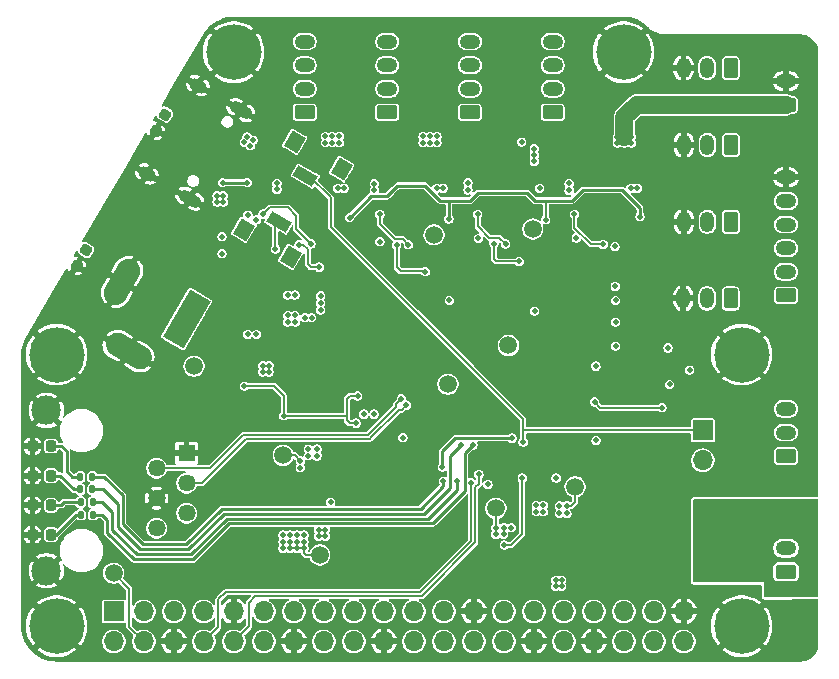
<source format=gbr>
%TF.GenerationSoftware,KiCad,Pcbnew,9.0.0*%
%TF.CreationDate,2025-07-27T15:36:47+02:00*%
%TF.ProjectId,PCK-ST1,50434b2d-5354-4312-9e6b-696361645f70,rev?*%
%TF.SameCoordinates,Original*%
%TF.FileFunction,Copper,L4,Bot*%
%TF.FilePolarity,Positive*%
%FSLAX46Y46*%
G04 Gerber Fmt 4.6, Leading zero omitted, Abs format (unit mm)*
G04 Created by KiCad (PCBNEW 9.0.0) date 2025-07-27 15:36:47*
%MOMM*%
%LPD*%
G01*
G04 APERTURE LIST*
G04 Aperture macros list*
%AMRoundRect*
0 Rectangle with rounded corners*
0 $1 Rounding radius*
0 $2 $3 $4 $5 $6 $7 $8 $9 X,Y pos of 4 corners*
0 Add a 4 corners polygon primitive as box body*
4,1,4,$2,$3,$4,$5,$6,$7,$8,$9,$2,$3,0*
0 Add four circle primitives for the rounded corners*
1,1,$1+$1,$2,$3*
1,1,$1+$1,$4,$5*
1,1,$1+$1,$6,$7*
1,1,$1+$1,$8,$9*
0 Add four rect primitives between the rounded corners*
20,1,$1+$1,$2,$3,$4,$5,0*
20,1,$1+$1,$4,$5,$6,$7,0*
20,1,$1+$1,$6,$7,$8,$9,0*
20,1,$1+$1,$8,$9,$2,$3,0*%
%AMHorizOval*
0 Thick line with rounded ends*
0 $1 width*
0 $2 $3 position (X,Y) of the first rounded end (center of the circle)*
0 $4 $5 position (X,Y) of the second rounded end (center of the circle)*
0 Add line between two ends*
20,1,$1,$2,$3,$4,$5,0*
0 Add two circle primitives to create the rounded ends*
1,1,$1,$2,$3*
1,1,$1,$4,$5*%
%AMRotRect*
0 Rectangle, with rotation*
0 The origin of the aperture is its center*
0 $1 length*
0 $2 width*
0 $3 Rotation angle, in degrees counterclockwise*
0 Add horizontal line*
21,1,$1,$2,0,0,$3*%
G04 Aperture macros list end*
%TA.AperFunction,ComponentPad*%
%ADD10C,2.475000*%
%TD*%
%TA.AperFunction,ComponentPad*%
%ADD11C,1.462000*%
%TD*%
%TA.AperFunction,ComponentPad*%
%ADD12R,1.462000X1.462000*%
%TD*%
%TA.AperFunction,HeatsinkPad*%
%ADD13HorizOval,1.000000X-0.259808X0.150000X0.259808X-0.150000X0*%
%TD*%
%TA.AperFunction,HeatsinkPad*%
%ADD14HorizOval,1.000000X-0.476314X0.275000X0.476314X-0.275000X0*%
%TD*%
%TA.AperFunction,ComponentPad*%
%ADD15RoundRect,0.250000X0.625000X-0.350000X0.625000X0.350000X-0.625000X0.350000X-0.625000X-0.350000X0*%
%TD*%
%TA.AperFunction,ComponentPad*%
%ADD16O,1.750000X1.200000*%
%TD*%
%TA.AperFunction,ComponentPad*%
%ADD17C,4.700000*%
%TD*%
%TA.AperFunction,ComponentPad*%
%ADD18RoundRect,0.250000X0.350000X0.625000X-0.350000X0.625000X-0.350000X-0.625000X0.350000X-0.625000X0*%
%TD*%
%TA.AperFunction,ComponentPad*%
%ADD19O,1.200000X1.750000*%
%TD*%
%TA.AperFunction,ComponentPad*%
%ADD20RotRect,4.600000X2.000000X240.000000*%
%TD*%
%TA.AperFunction,ComponentPad*%
%ADD21HorizOval,2.000000X-0.550000X-0.952628X0.550000X0.952628X0*%
%TD*%
%TA.AperFunction,ComponentPad*%
%ADD22HorizOval,2.000000X-0.952628X0.550000X0.952628X-0.550000X0*%
%TD*%
%TA.AperFunction,ComponentPad*%
%ADD23R,1.700000X1.700000*%
%TD*%
%TA.AperFunction,ComponentPad*%
%ADD24O,1.700000X1.700000*%
%TD*%
%TA.AperFunction,SMDPad,CuDef*%
%ADD25RoundRect,0.135000X-0.135000X-0.185000X0.135000X-0.185000X0.135000X0.185000X-0.135000X0.185000X0*%
%TD*%
%TA.AperFunction,SMDPad,CuDef*%
%ADD26C,1.500000*%
%TD*%
%TA.AperFunction,SMDPad,CuDef*%
%ADD27RotRect,1.000000X1.900000X240.000000*%
%TD*%
%TA.AperFunction,SMDPad,CuDef*%
%ADD28RotRect,1.300000X1.500000X150.000000*%
%TD*%
%TA.AperFunction,SMDPad,CuDef*%
%ADD29RoundRect,0.218750X-0.218750X-0.256250X0.218750X-0.256250X0.218750X0.256250X-0.218750X0.256250X0*%
%TD*%
%TA.AperFunction,SMDPad,CuDef*%
%ADD30RoundRect,0.218750X0.112544X-0.317568X0.331294X0.061318X-0.112544X0.317568X-0.331294X-0.061318X0*%
%TD*%
%TA.AperFunction,ViaPad*%
%ADD31C,0.500000*%
%TD*%
%TA.AperFunction,ViaPad*%
%ADD32C,0.600000*%
%TD*%
%TA.AperFunction,Conductor*%
%ADD33C,0.250000*%
%TD*%
%TA.AperFunction,Conductor*%
%ADD34C,1.500000*%
%TD*%
%TA.AperFunction,Conductor*%
%ADD35C,0.200000*%
%TD*%
%TA.AperFunction,Conductor*%
%ADD36C,0.150000*%
%TD*%
G04 APERTURE END LIST*
D10*
%TO.P,J2,MH2,MH2*%
%TO.N,GND*%
X120140000Y-106805000D03*
%TO.P,J2,MH1,MH1*%
X120140000Y-93235000D03*
D11*
%TO.P,J2,6,6*%
%TO.N,+5V*%
X129460000Y-103200000D03*
%TO.P,J2,5,5*%
X132000000Y-101930000D03*
%TO.P,J2,4,4*%
%TO.N,GND*%
X129460000Y-100660000D03*
%TO.P,J2,3,3*%
%TO.N,/MCU/CTR_TX*%
X132000000Y-99390000D03*
%TO.P,J2,2,2*%
%TO.N,/MCU/CTR_RX*%
X129460000Y-98120000D03*
D12*
%TO.P,J2,1,1*%
%TO.N,GND*%
X132000000Y-96850000D03*
%TD*%
D13*
%TO.P,J7,S1,SHIELD*%
%TO.N,GND*%
X128659023Y-73203730D03*
D14*
X132279009Y-75293730D03*
D13*
X132979023Y-65721270D03*
D14*
X136599009Y-67811270D03*
%TD*%
D15*
%TO.P,J14,1,Pin_1*%
%TO.N,/MCU/CAM_SHT*%
X182750000Y-106900000D03*
D16*
%TO.P,J14,2,Pin_2*%
%TO.N,/MCU/CAM_FCS*%
X182750000Y-104900000D03*
%TO.P,J14,3,Pin_3*%
%TO.N,/MCU/CAM_GND*%
X182750000Y-102900000D03*
%TD*%
D17*
%TO.P,H5,1,1*%
%TO.N,GND*%
X169000000Y-62900000D03*
%TD*%
%TO.P,H4,1,1*%
%TO.N,GND*%
X121000000Y-111500000D03*
%TD*%
D18*
%TO.P,J11,1,Pin_1*%
%TO.N,+3V3*%
X178098200Y-77250000D03*
D19*
%TO.P,J11,2,Pin_2*%
%TO.N,/MCU/EL_LIM*%
X176098200Y-77250000D03*
%TO.P,J11,3,Pin_3*%
%TO.N,GND*%
X174098200Y-77250000D03*
%TD*%
D15*
%TO.P,J6,1,Pin_1*%
%TO.N,Net-(IC4-AOUT1)*%
X163000000Y-68000000D03*
D16*
%TO.P,J6,2,Pin_2*%
%TO.N,Net-(IC4-AOUT2)*%
X163000000Y-66000000D03*
%TO.P,J6,3,Pin_3*%
%TO.N,Net-(IC4-BOUT2)*%
X163000000Y-64000000D03*
%TO.P,J6,4,Pin_4*%
%TO.N,Net-(IC4-BOUT1)*%
X163000000Y-62000000D03*
%TD*%
D18*
%TO.P,J10,1,Pin_1*%
%TO.N,+3V3*%
X178098200Y-70750000D03*
D19*
%TO.P,J10,2,Pin_2*%
%TO.N,/MCU/RA_LIM*%
X176098200Y-70750000D03*
%TO.P,J10,3,Pin_3*%
%TO.N,GND*%
X174098200Y-70750000D03*
%TD*%
D20*
%TO.P,J8,1*%
%TO.N,/Power/VIN_DC*%
X132000000Y-85500000D03*
D21*
%TO.P,J8,2*%
%TO.N,GND*%
X126544040Y-82350000D03*
D22*
%TO.P,J8,3*%
X127088526Y-88206922D03*
%TD*%
D15*
%TO.P,J4,1,Pin_1*%
%TO.N,Net-(IC2-AOUT1)*%
X149000000Y-68000000D03*
D16*
%TO.P,J4,2,Pin_2*%
%TO.N,Net-(IC2-AOUT2)*%
X149000000Y-66000000D03*
%TO.P,J4,3,Pin_3*%
%TO.N,Net-(IC2-BOUT2)*%
X149000000Y-64000000D03*
%TO.P,J4,4,Pin_4*%
%TO.N,Net-(IC2-BOUT1)*%
X149000000Y-62000000D03*
%TD*%
D17*
%TO.P,H2,1,1*%
%TO.N,GND*%
X179000000Y-88500000D03*
%TD*%
D15*
%TO.P,J5,1,Pin_1*%
%TO.N,Net-(IC3-AOUT1)*%
X156000000Y-68000000D03*
D16*
%TO.P,J5,2,Pin_2*%
%TO.N,Net-(IC3-AOUT2)*%
X156000000Y-66000000D03*
%TO.P,J5,3,Pin_3*%
%TO.N,Net-(IC3-BOUT2)*%
X156000000Y-64000000D03*
%TO.P,J5,4,Pin_4*%
%TO.N,Net-(IC3-BOUT1)*%
X156000000Y-62000000D03*
%TD*%
D15*
%TO.P,J15,1,Pin_1*%
%TO.N,+3V3*%
X182750000Y-97100000D03*
D16*
%TO.P,J15,2,Pin_2*%
%TO.N,/MCU/PWR_BTN*%
X182750000Y-95100000D03*
%TO.P,J15,3,Pin_3*%
%TO.N,Net-(J15-Pin_3)*%
X182750000Y-93100000D03*
%TD*%
D23*
%TO.P,J16,1,Pin_1*%
%TO.N,/MCU/BOOT*%
X175717200Y-94914800D03*
D24*
%TO.P,J16,2,Pin_2*%
%TO.N,+3V3*%
X175717200Y-97454800D03*
%TD*%
D15*
%TO.P,J17,1,Pin_1*%
%TO.N,+12V*%
X182753000Y-67360800D03*
D16*
%TO.P,J17,2,Pin_2*%
%TO.N,GND*%
X182753000Y-65360800D03*
%TD*%
D18*
%TO.P,J12,1,Pin_1*%
%TO.N,+3V3*%
X178072800Y-83750000D03*
D19*
%TO.P,J12,2,Pin_2*%
%TO.N,/MCU/AZ_LIM*%
X176072800Y-83750000D03*
%TO.P,J12,3,Pin_3*%
%TO.N,GND*%
X174072800Y-83750000D03*
%TD*%
D15*
%TO.P,J3,1,Pin_1*%
%TO.N,Net-(IC1-AOUT1)*%
X142000000Y-68000000D03*
D16*
%TO.P,J3,2,Pin_2*%
%TO.N,Net-(IC1-AOUT2)*%
X142000000Y-66000000D03*
%TO.P,J3,3,Pin_3*%
%TO.N,Net-(IC1-BOUT2)*%
X142000000Y-64000000D03*
%TO.P,J3,4,Pin_4*%
%TO.N,Net-(IC1-BOUT1)*%
X142000000Y-62000000D03*
%TD*%
D17*
%TO.P,H3,1,1*%
%TO.N,GND*%
X179000000Y-111500000D03*
%TD*%
D18*
%TO.P,J9,1,Pin_1*%
%TO.N,+3V3*%
X178079400Y-64250000D03*
D19*
%TO.P,J9,2,Pin_2*%
%TO.N,/MCU/DEC_LIM*%
X176079400Y-64250000D03*
%TO.P,J9,3,Pin_3*%
%TO.N,GND*%
X174079400Y-64250000D03*
%TD*%
D17*
%TO.P,H6,1,1*%
%TO.N,GND*%
X136000000Y-62900000D03*
%TD*%
D23*
%TO.P,J1,1,Pin_1*%
%TO.N,unconnected-(J1-Pin_1-Pad1)*%
X125850000Y-110250000D03*
D24*
%TO.P,J1,2,Pin_2*%
%TO.N,/MCU/RPI_5V*%
X125850000Y-112790000D03*
%TO.P,J1,3,Pin_3*%
%TO.N,unconnected-(J1-Pin_3-Pad3)*%
X128390000Y-110250000D03*
%TO.P,J1,4,Pin_4*%
%TO.N,/MCU/RPI_5V*%
X128390000Y-112790000D03*
%TO.P,J1,5,Pin_5*%
%TO.N,unconnected-(J1-Pin_5-Pad5)*%
X130930000Y-110250000D03*
%TO.P,J1,6,Pin_6*%
%TO.N,GND*%
X130930000Y-112790000D03*
%TO.P,J1,7,Pin_7*%
%TO.N,unconnected-(J1-Pin_7-Pad7)*%
X133470000Y-110250000D03*
%TO.P,J1,8,Pin_8*%
%TO.N,/MCU/RPI_TX0*%
X133470000Y-112790000D03*
%TO.P,J1,9,Pin_9*%
%TO.N,GND*%
X136010000Y-110250000D03*
%TO.P,J1,10,Pin_10*%
%TO.N,/MCU/RPI_RX0*%
X136010000Y-112790000D03*
%TO.P,J1,11,Pin_11*%
%TO.N,unconnected-(J1-Pin_11-Pad11)*%
X138550000Y-110250000D03*
%TO.P,J1,12,Pin_12*%
%TO.N,unconnected-(J1-Pin_12-Pad12)*%
X138550000Y-112790000D03*
%TO.P,J1,13,Pin_13*%
%TO.N,unconnected-(J1-Pin_13-Pad13)*%
X141090000Y-110250000D03*
%TO.P,J1,14,Pin_14*%
%TO.N,GND*%
X141090000Y-112790000D03*
%TO.P,J1,15,Pin_15*%
%TO.N,unconnected-(J1-Pin_15-Pad15)*%
X143630000Y-110250000D03*
%TO.P,J1,16,Pin_16*%
%TO.N,unconnected-(J1-Pin_16-Pad16)*%
X143630000Y-112790000D03*
%TO.P,J1,17,Pin_17*%
%TO.N,unconnected-(J1-Pin_17-Pad17)*%
X146170000Y-110250000D03*
%TO.P,J1,18,Pin_18*%
%TO.N,unconnected-(J1-Pin_18-Pad18)*%
X146170000Y-112790000D03*
%TO.P,J1,19,Pin_19*%
%TO.N,unconnected-(J1-Pin_19-Pad19)*%
X148710000Y-110250000D03*
%TO.P,J1,20,Pin_20*%
%TO.N,GND*%
X148710000Y-112790000D03*
%TO.P,J1,21,Pin_21*%
%TO.N,unconnected-(J1-Pin_21-Pad21)*%
X151250000Y-110250000D03*
%TO.P,J1,22,Pin_22*%
%TO.N,unconnected-(J1-Pin_22-Pad22)*%
X151250000Y-112790000D03*
%TO.P,J1,23,Pin_23*%
%TO.N,unconnected-(J1-Pin_23-Pad23)*%
X153790000Y-110250000D03*
%TO.P,J1,24,Pin_24*%
%TO.N,unconnected-(J1-Pin_24-Pad24)*%
X153790000Y-112790000D03*
%TO.P,J1,25,Pin_25*%
%TO.N,GND*%
X156330000Y-110250000D03*
%TO.P,J1,26,Pin_26*%
%TO.N,unconnected-(J1-Pin_26-Pad26)*%
X156330000Y-112790000D03*
%TO.P,J1,27,Pin_27*%
%TO.N,unconnected-(J1-Pin_27-Pad27)*%
X158870000Y-110250000D03*
%TO.P,J1,28,Pin_28*%
%TO.N,unconnected-(J1-Pin_28-Pad28)*%
X158870000Y-112790000D03*
%TO.P,J1,29,Pin_29*%
%TO.N,unconnected-(J1-Pin_29-Pad29)*%
X161410000Y-110250000D03*
%TO.P,J1,30,Pin_30*%
%TO.N,GND*%
X161410000Y-112790000D03*
%TO.P,J1,31,Pin_31*%
%TO.N,unconnected-(J1-Pin_31-Pad31)*%
X163950000Y-110250000D03*
%TO.P,J1,32,Pin_32*%
%TO.N,unconnected-(J1-Pin_32-Pad32)*%
X163950000Y-112790000D03*
%TO.P,J1,33,Pin_33*%
%TO.N,unconnected-(J1-Pin_33-Pad33)*%
X166490000Y-110250000D03*
%TO.P,J1,34,Pin_34*%
%TO.N,GND*%
X166490000Y-112790000D03*
%TO.P,J1,35,Pin_35*%
%TO.N,unconnected-(J1-Pin_35-Pad35)*%
X169030000Y-110250000D03*
%TO.P,J1,36,Pin_36*%
%TO.N,unconnected-(J1-Pin_36-Pad36)*%
X169030000Y-112790000D03*
%TO.P,J1,37,Pin_37*%
%TO.N,unconnected-(J1-Pin_37-Pad37)*%
X171570000Y-110250000D03*
%TO.P,J1,38,Pin_38*%
%TO.N,unconnected-(J1-Pin_38-Pad38)*%
X171570000Y-112790000D03*
%TO.P,J1,39,Pin_39*%
%TO.N,GND*%
X174110000Y-110250000D03*
%TO.P,J1,40,Pin_40*%
%TO.N,unconnected-(J1-Pin_40-Pad40)*%
X174110000Y-112790000D03*
%TD*%
D17*
%TO.P,H7,1,1*%
%TO.N,GND*%
X121000000Y-88500000D03*
%TD*%
D15*
%TO.P,J13,1,Pin_1*%
%TO.N,/MCU/SCL_MAG*%
X182750000Y-83500000D03*
D16*
%TO.P,J13,2,Pin_2*%
%TO.N,/MCU/SDA_MAG*%
X182750000Y-81500000D03*
%TO.P,J13,3,Pin_3*%
%TO.N,/MCU/RX_GPS*%
X182750000Y-79500000D03*
%TO.P,J13,4,Pin_4*%
%TO.N,/MCU/TX_GPS*%
X182750000Y-77500000D03*
%TO.P,J13,5,Pin_5*%
%TO.N,+3V3*%
X182750000Y-75500000D03*
%TO.P,J13,6,Pin_6*%
%TO.N,GND*%
X182750000Y-73500000D03*
%TD*%
D25*
%TO.P,R56,1*%
%TO.N,Net-(D7-A)*%
X123035600Y-100990400D03*
%TO.P,R56,2*%
%TO.N,/MCU/LED2*%
X124055600Y-100990400D03*
%TD*%
D26*
%TO.P,TP3,1,1*%
%TO.N,+3V3*%
X164896800Y-99695000D03*
%TD*%
D25*
%TO.P,R58,1*%
%TO.N,Net-(D9-A)*%
X123010200Y-98856800D03*
%TO.P,R58,2*%
%TO.N,/MCU/LED4*%
X124030200Y-98856800D03*
%TD*%
%TO.P,R55,1*%
%TO.N,Net-(D6-A)*%
X123059000Y-102057200D03*
%TO.P,R55,2*%
%TO.N,/MCU/LED1*%
X124079000Y-102057200D03*
%TD*%
D27*
%TO.P,S2,1,COM*%
%TO.N,+3V3*%
X139820590Y-77281957D03*
%TO.P,S2,2,NO*%
%TO.N,/MCU/BOOT*%
X142070590Y-73384843D03*
D28*
%TO.P,S2,MP1,MP1*%
%TO.N,unconnected-(S2-PadMP1)*%
X136847033Y-77932309D03*
%TO.P,S2,MP2,MP2*%
%TO.N,unconnected-(S2-PadMP2)*%
X140830750Y-80232309D03*
%TO.P,S2,MP3,MP3*%
%TO.N,unconnected-(S2-PadMP3)*%
X145130750Y-72784491D03*
%TO.P,S2,MP4,MP4*%
%TO.N,unconnected-(S2-PadMP4)*%
X141147033Y-70484491D03*
%TD*%
D26*
%TO.P,TP8,1,1*%
%TO.N,/MCU/RA_STEP*%
X152958800Y-78359000D03*
%TD*%
D25*
%TO.P,R57,1*%
%TO.N,Net-(D8-A)*%
X123010200Y-99923600D03*
%TO.P,R57,2*%
%TO.N,/MCU/LED3*%
X124030200Y-99923600D03*
%TD*%
D29*
%TO.P,D6,1,K*%
%TO.N,GND*%
X118962500Y-103750000D03*
%TO.P,D6,2,A*%
%TO.N,Net-(D6-A)*%
X120537500Y-103750000D03*
%TD*%
D26*
%TO.P,TP9,1,1*%
%TO.N,/EL Stepper driver/STEP*%
X161315400Y-77876400D03*
%TD*%
%TO.P,TP5,1,1*%
%TO.N,/Power/VIN_USB*%
X140182600Y-97028000D03*
%TD*%
%TO.P,TP6,1,1*%
%TO.N,/Power/VIN_DC*%
X132638800Y-89484200D03*
%TD*%
D29*
%TO.P,D8,1,K*%
%TO.N,GND*%
X118962500Y-98750000D03*
%TO.P,D8,2,A*%
%TO.N,Net-(D8-A)*%
X120537500Y-98750000D03*
%TD*%
D26*
%TO.P,TP4,1,1*%
%TO.N,/MCU/RPI_5V*%
X125831600Y-107010200D03*
%TD*%
D30*
%TO.P,D4,1,K*%
%TO.N,GND*%
X129400250Y-69541395D03*
%TO.P,D4,2,A*%
%TO.N,Net-(D4-A)*%
X130187750Y-68177405D03*
%TD*%
D26*
%TO.P,TP2,1,1*%
%TO.N,+5V*%
X158191200Y-101523800D03*
%TD*%
%TO.P,TP10,1,1*%
%TO.N,/AZ Stepper driver/STEP*%
X159258000Y-87731600D03*
%TD*%
D29*
%TO.P,D7,1,K*%
%TO.N,GND*%
X118962500Y-101250000D03*
%TO.P,D7,2,A*%
%TO.N,Net-(D7-A)*%
X120537500Y-101250000D03*
%TD*%
%TO.P,D9,1,K*%
%TO.N,GND*%
X118962500Y-96250000D03*
%TO.P,D9,2,A*%
%TO.N,Net-(D9-A)*%
X120537500Y-96250000D03*
%TD*%
D30*
%TO.P,D5,1,K*%
%TO.N,GND*%
X122694650Y-80996795D03*
%TO.P,D5,2,A*%
%TO.N,Net-(D5-A)*%
X123482150Y-79632805D03*
%TD*%
D26*
%TO.P,TP1,1,1*%
%TO.N,+12V*%
X143281400Y-105460800D03*
%TD*%
%TO.P,TP7,1,1*%
%TO.N,/DEC Stepper driver/STEP*%
X154127200Y-91008200D03*
%TD*%
D31*
%TO.N,GND*%
X158496000Y-99187000D03*
%TO.N,/MCU/VIN_ADC*%
X159562800Y-95580200D03*
X153670000Y-98018600D03*
%TO.N,GND*%
X155448000Y-101193600D03*
X151942800Y-98958400D03*
X174777400Y-69062600D03*
X174091600Y-69062600D03*
X171678600Y-68732400D03*
X171043600Y-68732400D03*
%TO.N,/Power/PWR_STATE*%
X157505400Y-99491800D03*
X144195800Y-100990400D03*
%TO.N,+3V3*%
X168325800Y-87782400D03*
X168325800Y-85750400D03*
X168325800Y-83921600D03*
X168300400Y-82727800D03*
%TO.N,GND*%
X178079400Y-62484000D03*
X178155600Y-68910200D03*
%TO.N,+12V*%
X169646600Y-70586600D03*
X155831600Y-73964800D03*
X168478200Y-70053200D03*
X169621200Y-74429600D03*
X144932400Y-70027800D03*
X161442400Y-72136000D03*
X169646600Y-70053200D03*
X144348200Y-70561200D03*
X143764000Y-103886000D03*
X161899600Y-74429600D03*
X141935200Y-104902000D03*
X140182600Y-103784400D03*
X140766800Y-103784400D03*
X140766800Y-104343200D03*
X140182600Y-104902000D03*
X140182600Y-104343200D03*
X170154600Y-74429600D03*
X160375600Y-70510400D03*
X143179800Y-103327200D03*
X143764000Y-103327200D03*
X152603200Y-70027800D03*
X139651800Y-74015600D03*
X147906800Y-74041000D03*
X153187400Y-74429600D03*
X152603200Y-70561200D03*
X164391400Y-74599800D03*
X169062400Y-70586600D03*
X139651800Y-74498200D03*
X143764000Y-70027800D03*
X152019000Y-70027800D03*
X168478200Y-70586600D03*
X141351000Y-104902000D03*
X161442400Y-71069200D03*
X141935200Y-104343200D03*
X147906800Y-74574400D03*
X152019000Y-70561200D03*
X169062400Y-70053200D03*
X143179800Y-103886000D03*
X153187400Y-70561200D03*
X164391400Y-74015600D03*
X153720800Y-74429600D03*
X144348200Y-70027800D03*
X140766800Y-104902000D03*
X145338800Y-74429600D03*
X153187400Y-70027800D03*
X144805400Y-74429600D03*
X143764000Y-70561200D03*
X155831600Y-74549000D03*
X141351000Y-103784400D03*
X141351000Y-104343200D03*
X141935200Y-103784400D03*
X161442400Y-71602600D03*
X144932400Y-70561200D03*
%TO.N,/DEC Stepper driver/DVDD*%
X138480800Y-76606400D03*
X142524400Y-79121000D03*
%TO.N,/DEC Stepper driver/M0*%
X143230600Y-81102200D03*
X141528800Y-79197200D03*
%TO.N,/DEC Stepper driver/STEP*%
X154101800Y-91000000D03*
%TO.N,/RA Stepper driver/M0*%
X149783800Y-79248000D03*
X152222200Y-81483200D03*
%TO.N,/RA Stepper driver/DVDD*%
X148361400Y-76629600D03*
X150774400Y-79197200D03*
%TO.N,/EL Stepper driver/STEP*%
X161340800Y-78329600D03*
%TO.N,/EL Stepper driver/M0*%
X160170400Y-80619600D03*
X158025108Y-79113000D03*
%TO.N,/EL Stepper driver/DVDD*%
X156641800Y-76629600D03*
X159024400Y-79146400D03*
%TO.N,/AZ Stepper driver/DVDD*%
X164846000Y-76629600D03*
X167274400Y-79171800D03*
%TO.N,/AZ Stepper driver/STEP*%
X159250000Y-87706200D03*
%TO.N,+3V3*%
X164209000Y-101955600D03*
X166662100Y-95770700D03*
X156718000Y-78663800D03*
X172770800Y-87934800D03*
X174599600Y-89814400D03*
X163574000Y-101955600D03*
X164209000Y-101295200D03*
X163296600Y-98955800D03*
X168275000Y-79349600D03*
X163574000Y-101295200D03*
X154254200Y-83921600D03*
X161467800Y-84810600D03*
X172897800Y-91033600D03*
X150317200Y-95526800D03*
X139522200Y-79552800D03*
X164998400Y-78613000D03*
X148361400Y-78943200D03*
X166649400Y-89486800D03*
%TO.N,GND*%
X162814000Y-89890600D03*
X168275000Y-77114400D03*
X152222200Y-87172800D03*
X155219400Y-72110600D03*
X143281400Y-79781400D03*
X157302200Y-107594400D03*
X151739600Y-76589000D03*
X142519400Y-89585800D03*
X150239600Y-77089000D03*
X165354000Y-73914000D03*
X141630400Y-81076800D03*
X141224000Y-89585800D03*
X146024600Y-100863400D03*
X160020000Y-77114400D03*
X145516600Y-103733600D03*
X161747200Y-87350600D03*
X139928600Y-101041200D03*
X165049200Y-96469200D03*
X139039600Y-75311000D03*
X147015200Y-72161400D03*
X168275000Y-76614400D03*
X160705800Y-106324400D03*
X136398000Y-86969600D03*
X150190200Y-94538800D03*
X159520000Y-75614400D03*
X150239600Y-76589000D03*
X151739600Y-77089000D03*
X151239600Y-76589000D03*
X140665200Y-89585800D03*
X156718000Y-107594400D03*
X156692600Y-74269600D03*
X142535400Y-76139800D03*
X145389600Y-107145200D03*
X142519400Y-91313000D03*
X168351200Y-100761800D03*
X151739600Y-75589000D03*
X137439400Y-93489000D03*
X170180000Y-103606600D03*
X171653200Y-72161400D03*
X161137600Y-79070200D03*
X130251200Y-77393800D03*
X140868400Y-98501200D03*
X160020000Y-75614400D03*
X140665200Y-91313000D03*
X135636000Y-104292400D03*
X142035400Y-76639800D03*
X171653200Y-71602600D03*
X138785600Y-72288400D03*
X143035400Y-76139800D03*
X140260094Y-74269113D03*
X148717000Y-90627200D03*
X149987000Y-97637600D03*
X166471600Y-101447600D03*
X163525200Y-72136000D03*
X141224000Y-91313000D03*
X141960600Y-89585800D03*
X140817600Y-74269600D03*
X166801800Y-90449400D03*
X146405600Y-84912200D03*
X146151600Y-99390200D03*
X158520000Y-77114400D03*
X147091400Y-82829400D03*
X162788600Y-73304400D03*
X148564600Y-74218800D03*
X159520000Y-77114400D03*
X134264400Y-101193600D03*
X143535400Y-76639800D03*
X159520000Y-76614400D03*
X167275000Y-76114400D03*
X151239600Y-76089000D03*
X141960600Y-91313000D03*
X143035400Y-76639800D03*
X166775000Y-75614400D03*
X118922800Y-97506600D03*
X149961600Y-81991200D03*
X170307000Y-97180400D03*
X167436800Y-84861400D03*
X160705800Y-106984800D03*
X143035400Y-77139800D03*
X167775000Y-76114400D03*
X159520000Y-76114400D03*
X163499800Y-71602600D03*
X160020000Y-76114400D03*
X135077200Y-84759800D03*
X135661400Y-84759800D03*
X167275000Y-75614400D03*
X138811000Y-104978200D03*
X142519400Y-90474800D03*
X150239600Y-75589000D03*
X171653200Y-71043800D03*
X138811000Y-104419400D03*
X167436800Y-83007200D03*
X143535400Y-77139800D03*
X163855400Y-84582000D03*
X147015200Y-70993000D03*
X151155400Y-83388200D03*
X171246800Y-70307200D03*
X171348400Y-78486000D03*
X146202400Y-77876400D03*
X167775000Y-77114400D03*
X167275000Y-77114400D03*
X154025600Y-94996000D03*
X161112200Y-98958400D03*
X176911000Y-92608400D03*
X138277600Y-80111600D03*
X160020000Y-76614400D03*
X166268400Y-93726000D03*
X150739600Y-77089000D03*
X143535400Y-76139800D03*
X143129000Y-98526600D03*
X164490400Y-104444800D03*
X167775000Y-76614400D03*
X168224200Y-104140000D03*
X159020000Y-77114400D03*
X172186600Y-84810600D03*
X169113200Y-96723200D03*
X137490200Y-91694000D03*
X159766000Y-79248000D03*
X155244800Y-87325200D03*
X141960600Y-90449400D03*
X140665200Y-90449400D03*
X144475200Y-91287600D03*
X142035400Y-75639800D03*
X139115800Y-85293200D03*
X142035400Y-76139800D03*
X158520000Y-76114400D03*
D32*
X136982200Y-72745600D03*
D31*
X145211800Y-85471000D03*
X144449800Y-88087200D03*
X142535400Y-76639800D03*
X141224000Y-90474800D03*
X164490400Y-106349800D03*
X147015200Y-71577200D03*
X135636000Y-104876600D03*
X138201400Y-84378800D03*
X170662600Y-70307200D03*
X156387800Y-83413600D03*
X145821400Y-80797400D03*
X165150800Y-106984800D03*
X170154600Y-107594400D03*
X150164800Y-62992000D03*
X155219400Y-71551800D03*
X164185600Y-63017400D03*
X159020000Y-76114400D03*
X154914600Y-82550000D03*
X157327600Y-74269600D03*
X158520000Y-75614400D03*
X150739600Y-76589000D03*
X142535400Y-77139800D03*
X137007600Y-103555800D03*
X137515600Y-103555800D03*
X139217400Y-90627200D03*
X142535400Y-75639800D03*
X146735800Y-103733600D03*
X166775000Y-76114400D03*
X139979400Y-99390200D03*
X143035400Y-75639800D03*
X145161000Y-96240600D03*
X151239600Y-75589000D03*
X143103600Y-62992000D03*
X168275000Y-76114400D03*
X169418000Y-94284800D03*
X166775000Y-76614400D03*
X166775000Y-77114400D03*
X149098000Y-74218800D03*
X168275000Y-75614400D03*
X162229800Y-73304400D03*
X130657600Y-76708000D03*
X157175200Y-62966600D03*
X137617200Y-96723200D03*
X145999200Y-97078800D03*
X150239600Y-76089000D03*
X167775000Y-75614400D03*
X154000200Y-73279000D03*
X150739600Y-76089000D03*
X163499800Y-71043800D03*
X169697400Y-88773000D03*
X150739600Y-75589000D03*
X142035400Y-77139800D03*
X153670000Y-103505000D03*
X143535400Y-75639800D03*
X151739600Y-76089000D03*
X159020000Y-75614400D03*
X134264400Y-100609400D03*
X118922800Y-102510400D03*
X151239600Y-77089000D03*
X159842200Y-102235000D03*
X146075400Y-73329800D03*
X138633200Y-90627200D03*
X158520000Y-76614400D03*
X118897400Y-100021200D03*
X167275000Y-76614400D03*
X159020000Y-76614400D03*
X151561800Y-79806800D03*
%TO.N,/MCU/RPI_5V*%
X161620200Y-101269800D03*
X162204400Y-101269800D03*
X161620200Y-101803200D03*
X162204400Y-101803200D03*
%TO.N,/STEP_n_SLEEP*%
X154203400Y-77012800D03*
X162410775Y-77085825D03*
X145808700Y-76898500D03*
X170394867Y-76825360D03*
%TO.N,/MCU/RA_STEP*%
X153009600Y-78329600D03*
%TO.N,/Power/VBUS*%
X137388600Y-70815200D03*
X141173200Y-85191600D03*
X141173200Y-83464400D03*
X135102600Y-75057000D03*
X137134600Y-70078600D03*
X138455400Y-89966800D03*
X140563600Y-85750400D03*
X134594600Y-75057000D03*
X137617200Y-70358000D03*
X141198600Y-85750400D03*
X140563600Y-83464400D03*
X135001000Y-78511400D03*
X135001000Y-79959200D03*
X136906000Y-70535800D03*
X134594600Y-75565000D03*
X138988800Y-89458800D03*
X135102600Y-75565000D03*
X138988800Y-89966800D03*
X138455400Y-89458800D03*
X140563600Y-85191600D03*
%TO.N,Net-(U1-NRST)*%
X172262800Y-92989400D03*
X166547800Y-92500000D03*
%TO.N,/MCU/BOOT*%
X160502600Y-95910400D03*
%TO.N,/Power/LDO_3V3*%
X146481800Y-91998800D03*
X146354800Y-94310200D03*
X140233400Y-93675200D03*
X136904000Y-91158600D03*
%TO.N,+5V*%
X163245800Y-107619800D03*
X158191200Y-103149400D03*
X158851600Y-103149400D03*
X158851600Y-103708200D03*
X163245800Y-108127800D03*
X163753800Y-107619800D03*
X158191200Y-103708200D03*
X163753800Y-108127800D03*
X159512000Y-103149400D03*
%TO.N,/Power/VIN_USB*%
X142316200Y-96494600D03*
X141630400Y-97485200D03*
X143052800Y-96494600D03*
X142011400Y-85369400D03*
X142316200Y-97053400D03*
X141630400Y-98069400D03*
X142595600Y-85369400D03*
X143357600Y-83515200D03*
X143357600Y-84734400D03*
X143357600Y-84124800D03*
X143052800Y-97078800D03*
%TO.N,/Power/CC1*%
X137919400Y-86791800D03*
X137922000Y-77089000D03*
%TO.N,/Power/CC2*%
X137185400Y-86791800D03*
X135051800Y-73939400D03*
X137185400Y-76708000D03*
X137152400Y-73939400D03*
D32*
%TO.N,/Power/VIN_DC*%
X132638800Y-89484200D03*
D31*
%TO.N,/MCU/CTR_TX*%
X150597657Y-92781050D03*
%TO.N,/MCU/CTR_RX*%
X150190200Y-92252800D03*
%TO.N,/MCU/RPI_RX0*%
X156750000Y-98647000D03*
%TO.N,/MCU/RPI_TX0*%
X156083000Y-99364800D03*
%TO.N,Net-(D4-A)*%
X147878800Y-93548200D03*
X130187750Y-68177405D03*
%TO.N,Net-(D5-A)*%
X147015200Y-93548200D03*
X123482150Y-79632805D03*
%TO.N,/MCU/RPI_PWR_EN*%
X160426400Y-98958400D03*
X158911800Y-104632000D03*
%TO.N,/MCU/LED1*%
X156250000Y-96139000D03*
%TO.N,/MCU/LED2*%
X154891818Y-99240605D03*
%TO.N,/MCU/LED3*%
X155250000Y-96144200D03*
%TO.N,/MCU/LED4*%
X153746200Y-99237800D03*
%TD*%
D33*
%TO.N,/MCU/VIN_ADC*%
X153670000Y-96672400D02*
X153670000Y-98018600D01*
X159562800Y-95580200D02*
X154762200Y-95580200D01*
X154762200Y-95580200D02*
X153670000Y-96672400D01*
D34*
%TO.N,+12V*%
X170103800Y-67360800D02*
X182753000Y-67360800D01*
X169062400Y-68402200D02*
X170103800Y-67360800D01*
X169062400Y-70053200D02*
X169062400Y-68402200D01*
D33*
%TO.N,/STEP_n_SLEEP*%
X153466800Y-75463400D02*
X154203400Y-75463400D01*
X152196800Y-74193400D02*
X153466800Y-75463400D01*
X149624000Y-74436677D02*
X149624000Y-74429400D01*
X149308600Y-74744800D02*
X149315877Y-74744800D01*
X149624000Y-74429400D02*
X149860000Y-74193400D01*
X149860000Y-74193400D02*
X152196800Y-74193400D01*
X148945600Y-75107800D02*
X149308600Y-74744800D01*
X147599400Y-75107800D02*
X148945600Y-75107800D01*
X149315877Y-74744800D02*
X149624000Y-74436677D01*
X145808700Y-76898500D02*
X147599400Y-75107800D01*
D35*
%TO.N,+12V*%
X141935200Y-104902000D02*
X141935200Y-105283000D01*
X141935200Y-105283000D02*
X142113000Y-105460800D01*
X140766800Y-104902000D02*
X141935200Y-104902000D01*
X142113000Y-105460800D02*
X143281400Y-105460800D01*
%TO.N,/DEC Stepper driver/DVDD*%
X141300200Y-76758800D02*
X141300200Y-77896800D01*
X140589000Y-76047600D02*
X141300200Y-76758800D01*
X138480800Y-76606400D02*
X139039600Y-76047600D01*
X138480800Y-76606400D02*
X138480800Y-76752068D01*
X141300200Y-77896800D02*
X142524400Y-79121000D01*
X139039600Y-76047600D02*
X140589000Y-76047600D01*
%TO.N,/DEC Stepper driver/M0*%
X142519400Y-81102200D02*
X142290800Y-80873600D01*
X143230600Y-81102200D02*
X142519400Y-81102200D01*
X142290800Y-79603600D02*
X141884400Y-79197200D01*
X142290800Y-80873600D02*
X142290800Y-79603600D01*
X141884400Y-79197200D02*
X141528800Y-79197200D01*
%TO.N,/RA Stepper driver/M0*%
X152196800Y-81457800D02*
X150139400Y-81457800D01*
X149783800Y-81102200D02*
X149783800Y-79248000D01*
X150139400Y-81457800D02*
X149783800Y-81102200D01*
X152222200Y-81483200D02*
X152196800Y-81457800D01*
%TO.N,/RA Stepper driver/DVDD*%
X149631400Y-78740000D02*
X150317200Y-78740000D01*
X148361400Y-76629600D02*
X148361400Y-77470000D01*
X150317200Y-78740000D02*
X150774400Y-79197200D01*
X148361400Y-77470000D02*
X149631400Y-78740000D01*
%TO.N,/EL Stepper driver/M0*%
X158025108Y-79113000D02*
X158025108Y-80402708D01*
X158242000Y-80619600D02*
X160170400Y-80619600D01*
X158025108Y-80402708D02*
X158242000Y-80619600D01*
%TO.N,/EL Stepper driver/DVDD*%
X159024400Y-79141400D02*
X159024400Y-79146400D01*
X157632400Y-78613000D02*
X158496000Y-78613000D01*
X158496000Y-78613000D02*
X159024400Y-79141400D01*
X156641800Y-77622400D02*
X157632400Y-78613000D01*
X156641800Y-76629600D02*
X156641800Y-77622400D01*
%TO.N,/AZ Stepper driver/DVDD*%
X166268400Y-79171800D02*
X167274400Y-79171800D01*
X164846000Y-76629600D02*
X164846000Y-77749400D01*
X164846000Y-77749400D02*
X166268400Y-79171800D01*
%TO.N,+3V3*%
X164209000Y-101295200D02*
X164566600Y-101295200D01*
X139522200Y-77580347D02*
X139522200Y-79552800D01*
X164566600Y-101295200D02*
X164896800Y-100965000D01*
X164896800Y-100965000D02*
X164896800Y-99695000D01*
X139820590Y-77281957D02*
X139522200Y-77580347D01*
%TO.N,GND*%
X153970200Y-107790589D02*
X153970200Y-107790588D01*
%TO.N,/MCU/RPI_5V*%
X127152400Y-111552400D02*
X127152400Y-108331000D01*
X128390000Y-112790000D02*
X127152400Y-111552400D01*
X127152400Y-108331000D02*
X125831600Y-107010200D01*
%TO.N,/STEP_n_SLEEP*%
X162410775Y-75466575D02*
X162407600Y-75463400D01*
D33*
X168859200Y-74549000D02*
X170394867Y-76084667D01*
X156006800Y-75463400D02*
X156667200Y-74803000D01*
X161467800Y-75463400D02*
X162407600Y-75463400D01*
X156667200Y-74803000D02*
X160807400Y-74803000D01*
X162407600Y-75463400D02*
X164617400Y-75463400D01*
X160807400Y-74803000D02*
X161467800Y-75463400D01*
X164617400Y-75463400D02*
X165531800Y-74549000D01*
X154203400Y-75463400D02*
X156006800Y-75463400D01*
X170394867Y-76084667D02*
X170394867Y-76825360D01*
X154203400Y-77012800D02*
X154203400Y-75463400D01*
X165531800Y-74549000D02*
X168859200Y-74549000D01*
D35*
X162410775Y-77085825D02*
X162410775Y-75466575D01*
%TO.N,Net-(U1-NRST)*%
X167030400Y-92989400D02*
X166547800Y-92506800D01*
X172262800Y-92989400D02*
X167030400Y-92989400D01*
X166547800Y-92506800D02*
X166547800Y-92500000D01*
%TO.N,/MCU/BOOT*%
X161493200Y-94919800D02*
X161498200Y-94914800D01*
X160502600Y-94919800D02*
X161493200Y-94919800D01*
X161498200Y-94914800D02*
X175717200Y-94914800D01*
%TO.N,/Power/LDO_3V3*%
X140233400Y-91973400D02*
X140233400Y-93675200D01*
X146354800Y-94310200D02*
X145821400Y-94310200D01*
X145567400Y-92278200D02*
X145567400Y-93675200D01*
X146481800Y-91998800D02*
X145846800Y-91998800D01*
X136904000Y-91158600D02*
X139418600Y-91158600D01*
X145567400Y-94056200D02*
X145567400Y-93675200D01*
X139418600Y-91158600D02*
X140233400Y-91973400D01*
X145821400Y-94310200D02*
X145567400Y-94056200D01*
X145846800Y-91998800D02*
X145567400Y-92278200D01*
X140233400Y-93675200D02*
X145567400Y-93675200D01*
D36*
%TO.N,+5V*%
X158191200Y-103149400D02*
X158191200Y-101523800D01*
D35*
%TO.N,/Power/VIN_USB*%
X140182600Y-97028000D02*
X141173200Y-97028000D01*
X141173200Y-97028000D02*
X141630400Y-97485200D01*
D33*
%TO.N,/Power/CC2*%
X137152400Y-73939400D02*
X135051800Y-73939400D01*
D35*
%TO.N,/MCU/CTR_TX*%
X150597657Y-92781050D02*
X150211507Y-93167200D01*
X132000200Y-99390200D02*
X132000000Y-99390000D01*
X150000789Y-93167200D02*
X147562388Y-95605600D01*
X147541588Y-95626400D02*
X137037600Y-95626400D01*
X147562389Y-95605600D02*
X147541588Y-95626400D01*
X137037600Y-95626400D02*
X133273800Y-99390200D01*
X147562388Y-95605600D02*
X147562389Y-95605600D01*
X150211507Y-93167200D02*
X150000789Y-93167200D01*
X133273800Y-99390200D02*
X132000200Y-99390200D01*
%TO.N,/MCU/CTR_RX*%
X136804400Y-95275400D02*
X133959600Y-98120200D01*
X129460200Y-98120200D02*
X129460000Y-98120000D01*
X149733000Y-92938600D02*
X147396200Y-95275400D01*
X133959600Y-98120200D02*
X129460200Y-98120200D01*
X150190200Y-92252800D02*
X149733000Y-92710000D01*
X149733000Y-92710000D02*
X149733000Y-92938600D01*
X147396200Y-95275400D02*
X136804400Y-95275400D01*
%TO.N,/MCU/RPI_RX0*%
X137287000Y-111513000D02*
X137287000Y-109499400D01*
X156750000Y-99459800D02*
X156750000Y-98647000D01*
X156464000Y-104407789D02*
X156464000Y-99745800D01*
X136010000Y-112790000D02*
X137287000Y-111513000D01*
X137287000Y-109499400D02*
X137825000Y-108961400D01*
X151910389Y-108961400D02*
X156464000Y-104407789D01*
X137825000Y-108961400D02*
X151910389Y-108961400D01*
X156464000Y-99745800D02*
X156750000Y-99459800D01*
%TO.N,/MCU/RPI_TX0*%
X151765000Y-108610400D02*
X135305800Y-108610400D01*
X135305800Y-108610400D02*
X134696200Y-109220000D01*
X134696200Y-109220000D02*
X134696200Y-111563800D01*
X156083000Y-104292400D02*
X151765000Y-108610400D01*
X156083000Y-99364800D02*
X156083000Y-104292400D01*
X134696200Y-111563800D02*
X133470000Y-112790000D01*
%TO.N,Net-(D5-A)*%
X123409755Y-79560410D02*
X123409755Y-79425800D01*
X123482150Y-79632805D02*
X123409755Y-79560410D01*
D33*
%TO.N,Net-(D6-A)*%
X122656600Y-102057200D02*
X123059000Y-102057200D01*
X120954800Y-103759000D02*
X122656600Y-102057200D01*
X120537500Y-103750000D02*
X120546500Y-103759000D01*
X120546500Y-103759000D02*
X120954800Y-103759000D01*
%TO.N,Net-(D7-A)*%
X121361200Y-101244400D02*
X121615200Y-100990400D01*
X120543100Y-101244400D02*
X121361200Y-101244400D01*
X120537500Y-101250000D02*
X120543100Y-101244400D01*
X121615200Y-100990400D02*
X123035600Y-100990400D01*
%TO.N,Net-(D8-A)*%
X122453400Y-99923600D02*
X123010200Y-99923600D01*
X120537500Y-98750000D02*
X121279800Y-98750000D01*
X121279800Y-98750000D02*
X122453400Y-99923600D01*
%TO.N,Net-(D9-A)*%
X122301000Y-98856800D02*
X123010200Y-98856800D01*
X121843800Y-96697800D02*
X121843800Y-98399600D01*
X121396000Y-96250000D02*
X121843800Y-96697800D01*
X120537500Y-96250000D02*
X121396000Y-96250000D01*
X121843800Y-98399600D02*
X122301000Y-98856800D01*
D35*
%TO.N,/MCU/RPI_PWR_EN*%
X160426400Y-98958400D02*
X160426400Y-103657400D01*
X159451800Y-104632000D02*
X158911800Y-104632000D01*
X160426400Y-103657400D02*
X159451800Y-104632000D01*
D33*
%TO.N,/MCU/LED1*%
X156250000Y-96139000D02*
X155557000Y-96832000D01*
X125298200Y-103581200D02*
X125298200Y-102539800D01*
X155557000Y-96832000D02*
X155557000Y-100068600D01*
X132588000Y-105841800D02*
X127558800Y-105841800D01*
X124815600Y-102057200D02*
X124079000Y-102057200D01*
X127558800Y-105841800D02*
X125298200Y-103581200D01*
X135636000Y-102793800D02*
X132588000Y-105841800D01*
X152831800Y-102793800D02*
X135636000Y-102793800D01*
X125298200Y-102539800D02*
X124815600Y-102057200D01*
X155557000Y-100068600D02*
X152831800Y-102793800D01*
%TO.N,/MCU/LED2*%
X125730000Y-103352600D02*
X125730000Y-101854000D01*
X132384800Y-105410000D02*
X127787400Y-105410000D01*
X127787400Y-105410000D02*
X125730000Y-103352600D01*
X124866400Y-100990400D02*
X124081000Y-100990400D01*
X152481600Y-102382000D02*
X135412800Y-102382000D01*
X135412800Y-102382000D02*
X132384800Y-105410000D01*
X154891818Y-99971782D02*
X152481600Y-102382000D01*
X125730000Y-101854000D02*
X124866400Y-100990400D01*
X154891818Y-99240605D02*
X154891818Y-99971782D01*
%TO.N,/MCU/LED3*%
X126161800Y-103098600D02*
X126161800Y-101142800D01*
X154305000Y-99771200D02*
X152095200Y-101981000D01*
X132156200Y-105003600D02*
X128066800Y-105003600D01*
X152095200Y-101981000D02*
X135178800Y-101981000D01*
X124942600Y-99923600D02*
X124030200Y-99923600D01*
X154305000Y-97089200D02*
X154305000Y-99771200D01*
X155250000Y-96144200D02*
X154305000Y-97089200D01*
X128066800Y-105003600D02*
X126161800Y-103098600D01*
X135178800Y-101981000D02*
X132156200Y-105003600D01*
X126161800Y-101142800D02*
X124942600Y-99923600D01*
%TO.N,/MCU/LED4*%
X151815800Y-101574600D02*
X134975600Y-101574600D01*
X126593600Y-100431600D02*
X125018800Y-98856800D01*
X153746200Y-99644200D02*
X151815800Y-101574600D01*
X131978400Y-104571800D02*
X128295400Y-104571800D01*
X125018800Y-98856800D02*
X124030200Y-98856800D01*
X126593600Y-102870000D02*
X126593600Y-100431600D01*
X128295400Y-104571800D02*
X126593600Y-102870000D01*
X134975600Y-101574600D02*
X131978400Y-104571800D01*
X153746200Y-99237800D02*
X153746200Y-99644200D01*
D35*
%TO.N,/MCU/BOOT*%
X144195800Y-77673200D02*
X160502600Y-93980000D01*
X144195800Y-75184000D02*
X144195800Y-77673200D01*
X142396643Y-73384843D02*
X144195800Y-75184000D01*
X160502600Y-93980000D02*
X160502600Y-95910400D01*
X142070590Y-73384843D02*
X142396643Y-73384843D01*
%TD*%
%TA.AperFunction,Conductor*%
%TO.N,GND*%
G36*
X137444913Y-108882574D02*
G01*
X137466587Y-108934900D01*
X137444913Y-108987226D01*
X137134695Y-109297443D01*
X137074637Y-109357501D01*
X137074634Y-109357505D01*
X137036500Y-109449570D01*
X137036500Y-109563676D01*
X137014826Y-109616002D01*
X136962500Y-109637676D01*
X136910174Y-109616002D01*
X136902633Y-109607172D01*
X136849036Y-109533402D01*
X136849028Y-109533393D01*
X136726607Y-109410972D01*
X136726597Y-109410964D01*
X136586528Y-109309198D01*
X136586526Y-109309197D01*
X136432249Y-109230588D01*
X136432250Y-109230588D01*
X136267586Y-109177086D01*
X136260000Y-109175884D01*
X136260000Y-109816988D01*
X136202993Y-109784075D01*
X136075826Y-109750000D01*
X135944174Y-109750000D01*
X135817007Y-109784075D01*
X135760000Y-109816988D01*
X135760000Y-109175884D01*
X135759999Y-109175884D01*
X135752413Y-109177086D01*
X135587750Y-109230588D01*
X135433473Y-109309197D01*
X135433471Y-109309198D01*
X135293402Y-109410964D01*
X135293393Y-109410972D01*
X135170963Y-109533402D01*
X135080567Y-109657823D01*
X135032276Y-109687416D01*
X134977204Y-109674194D01*
X134947611Y-109625903D01*
X134946700Y-109614327D01*
X134946700Y-109354412D01*
X134968374Y-109302086D01*
X135387886Y-108882574D01*
X135440212Y-108860900D01*
X137392587Y-108860900D01*
X137444913Y-108882574D01*
G37*
%TD.AperFunction*%
%TA.AperFunction,Conductor*%
G36*
X169001811Y-59900588D02*
G01*
X169290385Y-59914765D01*
X169297587Y-59915474D01*
X169581580Y-59957602D01*
X169588702Y-59959019D01*
X169867179Y-60028773D01*
X169874129Y-60030881D01*
X169913022Y-60044797D01*
X170144440Y-60127599D01*
X170151142Y-60130375D01*
X170410671Y-60253124D01*
X170417061Y-60256539D01*
X170489455Y-60299930D01*
X170663318Y-60404140D01*
X170669356Y-60408175D01*
X170899946Y-60579192D01*
X170905559Y-60583799D01*
X171111242Y-60770219D01*
X171117069Y-60776128D01*
X171173947Y-60840681D01*
X171173949Y-60840683D01*
X171173952Y-60840686D01*
X171342124Y-60991187D01*
X171526906Y-61120753D01*
X171725708Y-61227569D01*
X171935743Y-61310138D01*
X172154065Y-61367300D01*
X172377613Y-61398255D01*
X172420392Y-61399070D01*
X172420393Y-61399071D01*
X172429420Y-61399243D01*
X172434108Y-61400500D01*
X172495195Y-61400500D01*
X172495926Y-61400513D01*
X172495927Y-61400514D01*
X172556311Y-61401668D01*
X172556311Y-61401667D01*
X172556313Y-61401668D01*
X172556314Y-61401667D01*
X172561134Y-61401127D01*
X172561184Y-61401580D01*
X172570055Y-61400500D01*
X183934108Y-61400500D01*
X183997364Y-61400500D01*
X184002642Y-61400688D01*
X184208118Y-61415385D01*
X184218567Y-61416887D01*
X184274033Y-61428952D01*
X184417296Y-61460117D01*
X184427406Y-61463085D01*
X184617965Y-61534161D01*
X184627556Y-61538541D01*
X184709420Y-61583242D01*
X184806041Y-61636001D01*
X184814924Y-61641709D01*
X184977727Y-61763582D01*
X184985706Y-61770496D01*
X185129503Y-61914293D01*
X185136417Y-61922272D01*
X185258290Y-62085075D01*
X185263998Y-62093958D01*
X185361456Y-62272439D01*
X185365841Y-62282040D01*
X185433631Y-62463792D01*
X185436909Y-62472578D01*
X185439884Y-62482710D01*
X185483112Y-62681432D01*
X185484614Y-62691881D01*
X185499311Y-62897356D01*
X185499500Y-62902636D01*
X185499500Y-100482300D01*
X185477826Y-100534626D01*
X185425500Y-100556300D01*
X174978400Y-100556300D01*
X174956107Y-100560734D01*
X174899764Y-100571941D01*
X174899754Y-100571944D01*
X174847437Y-100593614D01*
X174789139Y-100630245D01*
X174789137Y-100630247D01*
X174736216Y-100704833D01*
X174714544Y-100757154D01*
X174714541Y-100757164D01*
X174698900Y-100835801D01*
X174698900Y-107723598D01*
X174714541Y-107802235D01*
X174714544Y-107802245D01*
X174736214Y-107854562D01*
X174736216Y-107854566D01*
X174736217Y-107854567D01*
X174772845Y-107912861D01*
X174847433Y-107965783D01*
X174899759Y-107987457D01*
X174978400Y-108003100D01*
X180619300Y-108003100D01*
X180671626Y-108024774D01*
X180693300Y-108077100D01*
X180693300Y-108968071D01*
X180693302Y-108969026D01*
X180693304Y-108969576D01*
X180693305Y-108969582D01*
X180709663Y-109049009D01*
X180722023Y-109078105D01*
X180731808Y-109101137D01*
X180768958Y-109159095D01*
X180844020Y-109211344D01*
X180844025Y-109211346D01*
X180844027Y-109211347D01*
X180896536Y-109232545D01*
X180896539Y-109232546D01*
X180975318Y-109247480D01*
X180975323Y-109247479D01*
X180975324Y-109247480D01*
X185424833Y-109207393D01*
X185477352Y-109228595D01*
X185499497Y-109280723D01*
X185499500Y-109281390D01*
X185499500Y-112997363D01*
X185499311Y-113002643D01*
X185484614Y-113208118D01*
X185483112Y-113218567D01*
X185439884Y-113417289D01*
X185436909Y-113427421D01*
X185365842Y-113617957D01*
X185361456Y-113627560D01*
X185263998Y-113806041D01*
X185258290Y-113814924D01*
X185136417Y-113977727D01*
X185129503Y-113985706D01*
X184985706Y-114129503D01*
X184977727Y-114136417D01*
X184814924Y-114258290D01*
X184806041Y-114263998D01*
X184627560Y-114361456D01*
X184617957Y-114365842D01*
X184487109Y-114414646D01*
X184435344Y-114433954D01*
X184427421Y-114436909D01*
X184417289Y-114439884D01*
X184218567Y-114483112D01*
X184208118Y-114484614D01*
X184025297Y-114497690D01*
X184002641Y-114499311D01*
X183997364Y-114499500D01*
X121001946Y-114499500D01*
X120998073Y-114499399D01*
X120690336Y-114483270D01*
X120682633Y-114482460D01*
X120380195Y-114434560D01*
X120372618Y-114432949D01*
X120076852Y-114353698D01*
X120069486Y-114351305D01*
X119783609Y-114241568D01*
X119776539Y-114238420D01*
X119503709Y-114099405D01*
X119497003Y-114095534D01*
X119240192Y-113928759D01*
X119233925Y-113924206D01*
X118995955Y-113731502D01*
X118990199Y-113726319D01*
X118773680Y-113509800D01*
X118768497Y-113504044D01*
X118575793Y-113266074D01*
X118571240Y-113259807D01*
X118544458Y-113218567D01*
X118404465Y-113002996D01*
X118400597Y-112996296D01*
X118261575Y-112723451D01*
X118258435Y-112716399D01*
X118148691Y-112430505D01*
X118146301Y-112423147D01*
X118134597Y-112379466D01*
X118067046Y-112127366D01*
X118065442Y-112119820D01*
X118017538Y-111817364D01*
X118016729Y-111809663D01*
X118014973Y-111776164D01*
X118000601Y-111501927D01*
X118000500Y-111498054D01*
X118000500Y-111353990D01*
X118400000Y-111353990D01*
X118400000Y-111646009D01*
X118432697Y-111936207D01*
X118497675Y-112220898D01*
X118497680Y-112220914D01*
X118594127Y-112496544D01*
X118720830Y-112759646D01*
X118876200Y-113006916D01*
X118993028Y-113153415D01*
X119884727Y-112261715D01*
X119970278Y-112379466D01*
X120120534Y-112529722D01*
X120238282Y-112615270D01*
X119346583Y-113506969D01*
X119346583Y-113506970D01*
X119493083Y-113623799D01*
X119740353Y-113779169D01*
X120003455Y-113905872D01*
X120279085Y-114002319D01*
X120279101Y-114002324D01*
X120563792Y-114067302D01*
X120853991Y-114100000D01*
X121146009Y-114100000D01*
X121436207Y-114067302D01*
X121720898Y-114002324D01*
X121720914Y-114002319D01*
X121996544Y-113905872D01*
X122259646Y-113779169D01*
X122506916Y-113623799D01*
X122653415Y-113506970D01*
X122653415Y-113506969D01*
X121761717Y-112615271D01*
X121879466Y-112529722D01*
X122029722Y-112379466D01*
X122115271Y-112261717D01*
X123006969Y-113153415D01*
X123006970Y-113153415D01*
X123123799Y-113006916D01*
X123279169Y-112759646D01*
X123312006Y-112691460D01*
X124849500Y-112691460D01*
X124849500Y-112888539D01*
X124887947Y-113081829D01*
X124887950Y-113081839D01*
X124963367Y-113263913D01*
X125072860Y-113427781D01*
X125212218Y-113567139D01*
X125376086Y-113676632D01*
X125506862Y-113730801D01*
X125558165Y-113752051D01*
X125751459Y-113790500D01*
X125751461Y-113790500D01*
X125948539Y-113790500D01*
X125948541Y-113790500D01*
X126141835Y-113752051D01*
X126323914Y-113676632D01*
X126487782Y-113567139D01*
X126627139Y-113427782D01*
X126736632Y-113263914D01*
X126812051Y-113081835D01*
X126850500Y-112888541D01*
X126850500Y-112691459D01*
X126812051Y-112498165D01*
X126736632Y-112316086D01*
X126627139Y-112152218D01*
X126487782Y-112012861D01*
X126395159Y-111950972D01*
X126323913Y-111903367D01*
X126141839Y-111827950D01*
X126141829Y-111827947D01*
X126012388Y-111802200D01*
X125948541Y-111789500D01*
X125751459Y-111789500D01*
X125696662Y-111800399D01*
X125558170Y-111827947D01*
X125558160Y-111827950D01*
X125376086Y-111903367D01*
X125212218Y-112012860D01*
X125212217Y-112012862D01*
X125072862Y-112152217D01*
X125072860Y-112152218D01*
X124963367Y-112316086D01*
X124887950Y-112498160D01*
X124887947Y-112498170D01*
X124849500Y-112691460D01*
X123312006Y-112691460D01*
X123329219Y-112655717D01*
X123405872Y-112496544D01*
X123502319Y-112220914D01*
X123502324Y-112220898D01*
X123567302Y-111936207D01*
X123600000Y-111646009D01*
X123600000Y-111353990D01*
X123567302Y-111063792D01*
X123502324Y-110779101D01*
X123502319Y-110779085D01*
X123405872Y-110503455D01*
X123279169Y-110240353D01*
X123123799Y-109993083D01*
X123006969Y-109846583D01*
X122115270Y-110738281D01*
X122029722Y-110620534D01*
X121879466Y-110470278D01*
X121761715Y-110384727D01*
X122653415Y-109493028D01*
X122586166Y-109439400D01*
X122518177Y-109385180D01*
X124849500Y-109385180D01*
X124849500Y-111114820D01*
X124858233Y-111158722D01*
X124891496Y-111208504D01*
X124941278Y-111241767D01*
X124985180Y-111250500D01*
X124985181Y-111250500D01*
X126714819Y-111250500D01*
X126714820Y-111250500D01*
X126758722Y-111241767D01*
X126786788Y-111223013D01*
X126842337Y-111211965D01*
X126889429Y-111243431D01*
X126901900Y-111284543D01*
X126901900Y-111602229D01*
X126940034Y-111694294D01*
X126940037Y-111694298D01*
X127485526Y-112239787D01*
X127507200Y-112292113D01*
X127501567Y-112320431D01*
X127427950Y-112498160D01*
X127427947Y-112498170D01*
X127389500Y-112691460D01*
X127389500Y-112888539D01*
X127427947Y-113081829D01*
X127427950Y-113081839D01*
X127503367Y-113263913D01*
X127612860Y-113427781D01*
X127752218Y-113567139D01*
X127916086Y-113676632D01*
X128046862Y-113730801D01*
X128098165Y-113752051D01*
X128291459Y-113790500D01*
X128291461Y-113790500D01*
X128488539Y-113790500D01*
X128488541Y-113790500D01*
X128681835Y-113752051D01*
X128863914Y-113676632D01*
X129027782Y-113567139D01*
X129167139Y-113427782D01*
X129276632Y-113263914D01*
X129352051Y-113081835D01*
X129390500Y-112888541D01*
X129390500Y-112691459D01*
X129360373Y-112540000D01*
X129855885Y-112540000D01*
X130496988Y-112540000D01*
X130464075Y-112597007D01*
X130430000Y-112724174D01*
X130430000Y-112855826D01*
X130464075Y-112982993D01*
X130496988Y-113040000D01*
X129855885Y-113040000D01*
X129857086Y-113047586D01*
X129857088Y-113047592D01*
X129910588Y-113212249D01*
X129989197Y-113366526D01*
X129989198Y-113366528D01*
X130090964Y-113506597D01*
X130090972Y-113506607D01*
X130213393Y-113629028D01*
X130213402Y-113629035D01*
X130353471Y-113730801D01*
X130353473Y-113730802D01*
X130507750Y-113809411D01*
X130507749Y-113809411D01*
X130672407Y-113862911D01*
X130672413Y-113862913D01*
X130680000Y-113864114D01*
X130680000Y-113223012D01*
X130737007Y-113255925D01*
X130864174Y-113290000D01*
X130995826Y-113290000D01*
X131122993Y-113255925D01*
X131180000Y-113223012D01*
X131180000Y-113864114D01*
X131187586Y-113862913D01*
X131187592Y-113862911D01*
X131352249Y-113809411D01*
X131506526Y-113730802D01*
X131506528Y-113730801D01*
X131646597Y-113629035D01*
X131646607Y-113629028D01*
X131769028Y-113506607D01*
X131769035Y-113506597D01*
X131870801Y-113366528D01*
X131870802Y-113366526D01*
X131949411Y-113212249D01*
X132002911Y-113047592D01*
X132002913Y-113047586D01*
X132004115Y-113040000D01*
X131363012Y-113040000D01*
X131395925Y-112982993D01*
X131430000Y-112855826D01*
X131430000Y-112724174D01*
X131395925Y-112597007D01*
X131363012Y-112540000D01*
X132004115Y-112540000D01*
X132002913Y-112532413D01*
X132002911Y-112532407D01*
X131949411Y-112367750D01*
X131870802Y-112213473D01*
X131870801Y-112213471D01*
X131769035Y-112073402D01*
X131769028Y-112073393D01*
X131646607Y-111950972D01*
X131646597Y-111950964D01*
X131506528Y-111849198D01*
X131506526Y-111849197D01*
X131352249Y-111770588D01*
X131352250Y-111770588D01*
X131187586Y-111717086D01*
X131180000Y-111715884D01*
X131180000Y-112356988D01*
X131122993Y-112324075D01*
X130995826Y-112290000D01*
X130864174Y-112290000D01*
X130737007Y-112324075D01*
X130680000Y-112356988D01*
X130680000Y-111715884D01*
X130679999Y-111715884D01*
X130672413Y-111717086D01*
X130507750Y-111770588D01*
X130353473Y-111849197D01*
X130353471Y-111849198D01*
X130213402Y-111950964D01*
X130213393Y-111950972D01*
X130090972Y-112073393D01*
X130090964Y-112073402D01*
X129989198Y-112213471D01*
X129989197Y-112213473D01*
X129910588Y-112367750D01*
X129857088Y-112532407D01*
X129857086Y-112532413D01*
X129855885Y-112540000D01*
X129360373Y-112540000D01*
X129352051Y-112498165D01*
X129276632Y-112316086D01*
X129167139Y-112152218D01*
X129027782Y-112012861D01*
X128935159Y-111950972D01*
X128863913Y-111903367D01*
X128681839Y-111827950D01*
X128681829Y-111827947D01*
X128552388Y-111802200D01*
X128488541Y-111789500D01*
X128291459Y-111789500D01*
X128236662Y-111800399D01*
X128098170Y-111827947D01*
X128098160Y-111827950D01*
X127920431Y-111901567D01*
X127863794Y-111901567D01*
X127839787Y-111885526D01*
X127424574Y-111470313D01*
X127402900Y-111417987D01*
X127402900Y-110817498D01*
X127424574Y-110765172D01*
X127476900Y-110743498D01*
X127529226Y-110765172D01*
X127538427Y-110776383D01*
X127562006Y-110811672D01*
X127612860Y-110887781D01*
X127752218Y-111027139D01*
X127916086Y-111136632D01*
X128046862Y-111190801D01*
X128098165Y-111212051D01*
X128291459Y-111250500D01*
X128291461Y-111250500D01*
X128488539Y-111250500D01*
X128488541Y-111250500D01*
X128681835Y-111212051D01*
X128863914Y-111136632D01*
X129027782Y-111027139D01*
X129167139Y-110887782D01*
X129276632Y-110723914D01*
X129352051Y-110541835D01*
X129390500Y-110348541D01*
X129390500Y-110151460D01*
X129929500Y-110151460D01*
X129929500Y-110348539D01*
X129967947Y-110541829D01*
X129967950Y-110541839D01*
X130043367Y-110723913D01*
X130152860Y-110887781D01*
X130292218Y-111027139D01*
X130456086Y-111136632D01*
X130586862Y-111190801D01*
X130638165Y-111212051D01*
X130831459Y-111250500D01*
X130831461Y-111250500D01*
X131028539Y-111250500D01*
X131028541Y-111250500D01*
X131221835Y-111212051D01*
X131403914Y-111136632D01*
X131567782Y-111027139D01*
X131707139Y-110887782D01*
X131816632Y-110723914D01*
X131892051Y-110541835D01*
X131930500Y-110348541D01*
X131930500Y-110151459D01*
X131892051Y-109958165D01*
X131816632Y-109776086D01*
X131707139Y-109612218D01*
X131567782Y-109472861D01*
X131517705Y-109439400D01*
X131403913Y-109363367D01*
X131221839Y-109287950D01*
X131221829Y-109287947D01*
X131069166Y-109257581D01*
X131028541Y-109249500D01*
X130831459Y-109249500D01*
X130790834Y-109257581D01*
X130638170Y-109287947D01*
X130638160Y-109287950D01*
X130456086Y-109363367D01*
X130292218Y-109472860D01*
X130292217Y-109472862D01*
X130152862Y-109612217D01*
X130152860Y-109612218D01*
X130043367Y-109776086D01*
X129967950Y-109958160D01*
X129967947Y-109958170D01*
X129929500Y-110151460D01*
X129390500Y-110151460D01*
X129390500Y-110151459D01*
X129352051Y-109958165D01*
X129276632Y-109776086D01*
X129167139Y-109612218D01*
X129027782Y-109472861D01*
X128977705Y-109439400D01*
X128863913Y-109363367D01*
X128681839Y-109287950D01*
X128681829Y-109287947D01*
X128529166Y-109257581D01*
X128488541Y-109249500D01*
X128291459Y-109249500D01*
X128250834Y-109257581D01*
X128098170Y-109287947D01*
X128098160Y-109287950D01*
X127916086Y-109363367D01*
X127752218Y-109472860D01*
X127752217Y-109472862D01*
X127612862Y-109612217D01*
X127612860Y-109612218D01*
X127538429Y-109723613D01*
X127491337Y-109755079D01*
X127435788Y-109744030D01*
X127404322Y-109696938D01*
X127402900Y-109682501D01*
X127402900Y-108281172D01*
X127402899Y-108281170D01*
X127364765Y-108189105D01*
X127364763Y-108189102D01*
X126659536Y-107483875D01*
X126637862Y-107431549D01*
X126643494Y-107403234D01*
X126697494Y-107272866D01*
X126732100Y-107098891D01*
X126732100Y-106921509D01*
X126697494Y-106747534D01*
X126687640Y-106723745D01*
X126629614Y-106583655D01*
X126557299Y-106475429D01*
X126531064Y-106436165D01*
X126405635Y-106310736D01*
X126398879Y-106306222D01*
X126258144Y-106212185D01*
X126094270Y-106144307D01*
X126094260Y-106144304D01*
X125977756Y-106121130D01*
X125920291Y-106109700D01*
X125742909Y-106109700D01*
X125693589Y-106119510D01*
X125568939Y-106144304D01*
X125568929Y-106144307D01*
X125405055Y-106212185D01*
X125257568Y-106310733D01*
X125132133Y-106436168D01*
X125033585Y-106583655D01*
X124965707Y-106747529D01*
X124965704Y-106747539D01*
X124931100Y-106921510D01*
X124931100Y-107098889D01*
X124965704Y-107272860D01*
X124965707Y-107272870D01*
X125033585Y-107436744D01*
X125120668Y-107567073D01*
X125132136Y-107584235D01*
X125257565Y-107709664D01*
X125405053Y-107808213D01*
X125405054Y-107808213D01*
X125405055Y-107808214D01*
X125517158Y-107854648D01*
X125568934Y-107876094D01*
X125742909Y-107910700D01*
X125742911Y-107910700D01*
X125920289Y-107910700D01*
X125920291Y-107910700D01*
X126094266Y-107876094D01*
X126224633Y-107822095D01*
X126281268Y-107822095D01*
X126305275Y-107838136D01*
X126880226Y-108413087D01*
X126901900Y-108465413D01*
X126901900Y-109215456D01*
X126880226Y-109267782D01*
X126827900Y-109289456D01*
X126786789Y-109276986D01*
X126773013Y-109267782D01*
X126758722Y-109258233D01*
X126714820Y-109249500D01*
X124985180Y-109249500D01*
X124963229Y-109253866D01*
X124941277Y-109258233D01*
X124891496Y-109291495D01*
X124891495Y-109291496D01*
X124858233Y-109341277D01*
X124855005Y-109357505D01*
X124849500Y-109385180D01*
X122518177Y-109385180D01*
X122506916Y-109376200D01*
X122259646Y-109220830D01*
X121996544Y-109094127D01*
X121720914Y-108997680D01*
X121720898Y-108997675D01*
X121436207Y-108932697D01*
X121146009Y-108900000D01*
X120853991Y-108900000D01*
X120563792Y-108932697D01*
X120279101Y-108997675D01*
X120279085Y-108997680D01*
X120003455Y-109094127D01*
X119740353Y-109220830D01*
X119493083Y-109376200D01*
X119346583Y-109493028D01*
X120238283Y-110384728D01*
X120120534Y-110470278D01*
X119970278Y-110620534D01*
X119884728Y-110738283D01*
X118993028Y-109846583D01*
X118876200Y-109993083D01*
X118720830Y-110240353D01*
X118594127Y-110503455D01*
X118497680Y-110779085D01*
X118497675Y-110779101D01*
X118432697Y-111063792D01*
X118400000Y-111353990D01*
X118000500Y-111353990D01*
X118000500Y-106687930D01*
X118652500Y-106687930D01*
X118652500Y-106922069D01*
X118689126Y-107153321D01*
X118689129Y-107153334D01*
X118761477Y-107375998D01*
X118867777Y-107584621D01*
X118867777Y-107584622D01*
X118926288Y-107665155D01*
X119405017Y-107186425D01*
X119408894Y-107195784D01*
X119499181Y-107330907D01*
X119614093Y-107445819D01*
X119749216Y-107536106D01*
X119758572Y-107539981D01*
X119279843Y-108018710D01*
X119360377Y-108077222D01*
X119569001Y-108183522D01*
X119569000Y-108183522D01*
X119791665Y-108255870D01*
X119791678Y-108255873D01*
X120022930Y-108292500D01*
X120257070Y-108292500D01*
X120488321Y-108255873D01*
X120488334Y-108255870D01*
X120710998Y-108183522D01*
X120919618Y-108077224D01*
X121000155Y-108018710D01*
X120521427Y-107539981D01*
X120530784Y-107536106D01*
X120665907Y-107445819D01*
X120780819Y-107330907D01*
X120871106Y-107195784D01*
X120874981Y-107186426D01*
X121353710Y-107665155D01*
X121412224Y-107584618D01*
X121518522Y-107375998D01*
X121590870Y-107153334D01*
X121590873Y-107153321D01*
X121627500Y-106922069D01*
X121627500Y-106687930D01*
X121590873Y-106456678D01*
X121590870Y-106456665D01*
X121533625Y-106280484D01*
X121538068Y-106224022D01*
X121581136Y-106187239D01*
X121637598Y-106191682D01*
X121662709Y-106212567D01*
X121734571Y-106306218D01*
X121903782Y-106475429D01*
X122093630Y-106621105D01*
X122300870Y-106740754D01*
X122521953Y-106832330D01*
X122753098Y-106894265D01*
X122990350Y-106925500D01*
X122990352Y-106925500D01*
X123229648Y-106925500D01*
X123229650Y-106925500D01*
X123466902Y-106894265D01*
X123698047Y-106832330D01*
X123919130Y-106740754D01*
X124126370Y-106621105D01*
X124316218Y-106475429D01*
X124485429Y-106306218D01*
X124631105Y-106116370D01*
X124750754Y-105909130D01*
X124842330Y-105688047D01*
X124904265Y-105456902D01*
X124935500Y-105219650D01*
X124935500Y-104980350D01*
X124904265Y-104743098D01*
X124842330Y-104511953D01*
X124750754Y-104290870D01*
X124631105Y-104083630D01*
X124485429Y-103893782D01*
X124316218Y-103724571D01*
X124126370Y-103578895D01*
X124110270Y-103569600D01*
X124063804Y-103542773D01*
X123919130Y-103459246D01*
X123919127Y-103459244D01*
X123919126Y-103459244D01*
X123698046Y-103367669D01*
X123466900Y-103305734D01*
X123292118Y-103282724D01*
X123229650Y-103274500D01*
X122990350Y-103274500D01*
X122935149Y-103281767D01*
X122753099Y-103305734D01*
X122521953Y-103367669D01*
X122300873Y-103459244D01*
X122300870Y-103459246D01*
X122093634Y-103578892D01*
X122093630Y-103578894D01*
X122093630Y-103578895D01*
X121926387Y-103707226D01*
X121903777Y-103724575D01*
X121734575Y-103893777D01*
X121734571Y-103893781D01*
X121734571Y-103893782D01*
X121588895Y-104083630D01*
X121588892Y-104083634D01*
X121469246Y-104290870D01*
X121469244Y-104290873D01*
X121377669Y-104511953D01*
X121315734Y-104743099D01*
X121297986Y-104877913D01*
X121284500Y-104980350D01*
X121284500Y-105219650D01*
X121284873Y-105222480D01*
X121315734Y-105456900D01*
X121377669Y-105688046D01*
X121442218Y-105843880D01*
X121442218Y-105900518D01*
X121402170Y-105940566D01*
X121368046Y-105945971D01*
X121353710Y-105944843D01*
X120874981Y-106423571D01*
X120871106Y-106414216D01*
X120780819Y-106279093D01*
X120665907Y-106164181D01*
X120530784Y-106073894D01*
X120521425Y-106070017D01*
X121000155Y-105591288D01*
X120919622Y-105532777D01*
X120710998Y-105426477D01*
X120710999Y-105426477D01*
X120488334Y-105354129D01*
X120488321Y-105354126D01*
X120257070Y-105317500D01*
X120022930Y-105317500D01*
X119791678Y-105354126D01*
X119791665Y-105354129D01*
X119569001Y-105426477D01*
X119360382Y-105532775D01*
X119279843Y-105591289D01*
X119758572Y-106070018D01*
X119749216Y-106073894D01*
X119614093Y-106164181D01*
X119499181Y-106279093D01*
X119408894Y-106414216D01*
X119405018Y-106423572D01*
X118926289Y-105944843D01*
X118867775Y-106025382D01*
X118761477Y-106234001D01*
X118689129Y-106456665D01*
X118689126Y-106456678D01*
X118652500Y-106687930D01*
X118000500Y-106687930D01*
X118000500Y-104062712D01*
X118275000Y-104062712D01*
X118277970Y-104094385D01*
X118324638Y-104227754D01*
X118408549Y-104341449D01*
X118408550Y-104341450D01*
X118522245Y-104425361D01*
X118655614Y-104472029D01*
X118655613Y-104472029D01*
X118687287Y-104474999D01*
X118687289Y-104475000D01*
X118712500Y-104475000D01*
X119212500Y-104475000D01*
X119237711Y-104475000D01*
X119237712Y-104474999D01*
X119269385Y-104472029D01*
X119402754Y-104425361D01*
X119516449Y-104341450D01*
X119516450Y-104341449D01*
X119600361Y-104227754D01*
X119647029Y-104094385D01*
X119649999Y-104062712D01*
X119650000Y-104062711D01*
X119650000Y-104000000D01*
X119212500Y-104000000D01*
X119212500Y-104475000D01*
X118712500Y-104475000D01*
X118712500Y-104000000D01*
X118275000Y-104000000D01*
X118275000Y-104062712D01*
X118000500Y-104062712D01*
X118000500Y-103437287D01*
X118275000Y-103437287D01*
X118275000Y-103500000D01*
X118712500Y-103500000D01*
X119212500Y-103500000D01*
X119650000Y-103500000D01*
X119650000Y-103437289D01*
X119649999Y-103437287D01*
X119647029Y-103405614D01*
X119600361Y-103272245D01*
X119516450Y-103158550D01*
X119516449Y-103158549D01*
X119402754Y-103074638D01*
X119269385Y-103027970D01*
X119269386Y-103027970D01*
X119237712Y-103025000D01*
X119212500Y-103025000D01*
X119212500Y-103500000D01*
X118712500Y-103500000D01*
X118712500Y-103025000D01*
X118687287Y-103025000D01*
X118655614Y-103027970D01*
X118522245Y-103074638D01*
X118408550Y-103158549D01*
X118408549Y-103158550D01*
X118324638Y-103272245D01*
X118277970Y-103405614D01*
X118275000Y-103437287D01*
X118000500Y-103437287D01*
X118000500Y-101562712D01*
X118275000Y-101562712D01*
X118277970Y-101594385D01*
X118324638Y-101727754D01*
X118408549Y-101841449D01*
X118408550Y-101841450D01*
X118522245Y-101925361D01*
X118655614Y-101972029D01*
X118655613Y-101972029D01*
X118687287Y-101974999D01*
X118687289Y-101975000D01*
X118712500Y-101975000D01*
X119212500Y-101975000D01*
X119237711Y-101975000D01*
X119237712Y-101974999D01*
X119269385Y-101972029D01*
X119402754Y-101925361D01*
X119516449Y-101841450D01*
X119516450Y-101841449D01*
X119600361Y-101727754D01*
X119647029Y-101594385D01*
X119649999Y-101562712D01*
X119650000Y-101562711D01*
X119650000Y-101500000D01*
X119212500Y-101500000D01*
X119212500Y-101975000D01*
X118712500Y-101975000D01*
X118712500Y-101500000D01*
X118275000Y-101500000D01*
X118275000Y-101562712D01*
X118000500Y-101562712D01*
X118000500Y-100937287D01*
X118275000Y-100937287D01*
X118275000Y-101000000D01*
X118712500Y-101000000D01*
X119212500Y-101000000D01*
X119650000Y-101000000D01*
X119650000Y-100937289D01*
X119649999Y-100937287D01*
X119647029Y-100905614D01*
X119600361Y-100772245D01*
X119516450Y-100658550D01*
X119516449Y-100658549D01*
X119402754Y-100574638D01*
X119269385Y-100527970D01*
X119269386Y-100527970D01*
X119237712Y-100525000D01*
X119212500Y-100525000D01*
X119212500Y-101000000D01*
X118712500Y-101000000D01*
X118712500Y-100525000D01*
X118687287Y-100525000D01*
X118655614Y-100527970D01*
X118522245Y-100574638D01*
X118408550Y-100658549D01*
X118408549Y-100658550D01*
X118324638Y-100772245D01*
X118277970Y-100905614D01*
X118275000Y-100937287D01*
X118000500Y-100937287D01*
X118000500Y-99062712D01*
X118275000Y-99062712D01*
X118277970Y-99094385D01*
X118324638Y-99227754D01*
X118408549Y-99341449D01*
X118408550Y-99341450D01*
X118522245Y-99425361D01*
X118655614Y-99472029D01*
X118655613Y-99472029D01*
X118687287Y-99474999D01*
X118687289Y-99475000D01*
X118712500Y-99475000D01*
X119212500Y-99475000D01*
X119237711Y-99475000D01*
X119237712Y-99474999D01*
X119269385Y-99472029D01*
X119402754Y-99425361D01*
X119516449Y-99341450D01*
X119516450Y-99341449D01*
X119600361Y-99227754D01*
X119647029Y-99094385D01*
X119649999Y-99062712D01*
X119650000Y-99062711D01*
X119650000Y-99000000D01*
X119212500Y-99000000D01*
X119212500Y-99475000D01*
X118712500Y-99475000D01*
X118712500Y-99000000D01*
X118275000Y-99000000D01*
X118275000Y-99062712D01*
X118000500Y-99062712D01*
X118000500Y-98437287D01*
X118275000Y-98437287D01*
X118275000Y-98500000D01*
X118712500Y-98500000D01*
X119212500Y-98500000D01*
X119650000Y-98500000D01*
X119650000Y-98437289D01*
X119649999Y-98437287D01*
X119647029Y-98405614D01*
X119600361Y-98272245D01*
X119516450Y-98158550D01*
X119516449Y-98158549D01*
X119402754Y-98074638D01*
X119269385Y-98027970D01*
X119269386Y-98027970D01*
X119237712Y-98025000D01*
X119212500Y-98025000D01*
X119212500Y-98500000D01*
X118712500Y-98500000D01*
X118712500Y-98025000D01*
X118687287Y-98025000D01*
X118655614Y-98027970D01*
X118522245Y-98074638D01*
X118408550Y-98158549D01*
X118408549Y-98158550D01*
X118324638Y-98272245D01*
X118277970Y-98405614D01*
X118275000Y-98437287D01*
X118000500Y-98437287D01*
X118000500Y-96562712D01*
X118275000Y-96562712D01*
X118277970Y-96594385D01*
X118324638Y-96727754D01*
X118408549Y-96841449D01*
X118408550Y-96841450D01*
X118522245Y-96925361D01*
X118655614Y-96972029D01*
X118655613Y-96972029D01*
X118687287Y-96974999D01*
X118687289Y-96975000D01*
X118712500Y-96975000D01*
X119212500Y-96975000D01*
X119237711Y-96975000D01*
X119237712Y-96974999D01*
X119269385Y-96972029D01*
X119402754Y-96925361D01*
X119516449Y-96841450D01*
X119516450Y-96841449D01*
X119600361Y-96727754D01*
X119647029Y-96594385D01*
X119649999Y-96562712D01*
X119650000Y-96562711D01*
X119650000Y-96500000D01*
X119212500Y-96500000D01*
X119212500Y-96975000D01*
X118712500Y-96975000D01*
X118712500Y-96500000D01*
X118275000Y-96500000D01*
X118275000Y-96562712D01*
X118000500Y-96562712D01*
X118000500Y-95937287D01*
X118275000Y-95937287D01*
X118275000Y-96000000D01*
X118712500Y-96000000D01*
X119212500Y-96000000D01*
X119650000Y-96000000D01*
X119650000Y-95937289D01*
X119649999Y-95937287D01*
X119647029Y-95905614D01*
X119600361Y-95772245D01*
X119516450Y-95658550D01*
X119516449Y-95658549D01*
X119402754Y-95574638D01*
X119269385Y-95527970D01*
X119269386Y-95527970D01*
X119237712Y-95525000D01*
X119212500Y-95525000D01*
X119212500Y-96000000D01*
X118712500Y-96000000D01*
X118712500Y-95525000D01*
X118687287Y-95525000D01*
X118655614Y-95527970D01*
X118522245Y-95574638D01*
X118408550Y-95658549D01*
X118408549Y-95658550D01*
X118324638Y-95772245D01*
X118277970Y-95905614D01*
X118275000Y-95937287D01*
X118000500Y-95937287D01*
X118000500Y-93117930D01*
X118652500Y-93117930D01*
X118652500Y-93352069D01*
X118689126Y-93583321D01*
X118689129Y-93583334D01*
X118761477Y-93805998D01*
X118867777Y-94014621D01*
X118867777Y-94014622D01*
X118926288Y-94095155D01*
X119405017Y-93616425D01*
X119408894Y-93625784D01*
X119499181Y-93760907D01*
X119614093Y-93875819D01*
X119749216Y-93966106D01*
X119758572Y-93969981D01*
X119279843Y-94448710D01*
X119360377Y-94507222D01*
X119569001Y-94613522D01*
X119569000Y-94613522D01*
X119791665Y-94685870D01*
X119791678Y-94685873D01*
X120022930Y-94722500D01*
X120257070Y-94722500D01*
X120488321Y-94685873D01*
X120488334Y-94685870D01*
X120710998Y-94613522D01*
X120919618Y-94507224D01*
X121000155Y-94448710D01*
X120521427Y-93969981D01*
X120530784Y-93966106D01*
X120665907Y-93875819D01*
X120780819Y-93760907D01*
X120871106Y-93625784D01*
X120874981Y-93616426D01*
X121353710Y-94095155D01*
X121368046Y-94094027D01*
X121421911Y-94111529D01*
X121447624Y-94161993D01*
X121442219Y-94196118D01*
X121377669Y-94351953D01*
X121315734Y-94583099D01*
X121284500Y-94820351D01*
X121284500Y-95059648D01*
X121315734Y-95296900D01*
X121377669Y-95528046D01*
X121469244Y-95749126D01*
X121469246Y-95749130D01*
X121508987Y-95817964D01*
X121537059Y-95866587D01*
X121544451Y-95922740D01*
X121509973Y-95967673D01*
X121458234Y-95974483D01*
X121457948Y-95975922D01*
X121450800Y-95974500D01*
X121191801Y-95974500D01*
X121139475Y-95952826D01*
X121118574Y-95911168D01*
X121115044Y-95886937D01*
X121115042Y-95886932D01*
X121060919Y-95776220D01*
X120973780Y-95689081D01*
X120973779Y-95689080D01*
X120863068Y-95634957D01*
X120827181Y-95629728D01*
X120791295Y-95624500D01*
X120791294Y-95624500D01*
X120283705Y-95624500D01*
X120211938Y-95634955D01*
X120211931Y-95634957D01*
X120101220Y-95689080D01*
X120014080Y-95776220D01*
X119959957Y-95886931D01*
X119959957Y-95886932D01*
X119949500Y-95958700D01*
X119949500Y-96541294D01*
X119959955Y-96613061D01*
X119959957Y-96613068D01*
X120014080Y-96723779D01*
X120014081Y-96723780D01*
X120101220Y-96810919D01*
X120211933Y-96865043D01*
X120283705Y-96875500D01*
X120791294Y-96875499D01*
X120863061Y-96865044D01*
X120863061Y-96865043D01*
X120863067Y-96865043D01*
X120973780Y-96810919D01*
X121060919Y-96723780D01*
X121115043Y-96613067D01*
X121118574Y-96588829D01*
X121130535Y-96568757D01*
X121139475Y-96547174D01*
X121144680Y-96545017D01*
X121147566Y-96540176D01*
X121191801Y-96525500D01*
X121251233Y-96525500D01*
X121303559Y-96547174D01*
X121546626Y-96790241D01*
X121568300Y-96842567D01*
X121568300Y-98454400D01*
X121569000Y-98457921D01*
X121568300Y-98461439D01*
X121568300Y-98461688D01*
X121568251Y-98461688D01*
X121557948Y-98513470D01*
X121510854Y-98544933D01*
X121455305Y-98533881D01*
X121444095Y-98524680D01*
X121435859Y-98516444D01*
X121435858Y-98516443D01*
X121416682Y-98508500D01*
X121334600Y-98474500D01*
X121334599Y-98474500D01*
X121191801Y-98474500D01*
X121139475Y-98452826D01*
X121118574Y-98411168D01*
X121115044Y-98386937D01*
X121115042Y-98386932D01*
X121060919Y-98276220D01*
X120973780Y-98189081D01*
X120973779Y-98189080D01*
X120863068Y-98134957D01*
X120827181Y-98129728D01*
X120791295Y-98124500D01*
X120791294Y-98124500D01*
X120283705Y-98124500D01*
X120211938Y-98134955D01*
X120211931Y-98134957D01*
X120101220Y-98189080D01*
X120014080Y-98276220D01*
X119959957Y-98386931D01*
X119959957Y-98386932D01*
X119949500Y-98458700D01*
X119949500Y-99041294D01*
X119959955Y-99113061D01*
X119959957Y-99113068D01*
X120014080Y-99223779D01*
X120014081Y-99223780D01*
X120101220Y-99310919D01*
X120211933Y-99365043D01*
X120283705Y-99375500D01*
X120791294Y-99375499D01*
X120863061Y-99365044D01*
X120863061Y-99365043D01*
X120863067Y-99365043D01*
X120973780Y-99310919D01*
X121060919Y-99223780D01*
X121114905Y-99113349D01*
X121157355Y-99075861D01*
X121213884Y-99079370D01*
X121233710Y-99093525D01*
X122219843Y-100079658D01*
X122297342Y-100157157D01*
X122398600Y-100199100D01*
X122554850Y-100199100D01*
X122607176Y-100220774D01*
X122622544Y-100243208D01*
X122635584Y-100272741D01*
X122711059Y-100348216D01*
X122808702Y-100391330D01*
X122808703Y-100391330D01*
X122813794Y-100393578D01*
X122812966Y-100395451D01*
X122851864Y-100425523D01*
X122859052Y-100481703D01*
X122824411Y-100526510D01*
X122817535Y-100529984D01*
X122736459Y-100565783D01*
X122660984Y-100641258D01*
X122647945Y-100670790D01*
X122606982Y-100709903D01*
X122580250Y-100714900D01*
X121560400Y-100714900D01*
X121502455Y-100738902D01*
X121502454Y-100738902D01*
X121459143Y-100756841D01*
X121459140Y-100756843D01*
X121268759Y-100947226D01*
X121216433Y-100968900D01*
X121190985Y-100968900D01*
X121138659Y-100947226D01*
X121117758Y-100905567D01*
X121115044Y-100886937D01*
X121115042Y-100886932D01*
X121060919Y-100776220D01*
X120973780Y-100689081D01*
X120973779Y-100689080D01*
X120863068Y-100634957D01*
X120827181Y-100629728D01*
X120791295Y-100624500D01*
X120791294Y-100624500D01*
X120283705Y-100624500D01*
X120211938Y-100634955D01*
X120211931Y-100634957D01*
X120101220Y-100689080D01*
X120014080Y-100776220D01*
X119959957Y-100886931D01*
X119959957Y-100886932D01*
X119949500Y-100958700D01*
X119949500Y-101541294D01*
X119959955Y-101613061D01*
X119959957Y-101613068D01*
X120014080Y-101723779D01*
X120014081Y-101723780D01*
X120101220Y-101810919D01*
X120211933Y-101865043D01*
X120283705Y-101875500D01*
X120791294Y-101875499D01*
X120863061Y-101865044D01*
X120863061Y-101865043D01*
X120863067Y-101865043D01*
X120973780Y-101810919D01*
X121060919Y-101723780D01*
X121115043Y-101613067D01*
X121119390Y-101583229D01*
X121148383Y-101534576D01*
X121192617Y-101519900D01*
X121415998Y-101519900D01*
X121416000Y-101519900D01*
X121517258Y-101477957D01*
X121594757Y-101400458D01*
X121594756Y-101400458D01*
X121707643Y-101287573D01*
X121732141Y-101277426D01*
X121759968Y-101265900D01*
X122580250Y-101265900D01*
X122632576Y-101287574D01*
X122647944Y-101310008D01*
X122660984Y-101339541D01*
X122736459Y-101415016D01*
X122834102Y-101458130D01*
X122834103Y-101458130D01*
X122839194Y-101460378D01*
X122838163Y-101462710D01*
X122876034Y-101492001D01*
X122883210Y-101548181D01*
X122848559Y-101592982D01*
X122841702Y-101596446D01*
X122776129Y-101625400D01*
X122759857Y-101632585D01*
X122684384Y-101708058D01*
X122671345Y-101737590D01*
X122630382Y-101776703D01*
X122603650Y-101781700D01*
X122601800Y-101781700D01*
X122500544Y-101823640D01*
X122500540Y-101823643D01*
X121106767Y-103217416D01*
X121054441Y-103239090D01*
X121002115Y-103217416D01*
X120973779Y-103189080D01*
X120863068Y-103134957D01*
X120827181Y-103129728D01*
X120791295Y-103124500D01*
X120791294Y-103124500D01*
X120283705Y-103124500D01*
X120211938Y-103134955D01*
X120211931Y-103134957D01*
X120101220Y-103189080D01*
X120014080Y-103276220D01*
X119959957Y-103386931D01*
X119959957Y-103386932D01*
X119949500Y-103458700D01*
X119949500Y-104041294D01*
X119959955Y-104113061D01*
X119959957Y-104113068D01*
X120014080Y-104223779D01*
X120014081Y-104223780D01*
X120101220Y-104310919D01*
X120211933Y-104365043D01*
X120283705Y-104375500D01*
X120791294Y-104375499D01*
X120863061Y-104365044D01*
X120863061Y-104365043D01*
X120863067Y-104365043D01*
X120973780Y-104310919D01*
X121060919Y-104223780D01*
X121115043Y-104113067D01*
X121125500Y-104041295D01*
X121125499Y-104008563D01*
X121140733Y-103971787D01*
X121147171Y-103956243D01*
X121188357Y-103915058D01*
X121188356Y-103915058D01*
X122638405Y-102465009D01*
X122690728Y-102443337D01*
X122743054Y-102465011D01*
X122759859Y-102481816D01*
X122857502Y-102524930D01*
X122881377Y-102527700D01*
X123236622Y-102527699D01*
X123260498Y-102524930D01*
X123358141Y-102481816D01*
X123433616Y-102406341D01*
X123476730Y-102308698D01*
X123479500Y-102284823D01*
X123479499Y-101829578D01*
X123476730Y-101805702D01*
X123433616Y-101708059D01*
X123358141Y-101632584D01*
X123260498Y-101589470D01*
X123260496Y-101589469D01*
X123255406Y-101587222D01*
X123256433Y-101584894D01*
X123218555Y-101555581D01*
X123211394Y-101499398D01*
X123246057Y-101454607D01*
X123252881Y-101451160D01*
X123334741Y-101415016D01*
X123410216Y-101339541D01*
X123453330Y-101241898D01*
X123456100Y-101218023D01*
X123456099Y-100762778D01*
X123455410Y-100756841D01*
X123453330Y-100738902D01*
X123442732Y-100714900D01*
X123410216Y-100641259D01*
X123334741Y-100565784D01*
X123237098Y-100522670D01*
X123237096Y-100522669D01*
X123232006Y-100520422D01*
X123232831Y-100518552D01*
X123193928Y-100488464D01*
X123186750Y-100432284D01*
X123221400Y-100387482D01*
X123228251Y-100384021D01*
X123309341Y-100348216D01*
X123384816Y-100272741D01*
X123427930Y-100175098D01*
X123430700Y-100151223D01*
X123430699Y-99695978D01*
X123427930Y-99672102D01*
X123384816Y-99574459D01*
X123309341Y-99498984D01*
X123309340Y-99498983D01*
X123216282Y-99457893D01*
X123177170Y-99416930D01*
X123178479Y-99360308D01*
X123216280Y-99322506D01*
X123309341Y-99281416D01*
X123384816Y-99205941D01*
X123427930Y-99108298D01*
X123430700Y-99084423D01*
X123430699Y-98629180D01*
X123609700Y-98629180D01*
X123609700Y-99084422D01*
X123612469Y-99108295D01*
X123612469Y-99108297D01*
X123612470Y-99108298D01*
X123655584Y-99205941D01*
X123731059Y-99281416D01*
X123800490Y-99312073D01*
X123824116Y-99322505D01*
X123863229Y-99363468D01*
X123861921Y-99420090D01*
X123824116Y-99457895D01*
X123731058Y-99498984D01*
X123655585Y-99574457D01*
X123623502Y-99647118D01*
X123612470Y-99672102D01*
X123610389Y-99690044D01*
X123609700Y-99695980D01*
X123609700Y-100151222D01*
X123612469Y-100175095D01*
X123612469Y-100175097D01*
X123612470Y-100175098D01*
X123655584Y-100272741D01*
X123731059Y-100348216D01*
X123828702Y-100391330D01*
X123828703Y-100391330D01*
X123833794Y-100393578D01*
X123832966Y-100395451D01*
X123871864Y-100425523D01*
X123879052Y-100481703D01*
X123844411Y-100526510D01*
X123837535Y-100529984D01*
X123756459Y-100565783D01*
X123680985Y-100641257D01*
X123643662Y-100725785D01*
X123637870Y-100738902D01*
X123635753Y-100757154D01*
X123635100Y-100762780D01*
X123635100Y-101218022D01*
X123637869Y-101241895D01*
X123637869Y-101241897D01*
X123637870Y-101241898D01*
X123680984Y-101339541D01*
X123756459Y-101415016D01*
X123854102Y-101458130D01*
X123854103Y-101458130D01*
X123859194Y-101460378D01*
X123858163Y-101462710D01*
X123896034Y-101492001D01*
X123903210Y-101548181D01*
X123868559Y-101592982D01*
X123861702Y-101596446D01*
X123796129Y-101625400D01*
X123779857Y-101632585D01*
X123704385Y-101708057D01*
X123663339Y-101801017D01*
X123661270Y-101805702D01*
X123659189Y-101823643D01*
X123658500Y-101829580D01*
X123658500Y-102284822D01*
X123661269Y-102308695D01*
X123661269Y-102308697D01*
X123661270Y-102308698D01*
X123704384Y-102406341D01*
X123779859Y-102481816D01*
X123877502Y-102524930D01*
X123901377Y-102527700D01*
X124256622Y-102527699D01*
X124280498Y-102524930D01*
X124378141Y-102481816D01*
X124453616Y-102406341D01*
X124466655Y-102376809D01*
X124476705Y-102367212D01*
X124482024Y-102354374D01*
X124496379Y-102348427D01*
X124507618Y-102337697D01*
X124534350Y-102332700D01*
X124670833Y-102332700D01*
X124723159Y-102354374D01*
X125001026Y-102632241D01*
X125022700Y-102684567D01*
X125022700Y-103636000D01*
X125030766Y-103655473D01*
X125047222Y-103695200D01*
X125064642Y-103737257D01*
X125064644Y-103737259D01*
X127402741Y-106075357D01*
X127402740Y-106075357D01*
X127432399Y-106087641D01*
X127432401Y-106087642D01*
X127501743Y-106116365D01*
X127504000Y-106117300D01*
X132642798Y-106117300D01*
X132642800Y-106117300D01*
X132744058Y-106075357D01*
X132821557Y-105997858D01*
X135087745Y-103731670D01*
X139782100Y-103731670D01*
X139782100Y-103837129D01*
X139809391Y-103938982D01*
X139809395Y-103938991D01*
X139860091Y-104026800D01*
X139867483Y-104082953D01*
X139860091Y-104100800D01*
X139809395Y-104188608D01*
X139809391Y-104188617D01*
X139782100Y-104290470D01*
X139782100Y-104395929D01*
X139809391Y-104497782D01*
X139809395Y-104497791D01*
X139860091Y-104585600D01*
X139867483Y-104641753D01*
X139860091Y-104659600D01*
X139809395Y-104747408D01*
X139809391Y-104747417D01*
X139782100Y-104849270D01*
X139782100Y-104954729D01*
X139809391Y-105056582D01*
X139809392Y-105056585D01*
X139809393Y-105056587D01*
X139862120Y-105147913D01*
X139936687Y-105222480D01*
X140028013Y-105275207D01*
X140129870Y-105302499D01*
X140129871Y-105302500D01*
X140129873Y-105302500D01*
X140235329Y-105302500D01*
X140235329Y-105302499D01*
X140337187Y-105275207D01*
X140428513Y-105222480D01*
X140428516Y-105222476D01*
X140429649Y-105221608D01*
X140430347Y-105221420D01*
X140432713Y-105220055D01*
X140433078Y-105220688D01*
X140484356Y-105206947D01*
X140516554Y-105220284D01*
X140516687Y-105220055D01*
X140518426Y-105221059D01*
X140519751Y-105221608D01*
X140520886Y-105222479D01*
X140520887Y-105222480D01*
X140612213Y-105275207D01*
X140714070Y-105302499D01*
X140714071Y-105302500D01*
X140714073Y-105302500D01*
X140819529Y-105302500D01*
X140819529Y-105302499D01*
X140921387Y-105275207D01*
X141012713Y-105222480D01*
X141012716Y-105222476D01*
X141013849Y-105221608D01*
X141014547Y-105221420D01*
X141016913Y-105220055D01*
X141017278Y-105220688D01*
X141068556Y-105206947D01*
X141100754Y-105220284D01*
X141100887Y-105220055D01*
X141102626Y-105221059D01*
X141103951Y-105221608D01*
X141105086Y-105222479D01*
X141105087Y-105222480D01*
X141196413Y-105275207D01*
X141298270Y-105302499D01*
X141298271Y-105302500D01*
X141298273Y-105302500D01*
X141403729Y-105302500D01*
X141403729Y-105302499D01*
X141505587Y-105275207D01*
X141573700Y-105235881D01*
X141629852Y-105228488D01*
X141674785Y-105262966D01*
X141684700Y-105299967D01*
X141684700Y-105332829D01*
X141722834Y-105424894D01*
X141722837Y-105424898D01*
X141971102Y-105673163D01*
X141971105Y-105673165D01*
X142007034Y-105688047D01*
X142063172Y-105711300D01*
X142361021Y-105711300D01*
X142413347Y-105732974D01*
X142429388Y-105756982D01*
X142483385Y-105887344D01*
X142575619Y-106025382D01*
X142581936Y-106034835D01*
X142707365Y-106160264D01*
X142854853Y-106258813D01*
X142854854Y-106258813D01*
X142854855Y-106258814D01*
X143018729Y-106326692D01*
X143018734Y-106326694D01*
X143192709Y-106361300D01*
X143192711Y-106361300D01*
X143370089Y-106361300D01*
X143370091Y-106361300D01*
X143544066Y-106326694D01*
X143707947Y-106258813D01*
X143855435Y-106160264D01*
X143980864Y-106034835D01*
X144079413Y-105887347D01*
X144147294Y-105723466D01*
X144181900Y-105549491D01*
X144181900Y-105372109D01*
X144147294Y-105198134D01*
X144079413Y-105034253D01*
X143980864Y-104886765D01*
X143855435Y-104761336D01*
X143834590Y-104747408D01*
X143707944Y-104662785D01*
X143544070Y-104594907D01*
X143544060Y-104594904D01*
X143427556Y-104571730D01*
X143370091Y-104560300D01*
X143192709Y-104560300D01*
X143143389Y-104570110D01*
X143018739Y-104594904D01*
X143018729Y-104594907D01*
X142854855Y-104662785D01*
X142707368Y-104761333D01*
X142581933Y-104886768D01*
X142483385Y-105034255D01*
X142429388Y-105164618D01*
X142389340Y-105204667D01*
X142361021Y-105210300D01*
X142347833Y-105210300D01*
X142295507Y-105188626D01*
X142273833Y-105136300D01*
X142283747Y-105099300D01*
X142291548Y-105085787D01*
X142308407Y-105056587D01*
X142335699Y-104954729D01*
X142335700Y-104954729D01*
X142335700Y-104849271D01*
X142335699Y-104849270D01*
X142334384Y-104844364D01*
X142308407Y-104747413D01*
X142257707Y-104659599D01*
X142250315Y-104603448D01*
X142257708Y-104585600D01*
X142272315Y-104560300D01*
X142308407Y-104497787D01*
X142335699Y-104395929D01*
X142335700Y-104395929D01*
X142335700Y-104290471D01*
X142335699Y-104290470D01*
X142327321Y-104259204D01*
X142308407Y-104188613D01*
X142257707Y-104100799D01*
X142250315Y-104044648D01*
X142257708Y-104026800D01*
X142275075Y-103996719D01*
X142308407Y-103938987D01*
X142335699Y-103837129D01*
X142335700Y-103837129D01*
X142335700Y-103731671D01*
X142335699Y-103731670D01*
X142329149Y-103707226D01*
X142308407Y-103629813D01*
X142255680Y-103538487D01*
X142181113Y-103463920D01*
X142134983Y-103437287D01*
X142089791Y-103411195D01*
X142089782Y-103411191D01*
X141987929Y-103383900D01*
X141987927Y-103383900D01*
X141882473Y-103383900D01*
X141882471Y-103383900D01*
X141780617Y-103411191D01*
X141780608Y-103411195D01*
X141689282Y-103463922D01*
X141688143Y-103464797D01*
X141687443Y-103464984D01*
X141685087Y-103466345D01*
X141684722Y-103465713D01*
X141633435Y-103479451D01*
X141601244Y-103466117D01*
X141601113Y-103466345D01*
X141599383Y-103465346D01*
X141598057Y-103464797D01*
X141596917Y-103463922D01*
X141505591Y-103411195D01*
X141505582Y-103411191D01*
X141403729Y-103383900D01*
X141403727Y-103383900D01*
X141298273Y-103383900D01*
X141298271Y-103383900D01*
X141196417Y-103411191D01*
X141196408Y-103411195D01*
X141105082Y-103463922D01*
X141103943Y-103464797D01*
X141103243Y-103464984D01*
X141100887Y-103466345D01*
X141100522Y-103465713D01*
X141049235Y-103479451D01*
X141017044Y-103466117D01*
X141016913Y-103466345D01*
X141015183Y-103465346D01*
X141013857Y-103464797D01*
X141012717Y-103463922D01*
X140921391Y-103411195D01*
X140921382Y-103411191D01*
X140819529Y-103383900D01*
X140819527Y-103383900D01*
X140714073Y-103383900D01*
X140714071Y-103383900D01*
X140612217Y-103411191D01*
X140612208Y-103411195D01*
X140520882Y-103463922D01*
X140519743Y-103464797D01*
X140519043Y-103464984D01*
X140516687Y-103466345D01*
X140516322Y-103465713D01*
X140465035Y-103479451D01*
X140432844Y-103466117D01*
X140432713Y-103466345D01*
X140430983Y-103465346D01*
X140429657Y-103464797D01*
X140428517Y-103463922D01*
X140337191Y-103411195D01*
X140337182Y-103411191D01*
X140235329Y-103383900D01*
X140235327Y-103383900D01*
X140129873Y-103383900D01*
X140129871Y-103383900D01*
X140028017Y-103411191D01*
X140028008Y-103411195D01*
X139936686Y-103463920D01*
X139862120Y-103538486D01*
X139809395Y-103629808D01*
X139809391Y-103629817D01*
X139782100Y-103731670D01*
X135087745Y-103731670D01*
X135728441Y-103090974D01*
X135780767Y-103069300D01*
X142738638Y-103069300D01*
X142790964Y-103090974D01*
X142812638Y-103143300D01*
X142807744Y-103167901D01*
X142807848Y-103167929D01*
X142807426Y-103169502D01*
X142807006Y-103171616D01*
X142806592Y-103172614D01*
X142779300Y-103274470D01*
X142779300Y-103379929D01*
X142806591Y-103481782D01*
X142806595Y-103481791D01*
X142857291Y-103569600D01*
X142864683Y-103625753D01*
X142857291Y-103643600D01*
X142806595Y-103731408D01*
X142806591Y-103731417D01*
X142779300Y-103833270D01*
X142779300Y-103938729D01*
X142806591Y-104040582D01*
X142806595Y-104040591D01*
X142830159Y-104081405D01*
X142859320Y-104131913D01*
X142933887Y-104206480D01*
X143025213Y-104259207D01*
X143127070Y-104286499D01*
X143127071Y-104286500D01*
X143127073Y-104286500D01*
X143232529Y-104286500D01*
X143232529Y-104286499D01*
X143334387Y-104259207D01*
X143425713Y-104206480D01*
X143425716Y-104206476D01*
X143426849Y-104205608D01*
X143427547Y-104205420D01*
X143429913Y-104204055D01*
X143430278Y-104204688D01*
X143481556Y-104190947D01*
X143513754Y-104204284D01*
X143513887Y-104204055D01*
X143515626Y-104205059D01*
X143516951Y-104205608D01*
X143518086Y-104206479D01*
X143518087Y-104206480D01*
X143609413Y-104259207D01*
X143711270Y-104286499D01*
X143711271Y-104286500D01*
X143711273Y-104286500D01*
X143816729Y-104286500D01*
X143816729Y-104286499D01*
X143918587Y-104259207D01*
X144009913Y-104206480D01*
X144084480Y-104131913D01*
X144137207Y-104040587D01*
X144164499Y-103938729D01*
X144164500Y-103938729D01*
X144164500Y-103833271D01*
X144164499Y-103833270D01*
X144155396Y-103799298D01*
X144137207Y-103731413D01*
X144086507Y-103643599D01*
X144079115Y-103587448D01*
X144086508Y-103569600D01*
X144097882Y-103549900D01*
X144137207Y-103481787D01*
X144164499Y-103379929D01*
X144164500Y-103379929D01*
X144164500Y-103274471D01*
X144164499Y-103274470D01*
X144149212Y-103217416D01*
X144137207Y-103172613D01*
X144137205Y-103172610D01*
X144136794Y-103171616D01*
X144136794Y-103171071D01*
X144135952Y-103167929D01*
X144136794Y-103167703D01*
X144136796Y-103114979D01*
X144176846Y-103074932D01*
X144205162Y-103069300D01*
X152886598Y-103069300D01*
X152886600Y-103069300D01*
X152987858Y-103027357D01*
X153065357Y-102949858D01*
X153065356Y-102949858D01*
X153100317Y-102914897D01*
X153100316Y-102914897D01*
X155706175Y-100309040D01*
X155758500Y-100287367D01*
X155810826Y-100309041D01*
X155832500Y-100361367D01*
X155832500Y-104157987D01*
X155810826Y-104210313D01*
X151682913Y-108338226D01*
X151630587Y-108359900D01*
X135364248Y-108359900D01*
X135364240Y-108359899D01*
X135355628Y-108359899D01*
X135255973Y-108359899D01*
X135222624Y-108373713D01*
X135163903Y-108398035D01*
X135163902Y-108398037D01*
X135093435Y-108468504D01*
X134543895Y-109018043D01*
X134483837Y-109078101D01*
X134483834Y-109078105D01*
X134445700Y-109170170D01*
X134445700Y-109665440D01*
X134424026Y-109717766D01*
X134371700Y-109739440D01*
X134319374Y-109717766D01*
X134310171Y-109706552D01*
X134247139Y-109612218D01*
X134107781Y-109472860D01*
X133943913Y-109363367D01*
X133761839Y-109287950D01*
X133761829Y-109287947D01*
X133609166Y-109257581D01*
X133568541Y-109249500D01*
X133371459Y-109249500D01*
X133330834Y-109257581D01*
X133178170Y-109287947D01*
X133178160Y-109287950D01*
X132996086Y-109363367D01*
X132832218Y-109472860D01*
X132832217Y-109472862D01*
X132692862Y-109612217D01*
X132692860Y-109612218D01*
X132583367Y-109776086D01*
X132507950Y-109958160D01*
X132507947Y-109958170D01*
X132469500Y-110151460D01*
X132469500Y-110348539D01*
X132507947Y-110541829D01*
X132507950Y-110541839D01*
X132583367Y-110723913D01*
X132692860Y-110887781D01*
X132832218Y-111027139D01*
X132996086Y-111136632D01*
X133126862Y-111190801D01*
X133178165Y-111212051D01*
X133371459Y-111250500D01*
X133371461Y-111250500D01*
X133568539Y-111250500D01*
X133568541Y-111250500D01*
X133761835Y-111212051D01*
X133943914Y-111136632D01*
X134107782Y-111027139D01*
X134247139Y-110887782D01*
X134310172Y-110793446D01*
X134357263Y-110761981D01*
X134412812Y-110773030D01*
X134444278Y-110820122D01*
X134445700Y-110834559D01*
X134445700Y-111429386D01*
X134424026Y-111481712D01*
X134020211Y-111885526D01*
X133967885Y-111907200D01*
X133939567Y-111901567D01*
X133761839Y-111827950D01*
X133761829Y-111827947D01*
X133632388Y-111802200D01*
X133568541Y-111789500D01*
X133371459Y-111789500D01*
X133316662Y-111800399D01*
X133178170Y-111827947D01*
X133178160Y-111827950D01*
X132996086Y-111903367D01*
X132832218Y-112012860D01*
X132832217Y-112012862D01*
X132692862Y-112152217D01*
X132692860Y-112152218D01*
X132583367Y-112316086D01*
X132507950Y-112498160D01*
X132507947Y-112498170D01*
X132469500Y-112691460D01*
X132469500Y-112888539D01*
X132507947Y-113081829D01*
X132507950Y-113081839D01*
X132583367Y-113263913D01*
X132692860Y-113427781D01*
X132832218Y-113567139D01*
X132996086Y-113676632D01*
X133126862Y-113730801D01*
X133178165Y-113752051D01*
X133371459Y-113790500D01*
X133371461Y-113790500D01*
X133568539Y-113790500D01*
X133568541Y-113790500D01*
X133761835Y-113752051D01*
X133943914Y-113676632D01*
X134107782Y-113567139D01*
X134247139Y-113427782D01*
X134356632Y-113263914D01*
X134432051Y-113081835D01*
X134470500Y-112888541D01*
X134470500Y-112691459D01*
X134432051Y-112498165D01*
X134378032Y-112367750D01*
X134358432Y-112320430D01*
X134358432Y-112263793D01*
X134374471Y-112239788D01*
X134827688Y-111786570D01*
X134827691Y-111786569D01*
X134838096Y-111776164D01*
X134838097Y-111776164D01*
X134908564Y-111705697D01*
X134929606Y-111654896D01*
X134946701Y-111613627D01*
X134946701Y-111513972D01*
X134946701Y-111508014D01*
X134946700Y-111508000D01*
X134946700Y-110885672D01*
X134968374Y-110833346D01*
X135020700Y-110811672D01*
X135073026Y-110833346D01*
X135080567Y-110842176D01*
X135170964Y-110966597D01*
X135170972Y-110966607D01*
X135293393Y-111089028D01*
X135293402Y-111089035D01*
X135433471Y-111190801D01*
X135433473Y-111190802D01*
X135587750Y-111269411D01*
X135587749Y-111269411D01*
X135752407Y-111322911D01*
X135752413Y-111322913D01*
X135760000Y-111324114D01*
X135760000Y-110683012D01*
X135817007Y-110715925D01*
X135944174Y-110750000D01*
X136075826Y-110750000D01*
X136202993Y-110715925D01*
X136260000Y-110683012D01*
X136260000Y-111324114D01*
X136267586Y-111322913D01*
X136267592Y-111322911D01*
X136432249Y-111269411D01*
X136586526Y-111190802D01*
X136586528Y-111190801D01*
X136726597Y-111089035D01*
X136726607Y-111089028D01*
X136849028Y-110966607D01*
X136849035Y-110966597D01*
X136902633Y-110892827D01*
X136950924Y-110863234D01*
X137005996Y-110876456D01*
X137035589Y-110924747D01*
X137036500Y-110936323D01*
X137036500Y-111378586D01*
X137014826Y-111430912D01*
X136560211Y-111885526D01*
X136507885Y-111907200D01*
X136479567Y-111901567D01*
X136301839Y-111827950D01*
X136301829Y-111827947D01*
X136172388Y-111802200D01*
X136108541Y-111789500D01*
X135911459Y-111789500D01*
X135856662Y-111800399D01*
X135718170Y-111827947D01*
X135718160Y-111827950D01*
X135536086Y-111903367D01*
X135372218Y-112012860D01*
X135372217Y-112012862D01*
X135232862Y-112152217D01*
X135232860Y-112152218D01*
X135123367Y-112316086D01*
X135047950Y-112498160D01*
X135047947Y-112498170D01*
X135009500Y-112691460D01*
X135009500Y-112888539D01*
X135047947Y-113081829D01*
X135047950Y-113081839D01*
X135123367Y-113263913D01*
X135232860Y-113427781D01*
X135372218Y-113567139D01*
X135536086Y-113676632D01*
X135666862Y-113730801D01*
X135718165Y-113752051D01*
X135911459Y-113790500D01*
X135911461Y-113790500D01*
X136108539Y-113790500D01*
X136108541Y-113790500D01*
X136301835Y-113752051D01*
X136483914Y-113676632D01*
X136647782Y-113567139D01*
X136787139Y-113427782D01*
X136896632Y-113263914D01*
X136972051Y-113081835D01*
X137010500Y-112888541D01*
X137010500Y-112691460D01*
X137549500Y-112691460D01*
X137549500Y-112888539D01*
X137587947Y-113081829D01*
X137587950Y-113081839D01*
X137663367Y-113263913D01*
X137772860Y-113427781D01*
X137912218Y-113567139D01*
X138076086Y-113676632D01*
X138206862Y-113730801D01*
X138258165Y-113752051D01*
X138451459Y-113790500D01*
X138451461Y-113790500D01*
X138648539Y-113790500D01*
X138648541Y-113790500D01*
X138841835Y-113752051D01*
X139023914Y-113676632D01*
X139187782Y-113567139D01*
X139327139Y-113427782D01*
X139436632Y-113263914D01*
X139512051Y-113081835D01*
X139550500Y-112888541D01*
X139550500Y-112691459D01*
X139520373Y-112540000D01*
X140015885Y-112540000D01*
X140656988Y-112540000D01*
X140624075Y-112597007D01*
X140590000Y-112724174D01*
X140590000Y-112855826D01*
X140624075Y-112982993D01*
X140656988Y-113040000D01*
X140015885Y-113040000D01*
X140017086Y-113047586D01*
X140017088Y-113047592D01*
X140070588Y-113212249D01*
X140149197Y-113366526D01*
X140149198Y-113366528D01*
X140250964Y-113506597D01*
X140250972Y-113506607D01*
X140373393Y-113629028D01*
X140373402Y-113629035D01*
X140513471Y-113730801D01*
X140513473Y-113730802D01*
X140667750Y-113809411D01*
X140667749Y-113809411D01*
X140832407Y-113862911D01*
X140832413Y-113862913D01*
X140840000Y-113864114D01*
X140840000Y-113223012D01*
X140897007Y-113255925D01*
X141024174Y-113290000D01*
X141155826Y-113290000D01*
X141282993Y-113255925D01*
X141340000Y-113223012D01*
X141340000Y-113864114D01*
X141347586Y-113862913D01*
X141347592Y-113862911D01*
X141512249Y-113809411D01*
X141666526Y-113730802D01*
X141666528Y-113730801D01*
X141806597Y-113629035D01*
X141806607Y-113629028D01*
X141929028Y-113506607D01*
X141929035Y-113506597D01*
X142030801Y-113366528D01*
X142030802Y-113366526D01*
X142109411Y-113212249D01*
X142162911Y-113047592D01*
X142162913Y-113047586D01*
X142164115Y-113040000D01*
X141523012Y-113040000D01*
X141555925Y-112982993D01*
X141590000Y-112855826D01*
X141590000Y-112724174D01*
X141581234Y-112691460D01*
X142629500Y-112691460D01*
X142629500Y-112888539D01*
X142667947Y-113081829D01*
X142667950Y-113081839D01*
X142743367Y-113263913D01*
X142852860Y-113427781D01*
X142992218Y-113567139D01*
X143156086Y-113676632D01*
X143286862Y-113730801D01*
X143338165Y-113752051D01*
X143531459Y-113790500D01*
X143531461Y-113790500D01*
X143728539Y-113790500D01*
X143728541Y-113790500D01*
X143921835Y-113752051D01*
X144103914Y-113676632D01*
X144267782Y-113567139D01*
X144407139Y-113427782D01*
X144516632Y-113263914D01*
X144592051Y-113081835D01*
X144630500Y-112888541D01*
X144630500Y-112691460D01*
X145169500Y-112691460D01*
X145169500Y-112888539D01*
X145207947Y-113081829D01*
X145207950Y-113081839D01*
X145283367Y-113263913D01*
X145392860Y-113427781D01*
X145532218Y-113567139D01*
X145696086Y-113676632D01*
X145826862Y-113730801D01*
X145878165Y-113752051D01*
X146071459Y-113790500D01*
X146071461Y-113790500D01*
X146268539Y-113790500D01*
X146268541Y-113790500D01*
X146461835Y-113752051D01*
X146643914Y-113676632D01*
X146807782Y-113567139D01*
X146947139Y-113427782D01*
X147056632Y-113263914D01*
X147132051Y-113081835D01*
X147170500Y-112888541D01*
X147170500Y-112691459D01*
X147140373Y-112540000D01*
X147635885Y-112540000D01*
X148276988Y-112540000D01*
X148244075Y-112597007D01*
X148210000Y-112724174D01*
X148210000Y-112855826D01*
X148244075Y-112982993D01*
X148276988Y-113040000D01*
X147635885Y-113040000D01*
X147637086Y-113047586D01*
X147637088Y-113047592D01*
X147690588Y-113212249D01*
X147769197Y-113366526D01*
X147769198Y-113366528D01*
X147870964Y-113506597D01*
X147870972Y-113506607D01*
X147993393Y-113629028D01*
X147993402Y-113629035D01*
X148133471Y-113730801D01*
X148133473Y-113730802D01*
X148287750Y-113809411D01*
X148287749Y-113809411D01*
X148452407Y-113862911D01*
X148452413Y-113862913D01*
X148460000Y-113864114D01*
X148460000Y-113223012D01*
X148517007Y-113255925D01*
X148644174Y-113290000D01*
X148775826Y-113290000D01*
X148902993Y-113255925D01*
X148960000Y-113223012D01*
X148960000Y-113864114D01*
X148967586Y-113862913D01*
X148967592Y-113862911D01*
X149132249Y-113809411D01*
X149286526Y-113730802D01*
X149286528Y-113730801D01*
X149426597Y-113629035D01*
X149426607Y-113629028D01*
X149549028Y-113506607D01*
X149549035Y-113506597D01*
X149650801Y-113366528D01*
X149650802Y-113366526D01*
X149729411Y-113212249D01*
X149782911Y-113047592D01*
X149782913Y-113047586D01*
X149784115Y-113040000D01*
X149143012Y-113040000D01*
X149175925Y-112982993D01*
X149210000Y-112855826D01*
X149210000Y-112724174D01*
X149201234Y-112691460D01*
X150249500Y-112691460D01*
X150249500Y-112888539D01*
X150287947Y-113081829D01*
X150287950Y-113081839D01*
X150363367Y-113263913D01*
X150472860Y-113427781D01*
X150612218Y-113567139D01*
X150776086Y-113676632D01*
X150906862Y-113730801D01*
X150958165Y-113752051D01*
X151151459Y-113790500D01*
X151151461Y-113790500D01*
X151348539Y-113790500D01*
X151348541Y-113790500D01*
X151541835Y-113752051D01*
X151723914Y-113676632D01*
X151887782Y-113567139D01*
X152027139Y-113427782D01*
X152136632Y-113263914D01*
X152212051Y-113081835D01*
X152250500Y-112888541D01*
X152250500Y-112691460D01*
X152789500Y-112691460D01*
X152789500Y-112888539D01*
X152827947Y-113081829D01*
X152827950Y-113081839D01*
X152903367Y-113263913D01*
X153012860Y-113427781D01*
X153152218Y-113567139D01*
X153316086Y-113676632D01*
X153446862Y-113730801D01*
X153498165Y-113752051D01*
X153691459Y-113790500D01*
X153691461Y-113790500D01*
X153888539Y-113790500D01*
X153888541Y-113790500D01*
X154081835Y-113752051D01*
X154263914Y-113676632D01*
X154427782Y-113567139D01*
X154567139Y-113427782D01*
X154676632Y-113263914D01*
X154752051Y-113081835D01*
X154790500Y-112888541D01*
X154790500Y-112691460D01*
X155329500Y-112691460D01*
X155329500Y-112888539D01*
X155367947Y-113081829D01*
X155367950Y-113081839D01*
X155443367Y-113263913D01*
X155552860Y-113427781D01*
X155692218Y-113567139D01*
X155856086Y-113676632D01*
X155986862Y-113730801D01*
X156038165Y-113752051D01*
X156231459Y-113790500D01*
X156231461Y-113790500D01*
X156428539Y-113790500D01*
X156428541Y-113790500D01*
X156621835Y-113752051D01*
X156803914Y-113676632D01*
X156967782Y-113567139D01*
X157107139Y-113427782D01*
X157216632Y-113263914D01*
X157292051Y-113081835D01*
X157330500Y-112888541D01*
X157330500Y-112691460D01*
X157869500Y-112691460D01*
X157869500Y-112888539D01*
X157907947Y-113081829D01*
X157907950Y-113081839D01*
X157983367Y-113263913D01*
X158092860Y-113427781D01*
X158232218Y-113567139D01*
X158396086Y-113676632D01*
X158526862Y-113730801D01*
X158578165Y-113752051D01*
X158771459Y-113790500D01*
X158771461Y-113790500D01*
X158968539Y-113790500D01*
X158968541Y-113790500D01*
X159161835Y-113752051D01*
X159343914Y-113676632D01*
X159507782Y-113567139D01*
X159647139Y-113427782D01*
X159756632Y-113263914D01*
X159832051Y-113081835D01*
X159870500Y-112888541D01*
X159870500Y-112691459D01*
X159840373Y-112540000D01*
X160335885Y-112540000D01*
X160976988Y-112540000D01*
X160944075Y-112597007D01*
X160910000Y-112724174D01*
X160910000Y-112855826D01*
X160944075Y-112982993D01*
X160976988Y-113040000D01*
X160335885Y-113040000D01*
X160337086Y-113047586D01*
X160337088Y-113047592D01*
X160390588Y-113212249D01*
X160469197Y-113366526D01*
X160469198Y-113366528D01*
X160570964Y-113506597D01*
X160570972Y-113506607D01*
X160693393Y-113629028D01*
X160693402Y-113629035D01*
X160833471Y-113730801D01*
X160833473Y-113730802D01*
X160987750Y-113809411D01*
X160987749Y-113809411D01*
X161152407Y-113862911D01*
X161152413Y-113862913D01*
X161160000Y-113864114D01*
X161160000Y-113223012D01*
X161217007Y-113255925D01*
X161344174Y-113290000D01*
X161475826Y-113290000D01*
X161602993Y-113255925D01*
X161660000Y-113223012D01*
X161660000Y-113864114D01*
X161667586Y-113862913D01*
X161667592Y-113862911D01*
X161832249Y-113809411D01*
X161986526Y-113730802D01*
X161986528Y-113730801D01*
X162126597Y-113629035D01*
X162126607Y-113629028D01*
X162249028Y-113506607D01*
X162249035Y-113506597D01*
X162350801Y-113366528D01*
X162350802Y-113366526D01*
X162429411Y-113212249D01*
X162482911Y-113047592D01*
X162482913Y-113047586D01*
X162484115Y-113040000D01*
X161843012Y-113040000D01*
X161875925Y-112982993D01*
X161910000Y-112855826D01*
X161910000Y-112724174D01*
X161901234Y-112691460D01*
X162949500Y-112691460D01*
X162949500Y-112888539D01*
X162987947Y-113081829D01*
X162987950Y-113081839D01*
X163063367Y-113263913D01*
X163172860Y-113427781D01*
X163312218Y-113567139D01*
X163476086Y-113676632D01*
X163606862Y-113730801D01*
X163658165Y-113752051D01*
X163851459Y-113790500D01*
X163851461Y-113790500D01*
X164048539Y-113790500D01*
X164048541Y-113790500D01*
X164241835Y-113752051D01*
X164423914Y-113676632D01*
X164587782Y-113567139D01*
X164727139Y-113427782D01*
X164836632Y-113263914D01*
X164912051Y-113081835D01*
X164950500Y-112888541D01*
X164950500Y-112691459D01*
X164920373Y-112540000D01*
X165415885Y-112540000D01*
X166056988Y-112540000D01*
X166024075Y-112597007D01*
X165990000Y-112724174D01*
X165990000Y-112855826D01*
X166024075Y-112982993D01*
X166056988Y-113040000D01*
X165415885Y-113040000D01*
X165417086Y-113047586D01*
X165417088Y-113047592D01*
X165470588Y-113212249D01*
X165549197Y-113366526D01*
X165549198Y-113366528D01*
X165650964Y-113506597D01*
X165650972Y-113506607D01*
X165773393Y-113629028D01*
X165773402Y-113629035D01*
X165913471Y-113730801D01*
X165913473Y-113730802D01*
X166067750Y-113809411D01*
X166067749Y-113809411D01*
X166232407Y-113862911D01*
X166232413Y-113862913D01*
X166240000Y-113864114D01*
X166240000Y-113223012D01*
X166297007Y-113255925D01*
X166424174Y-113290000D01*
X166555826Y-113290000D01*
X166682993Y-113255925D01*
X166740000Y-113223012D01*
X166740000Y-113864114D01*
X166747586Y-113862913D01*
X166747592Y-113862911D01*
X166912249Y-113809411D01*
X167066526Y-113730802D01*
X167066528Y-113730801D01*
X167206597Y-113629035D01*
X167206607Y-113629028D01*
X167329028Y-113506607D01*
X167329035Y-113506597D01*
X167430801Y-113366528D01*
X167430802Y-113366526D01*
X167509411Y-113212249D01*
X167562911Y-113047592D01*
X167562913Y-113047586D01*
X167564115Y-113040000D01*
X166923012Y-113040000D01*
X166955925Y-112982993D01*
X166990000Y-112855826D01*
X166990000Y-112724174D01*
X166981234Y-112691460D01*
X168029500Y-112691460D01*
X168029500Y-112888539D01*
X168067947Y-113081829D01*
X168067950Y-113081839D01*
X168143367Y-113263913D01*
X168252860Y-113427781D01*
X168392218Y-113567139D01*
X168556086Y-113676632D01*
X168686862Y-113730801D01*
X168738165Y-113752051D01*
X168931459Y-113790500D01*
X168931461Y-113790500D01*
X169128539Y-113790500D01*
X169128541Y-113790500D01*
X169321835Y-113752051D01*
X169503914Y-113676632D01*
X169667782Y-113567139D01*
X169807139Y-113427782D01*
X169916632Y-113263914D01*
X169992051Y-113081835D01*
X170030500Y-112888541D01*
X170030500Y-112691460D01*
X170569500Y-112691460D01*
X170569500Y-112888539D01*
X170607947Y-113081829D01*
X170607950Y-113081839D01*
X170683367Y-113263913D01*
X170792860Y-113427781D01*
X170932218Y-113567139D01*
X171096086Y-113676632D01*
X171226862Y-113730801D01*
X171278165Y-113752051D01*
X171471459Y-113790500D01*
X171471461Y-113790500D01*
X171668539Y-113790500D01*
X171668541Y-113790500D01*
X171861835Y-113752051D01*
X172043914Y-113676632D01*
X172207782Y-113567139D01*
X172347139Y-113427782D01*
X172456632Y-113263914D01*
X172532051Y-113081835D01*
X172570500Y-112888541D01*
X172570500Y-112691460D01*
X173109500Y-112691460D01*
X173109500Y-112888539D01*
X173147947Y-113081829D01*
X173147950Y-113081839D01*
X173223367Y-113263913D01*
X173332860Y-113427781D01*
X173472218Y-113567139D01*
X173636086Y-113676632D01*
X173766862Y-113730801D01*
X173818165Y-113752051D01*
X174011459Y-113790500D01*
X174011461Y-113790500D01*
X174208539Y-113790500D01*
X174208541Y-113790500D01*
X174401835Y-113752051D01*
X174583914Y-113676632D01*
X174747782Y-113567139D01*
X174887139Y-113427782D01*
X174996632Y-113263914D01*
X175072051Y-113081835D01*
X175110500Y-112888541D01*
X175110500Y-112691459D01*
X175072051Y-112498165D01*
X174996632Y-112316086D01*
X174887139Y-112152218D01*
X174747782Y-112012861D01*
X174655159Y-111950972D01*
X174583913Y-111903367D01*
X174401839Y-111827950D01*
X174401829Y-111827947D01*
X174272388Y-111802200D01*
X174208541Y-111789500D01*
X174011459Y-111789500D01*
X173956662Y-111800399D01*
X173818170Y-111827947D01*
X173818160Y-111827950D01*
X173636086Y-111903367D01*
X173472218Y-112012860D01*
X173472217Y-112012862D01*
X173332862Y-112152217D01*
X173332860Y-112152218D01*
X173223367Y-112316086D01*
X173147950Y-112498160D01*
X173147947Y-112498170D01*
X173109500Y-112691460D01*
X172570500Y-112691460D01*
X172570500Y-112691459D01*
X172532051Y-112498165D01*
X172456632Y-112316086D01*
X172347139Y-112152218D01*
X172207782Y-112012861D01*
X172115159Y-111950972D01*
X172043913Y-111903367D01*
X171861839Y-111827950D01*
X171861829Y-111827947D01*
X171732388Y-111802200D01*
X171668541Y-111789500D01*
X171471459Y-111789500D01*
X171416662Y-111800399D01*
X171278170Y-111827947D01*
X171278160Y-111827950D01*
X171096086Y-111903367D01*
X170932218Y-112012860D01*
X170932217Y-112012862D01*
X170792862Y-112152217D01*
X170792860Y-112152218D01*
X170683367Y-112316086D01*
X170607950Y-112498160D01*
X170607947Y-112498170D01*
X170569500Y-112691460D01*
X170030500Y-112691460D01*
X170030500Y-112691459D01*
X169992051Y-112498165D01*
X169916632Y-112316086D01*
X169807139Y-112152218D01*
X169667782Y-112012861D01*
X169575159Y-111950972D01*
X169503913Y-111903367D01*
X169321839Y-111827950D01*
X169321829Y-111827947D01*
X169192388Y-111802200D01*
X169128541Y-111789500D01*
X168931459Y-111789500D01*
X168876662Y-111800399D01*
X168738170Y-111827947D01*
X168738160Y-111827950D01*
X168556086Y-111903367D01*
X168392218Y-112012860D01*
X168392217Y-112012862D01*
X168252862Y-112152217D01*
X168252860Y-112152218D01*
X168143367Y-112316086D01*
X168067950Y-112498160D01*
X168067947Y-112498170D01*
X168029500Y-112691460D01*
X166981234Y-112691460D01*
X166955925Y-112597007D01*
X166923012Y-112540000D01*
X167564115Y-112540000D01*
X167562913Y-112532413D01*
X167562911Y-112532407D01*
X167509411Y-112367750D01*
X167430802Y-112213473D01*
X167430801Y-112213471D01*
X167329035Y-112073402D01*
X167329028Y-112073393D01*
X167206607Y-111950972D01*
X167206597Y-111950964D01*
X167066528Y-111849198D01*
X167066526Y-111849197D01*
X166912249Y-111770588D01*
X166912250Y-111770588D01*
X166747586Y-111717086D01*
X166740000Y-111715884D01*
X166740000Y-112356988D01*
X166682993Y-112324075D01*
X166555826Y-112290000D01*
X166424174Y-112290000D01*
X166297007Y-112324075D01*
X166240000Y-112356988D01*
X166240000Y-111715884D01*
X166239999Y-111715884D01*
X166232413Y-111717086D01*
X166067750Y-111770588D01*
X165913473Y-111849197D01*
X165913471Y-111849198D01*
X165773402Y-111950964D01*
X165773393Y-111950972D01*
X165650972Y-112073393D01*
X165650964Y-112073402D01*
X165549198Y-112213471D01*
X165549197Y-112213473D01*
X165470588Y-112367750D01*
X165417088Y-112532407D01*
X165417086Y-112532413D01*
X165415885Y-112540000D01*
X164920373Y-112540000D01*
X164912051Y-112498165D01*
X164836632Y-112316086D01*
X164727139Y-112152218D01*
X164587782Y-112012861D01*
X164495159Y-111950972D01*
X164423913Y-111903367D01*
X164241839Y-111827950D01*
X164241829Y-111827947D01*
X164112388Y-111802200D01*
X164048541Y-111789500D01*
X163851459Y-111789500D01*
X163796662Y-111800399D01*
X163658170Y-111827947D01*
X163658160Y-111827950D01*
X163476086Y-111903367D01*
X163312218Y-112012860D01*
X163312217Y-112012862D01*
X163172862Y-112152217D01*
X163172860Y-112152218D01*
X163063367Y-112316086D01*
X162987950Y-112498160D01*
X162987947Y-112498170D01*
X162949500Y-112691460D01*
X161901234Y-112691460D01*
X161875925Y-112597007D01*
X161843012Y-112540000D01*
X162484115Y-112540000D01*
X162482913Y-112532413D01*
X162482911Y-112532407D01*
X162429411Y-112367750D01*
X162350802Y-112213473D01*
X162350801Y-112213471D01*
X162249035Y-112073402D01*
X162249028Y-112073393D01*
X162126607Y-111950972D01*
X162126597Y-111950964D01*
X161986528Y-111849198D01*
X161986526Y-111849197D01*
X161832249Y-111770588D01*
X161832250Y-111770588D01*
X161667586Y-111717086D01*
X161660000Y-111715884D01*
X161660000Y-112356988D01*
X161602993Y-112324075D01*
X161475826Y-112290000D01*
X161344174Y-112290000D01*
X161217007Y-112324075D01*
X161160000Y-112356988D01*
X161160000Y-111715884D01*
X161159999Y-111715884D01*
X161152413Y-111717086D01*
X160987750Y-111770588D01*
X160833473Y-111849197D01*
X160833471Y-111849198D01*
X160693402Y-111950964D01*
X160693393Y-111950972D01*
X160570972Y-112073393D01*
X160570964Y-112073402D01*
X160469198Y-112213471D01*
X160469197Y-112213473D01*
X160390588Y-112367750D01*
X160337088Y-112532407D01*
X160337086Y-112532413D01*
X160335885Y-112540000D01*
X159840373Y-112540000D01*
X159832051Y-112498165D01*
X159756632Y-112316086D01*
X159647139Y-112152218D01*
X159507782Y-112012861D01*
X159415159Y-111950972D01*
X159343913Y-111903367D01*
X159161839Y-111827950D01*
X159161829Y-111827947D01*
X159032388Y-111802200D01*
X158968541Y-111789500D01*
X158771459Y-111789500D01*
X158716662Y-111800399D01*
X158578170Y-111827947D01*
X158578160Y-111827950D01*
X158396086Y-111903367D01*
X158232218Y-112012860D01*
X158232217Y-112012862D01*
X158092862Y-112152217D01*
X158092860Y-112152218D01*
X157983367Y-112316086D01*
X157907950Y-112498160D01*
X157907947Y-112498170D01*
X157869500Y-112691460D01*
X157330500Y-112691460D01*
X157330500Y-112691459D01*
X157292051Y-112498165D01*
X157216632Y-112316086D01*
X157107139Y-112152218D01*
X156967782Y-112012861D01*
X156875159Y-111950972D01*
X156803913Y-111903367D01*
X156621839Y-111827950D01*
X156621829Y-111827947D01*
X156492388Y-111802200D01*
X156428541Y-111789500D01*
X156231459Y-111789500D01*
X156176662Y-111800399D01*
X156038170Y-111827947D01*
X156038160Y-111827950D01*
X155856086Y-111903367D01*
X155692218Y-112012860D01*
X155692217Y-112012862D01*
X155552862Y-112152217D01*
X155552860Y-112152218D01*
X155443367Y-112316086D01*
X155367950Y-112498160D01*
X155367947Y-112498170D01*
X155329500Y-112691460D01*
X154790500Y-112691460D01*
X154790500Y-112691459D01*
X154752051Y-112498165D01*
X154676632Y-112316086D01*
X154567139Y-112152218D01*
X154427782Y-112012861D01*
X154335159Y-111950972D01*
X154263913Y-111903367D01*
X154081839Y-111827950D01*
X154081829Y-111827947D01*
X153952388Y-111802200D01*
X153888541Y-111789500D01*
X153691459Y-111789500D01*
X153636662Y-111800399D01*
X153498170Y-111827947D01*
X153498160Y-111827950D01*
X153316086Y-111903367D01*
X153152218Y-112012860D01*
X153152217Y-112012862D01*
X153012862Y-112152217D01*
X153012860Y-112152218D01*
X152903367Y-112316086D01*
X152827950Y-112498160D01*
X152827947Y-112498170D01*
X152789500Y-112691460D01*
X152250500Y-112691460D01*
X152250500Y-112691459D01*
X152212051Y-112498165D01*
X152136632Y-112316086D01*
X152027139Y-112152218D01*
X151887782Y-112012861D01*
X151795159Y-111950972D01*
X151723913Y-111903367D01*
X151541839Y-111827950D01*
X151541829Y-111827947D01*
X151412388Y-111802200D01*
X151348541Y-111789500D01*
X151151459Y-111789500D01*
X151096662Y-111800399D01*
X150958170Y-111827947D01*
X150958160Y-111827950D01*
X150776086Y-111903367D01*
X150612218Y-112012860D01*
X150612217Y-112012862D01*
X150472862Y-112152217D01*
X150472860Y-112152218D01*
X150363367Y-112316086D01*
X150287950Y-112498160D01*
X150287947Y-112498170D01*
X150249500Y-112691460D01*
X149201234Y-112691460D01*
X149175925Y-112597007D01*
X149143012Y-112540000D01*
X149784115Y-112540000D01*
X149782913Y-112532413D01*
X149782911Y-112532407D01*
X149729411Y-112367750D01*
X149650802Y-112213473D01*
X149650801Y-112213471D01*
X149549035Y-112073402D01*
X149549028Y-112073393D01*
X149426607Y-111950972D01*
X149426597Y-111950964D01*
X149286528Y-111849198D01*
X149286526Y-111849197D01*
X149132249Y-111770588D01*
X149132250Y-111770588D01*
X148967586Y-111717086D01*
X148960000Y-111715884D01*
X148960000Y-112356988D01*
X148902993Y-112324075D01*
X148775826Y-112290000D01*
X148644174Y-112290000D01*
X148517007Y-112324075D01*
X148460000Y-112356988D01*
X148460000Y-111715884D01*
X148459999Y-111715884D01*
X148452413Y-111717086D01*
X148287750Y-111770588D01*
X148133473Y-111849197D01*
X148133471Y-111849198D01*
X147993402Y-111950964D01*
X147993393Y-111950972D01*
X147870972Y-112073393D01*
X147870964Y-112073402D01*
X147769198Y-112213471D01*
X147769197Y-112213473D01*
X147690588Y-112367750D01*
X147637088Y-112532407D01*
X147637086Y-112532413D01*
X147635885Y-112540000D01*
X147140373Y-112540000D01*
X147132051Y-112498165D01*
X147056632Y-112316086D01*
X146947139Y-112152218D01*
X146807782Y-112012861D01*
X146715159Y-111950972D01*
X146643913Y-111903367D01*
X146461839Y-111827950D01*
X146461829Y-111827947D01*
X146332388Y-111802200D01*
X146268541Y-111789500D01*
X146071459Y-111789500D01*
X146016662Y-111800399D01*
X145878170Y-111827947D01*
X145878160Y-111827950D01*
X145696086Y-111903367D01*
X145532218Y-112012860D01*
X145532217Y-112012862D01*
X145392862Y-112152217D01*
X145392860Y-112152218D01*
X145283367Y-112316086D01*
X145207950Y-112498160D01*
X145207947Y-112498170D01*
X145169500Y-112691460D01*
X144630500Y-112691460D01*
X144630500Y-112691459D01*
X144592051Y-112498165D01*
X144516632Y-112316086D01*
X144407139Y-112152218D01*
X144267782Y-112012861D01*
X144175159Y-111950972D01*
X144103913Y-111903367D01*
X143921839Y-111827950D01*
X143921829Y-111827947D01*
X143792388Y-111802200D01*
X143728541Y-111789500D01*
X143531459Y-111789500D01*
X143476662Y-111800399D01*
X143338170Y-111827947D01*
X143338160Y-111827950D01*
X143156086Y-111903367D01*
X142992218Y-112012860D01*
X142992217Y-112012862D01*
X142852862Y-112152217D01*
X142852860Y-112152218D01*
X142743367Y-112316086D01*
X142667950Y-112498160D01*
X142667947Y-112498170D01*
X142629500Y-112691460D01*
X141581234Y-112691460D01*
X141555925Y-112597007D01*
X141523012Y-112540000D01*
X142164115Y-112540000D01*
X142162913Y-112532413D01*
X142162911Y-112532407D01*
X142109411Y-112367750D01*
X142030802Y-112213473D01*
X142030801Y-112213471D01*
X141929035Y-112073402D01*
X141929028Y-112073393D01*
X141806607Y-111950972D01*
X141806597Y-111950964D01*
X141666528Y-111849198D01*
X141666526Y-111849197D01*
X141512249Y-111770588D01*
X141512250Y-111770588D01*
X141347586Y-111717086D01*
X141340000Y-111715884D01*
X141340000Y-112356988D01*
X141282993Y-112324075D01*
X141155826Y-112290000D01*
X141024174Y-112290000D01*
X140897007Y-112324075D01*
X140840000Y-112356988D01*
X140840000Y-111715884D01*
X140839999Y-111715884D01*
X140832413Y-111717086D01*
X140667750Y-111770588D01*
X140513473Y-111849197D01*
X140513471Y-111849198D01*
X140373402Y-111950964D01*
X140373393Y-111950972D01*
X140250972Y-112073393D01*
X140250964Y-112073402D01*
X140149198Y-112213471D01*
X140149197Y-112213473D01*
X140070588Y-112367750D01*
X140017088Y-112532407D01*
X140017086Y-112532413D01*
X140015885Y-112540000D01*
X139520373Y-112540000D01*
X139512051Y-112498165D01*
X139436632Y-112316086D01*
X139327139Y-112152218D01*
X139187782Y-112012861D01*
X139095159Y-111950972D01*
X139023913Y-111903367D01*
X138841839Y-111827950D01*
X138841829Y-111827947D01*
X138712388Y-111802200D01*
X138648541Y-111789500D01*
X138451459Y-111789500D01*
X138396662Y-111800399D01*
X138258170Y-111827947D01*
X138258160Y-111827950D01*
X138076086Y-111903367D01*
X137912218Y-112012860D01*
X137912217Y-112012862D01*
X137772862Y-112152217D01*
X137772860Y-112152218D01*
X137663367Y-112316086D01*
X137587950Y-112498160D01*
X137587947Y-112498170D01*
X137549500Y-112691460D01*
X137010500Y-112691460D01*
X137010500Y-112691459D01*
X136972051Y-112498165D01*
X136918032Y-112367750D01*
X136898432Y-112320430D01*
X136898432Y-112263793D01*
X136914471Y-112239788D01*
X137418488Y-111735770D01*
X137418491Y-111735769D01*
X137428896Y-111725364D01*
X137428897Y-111725364D01*
X137499364Y-111654897D01*
X137516458Y-111613628D01*
X137537501Y-111562827D01*
X137537501Y-111463172D01*
X137537501Y-111457214D01*
X137537500Y-111457200D01*
X137537500Y-111353990D01*
X176400000Y-111353990D01*
X176400000Y-111646009D01*
X176432697Y-111936207D01*
X176497675Y-112220898D01*
X176497680Y-112220914D01*
X176594127Y-112496544D01*
X176720830Y-112759646D01*
X176876200Y-113006916D01*
X176993028Y-113153415D01*
X177884727Y-112261715D01*
X177970278Y-112379466D01*
X178120534Y-112529722D01*
X178238282Y-112615270D01*
X177346583Y-113506969D01*
X177346583Y-113506970D01*
X177493083Y-113623799D01*
X177740353Y-113779169D01*
X178003455Y-113905872D01*
X178279085Y-114002319D01*
X178279101Y-114002324D01*
X178563792Y-114067302D01*
X178853991Y-114100000D01*
X179146009Y-114100000D01*
X179436207Y-114067302D01*
X179720898Y-114002324D01*
X179720914Y-114002319D01*
X179996544Y-113905872D01*
X180259646Y-113779169D01*
X180506916Y-113623799D01*
X180653415Y-113506970D01*
X180653415Y-113506969D01*
X179761717Y-112615271D01*
X179879466Y-112529722D01*
X180029722Y-112379466D01*
X180115271Y-112261717D01*
X181006969Y-113153415D01*
X181006970Y-113153415D01*
X181123799Y-113006916D01*
X181279169Y-112759646D01*
X181405872Y-112496544D01*
X181502319Y-112220914D01*
X181502324Y-112220898D01*
X181567302Y-111936207D01*
X181600000Y-111646009D01*
X181600000Y-111353990D01*
X181567302Y-111063792D01*
X181502324Y-110779101D01*
X181502319Y-110779085D01*
X181405872Y-110503455D01*
X181279169Y-110240353D01*
X181123799Y-109993083D01*
X181006969Y-109846583D01*
X180115270Y-110738282D01*
X180029722Y-110620534D01*
X179879466Y-110470278D01*
X179761715Y-110384727D01*
X180653415Y-109493028D01*
X180506916Y-109376200D01*
X180259646Y-109220830D01*
X179996544Y-109094127D01*
X179720914Y-108997680D01*
X179720898Y-108997675D01*
X179436207Y-108932697D01*
X179146009Y-108900000D01*
X178853991Y-108900000D01*
X178563792Y-108932697D01*
X178279101Y-108997675D01*
X178279085Y-108997680D01*
X178003455Y-109094127D01*
X177740353Y-109220830D01*
X177493083Y-109376200D01*
X177346583Y-109493028D01*
X178238283Y-110384728D01*
X178120534Y-110470278D01*
X177970278Y-110620534D01*
X177884728Y-110738283D01*
X176993028Y-109846583D01*
X176876200Y-109993083D01*
X176720830Y-110240353D01*
X176594127Y-110503455D01*
X176497680Y-110779085D01*
X176497675Y-110779101D01*
X176432697Y-111063792D01*
X176400000Y-111353990D01*
X137537500Y-111353990D01*
X137537500Y-110779484D01*
X137559174Y-110727158D01*
X137611500Y-110705484D01*
X137663826Y-110727158D01*
X137673026Y-110738368D01*
X137722006Y-110811672D01*
X137772860Y-110887781D01*
X137912218Y-111027139D01*
X138076086Y-111136632D01*
X138206862Y-111190801D01*
X138258165Y-111212051D01*
X138451459Y-111250500D01*
X138451461Y-111250500D01*
X138648539Y-111250500D01*
X138648541Y-111250500D01*
X138841835Y-111212051D01*
X139023914Y-111136632D01*
X139187782Y-111027139D01*
X139327139Y-110887782D01*
X139436632Y-110723914D01*
X139512051Y-110541835D01*
X139550500Y-110348541D01*
X139550500Y-110151459D01*
X139512051Y-109958165D01*
X139436632Y-109776086D01*
X139327139Y-109612218D01*
X139187782Y-109472861D01*
X139095158Y-109410972D01*
X139023914Y-109363368D01*
X139009759Y-109357505D01*
X139001941Y-109354266D01*
X138961894Y-109314219D01*
X138961894Y-109257581D01*
X139001942Y-109217533D01*
X139030261Y-109211900D01*
X140609739Y-109211900D01*
X140662065Y-109233574D01*
X140683739Y-109285900D01*
X140662065Y-109338226D01*
X140638058Y-109354267D01*
X140616085Y-109363368D01*
X140452218Y-109472860D01*
X140452217Y-109472862D01*
X140312862Y-109612217D01*
X140312860Y-109612218D01*
X140203367Y-109776086D01*
X140127950Y-109958160D01*
X140127947Y-109958170D01*
X140089500Y-110151460D01*
X140089500Y-110348539D01*
X140127947Y-110541829D01*
X140127950Y-110541839D01*
X140203367Y-110723913D01*
X140312860Y-110887781D01*
X140452218Y-111027139D01*
X140616086Y-111136632D01*
X140746862Y-111190801D01*
X140798165Y-111212051D01*
X140991459Y-111250500D01*
X140991461Y-111250500D01*
X141188539Y-111250500D01*
X141188541Y-111250500D01*
X141381835Y-111212051D01*
X141563914Y-111136632D01*
X141727782Y-111027139D01*
X141867139Y-110887782D01*
X141976632Y-110723914D01*
X142052051Y-110541835D01*
X142090500Y-110348541D01*
X142090500Y-110151459D01*
X142052051Y-109958165D01*
X141976632Y-109776086D01*
X141867139Y-109612218D01*
X141727782Y-109472861D01*
X141635158Y-109410972D01*
X141563914Y-109363368D01*
X141549759Y-109357505D01*
X141541941Y-109354266D01*
X141501894Y-109314219D01*
X141501894Y-109257581D01*
X141541942Y-109217533D01*
X141570261Y-109211900D01*
X143149739Y-109211900D01*
X143202065Y-109233574D01*
X143223739Y-109285900D01*
X143202065Y-109338226D01*
X143178058Y-109354267D01*
X143156085Y-109363368D01*
X142992218Y-109472860D01*
X142992217Y-109472862D01*
X142852862Y-109612217D01*
X142852860Y-109612218D01*
X142743367Y-109776086D01*
X142667950Y-109958160D01*
X142667947Y-109958170D01*
X142629500Y-110151460D01*
X142629500Y-110348539D01*
X142667947Y-110541829D01*
X142667950Y-110541839D01*
X142743367Y-110723913D01*
X142852860Y-110887781D01*
X142992218Y-111027139D01*
X143156086Y-111136632D01*
X143286862Y-111190801D01*
X143338165Y-111212051D01*
X143531459Y-111250500D01*
X143531461Y-111250500D01*
X143728539Y-111250500D01*
X143728541Y-111250500D01*
X143921835Y-111212051D01*
X144103914Y-111136632D01*
X144267782Y-111027139D01*
X144407139Y-110887782D01*
X144516632Y-110723914D01*
X144592051Y-110541835D01*
X144630500Y-110348541D01*
X144630500Y-110151459D01*
X144592051Y-109958165D01*
X144516632Y-109776086D01*
X144407139Y-109612218D01*
X144267782Y-109472861D01*
X144175158Y-109410972D01*
X144103914Y-109363368D01*
X144089759Y-109357505D01*
X144081941Y-109354266D01*
X144041894Y-109314219D01*
X144041894Y-109257581D01*
X144081942Y-109217533D01*
X144110261Y-109211900D01*
X145689739Y-109211900D01*
X145742065Y-109233574D01*
X145763739Y-109285900D01*
X145742065Y-109338226D01*
X145718058Y-109354267D01*
X145696085Y-109363368D01*
X145532218Y-109472860D01*
X145532217Y-109472862D01*
X145392862Y-109612217D01*
X145392860Y-109612218D01*
X145283367Y-109776086D01*
X145207950Y-109958160D01*
X145207947Y-109958170D01*
X145169500Y-110151460D01*
X145169500Y-110348539D01*
X145207947Y-110541829D01*
X145207950Y-110541839D01*
X145283367Y-110723913D01*
X145392860Y-110887781D01*
X145532218Y-111027139D01*
X145696086Y-111136632D01*
X145826862Y-111190801D01*
X145878165Y-111212051D01*
X146071459Y-111250500D01*
X146071461Y-111250500D01*
X146268539Y-111250500D01*
X146268541Y-111250500D01*
X146461835Y-111212051D01*
X146643914Y-111136632D01*
X146807782Y-111027139D01*
X146947139Y-110887782D01*
X147056632Y-110723914D01*
X147132051Y-110541835D01*
X147170500Y-110348541D01*
X147170500Y-110151459D01*
X147132051Y-109958165D01*
X147056632Y-109776086D01*
X146947139Y-109612218D01*
X146807782Y-109472861D01*
X146715158Y-109410972D01*
X146643914Y-109363368D01*
X146629759Y-109357505D01*
X146621941Y-109354266D01*
X146581894Y-109314219D01*
X146581894Y-109257581D01*
X146621942Y-109217533D01*
X146650261Y-109211900D01*
X148229739Y-109211900D01*
X148282065Y-109233574D01*
X148303739Y-109285900D01*
X148282065Y-109338226D01*
X148258058Y-109354267D01*
X148236085Y-109363368D01*
X148072218Y-109472860D01*
X148072217Y-109472862D01*
X147932862Y-109612217D01*
X147932860Y-109612218D01*
X147823367Y-109776086D01*
X147747950Y-109958160D01*
X147747947Y-109958170D01*
X147709500Y-110151460D01*
X147709500Y-110348539D01*
X147747947Y-110541829D01*
X147747950Y-110541839D01*
X147823367Y-110723913D01*
X147932860Y-110887781D01*
X148072218Y-111027139D01*
X148236086Y-111136632D01*
X148366862Y-111190801D01*
X148418165Y-111212051D01*
X148611459Y-111250500D01*
X148611461Y-111250500D01*
X148808539Y-111250500D01*
X148808541Y-111250500D01*
X149001835Y-111212051D01*
X149183914Y-111136632D01*
X149347782Y-111027139D01*
X149487139Y-110887782D01*
X149596632Y-110723914D01*
X149672051Y-110541835D01*
X149710500Y-110348541D01*
X149710500Y-110151459D01*
X149672051Y-109958165D01*
X149596632Y-109776086D01*
X149487139Y-109612218D01*
X149347782Y-109472861D01*
X149255158Y-109410972D01*
X149183914Y-109363368D01*
X149169759Y-109357505D01*
X149161941Y-109354266D01*
X149121894Y-109314219D01*
X149121894Y-109257581D01*
X149161942Y-109217533D01*
X149190261Y-109211900D01*
X150769739Y-109211900D01*
X150822065Y-109233574D01*
X150843739Y-109285900D01*
X150822065Y-109338226D01*
X150798058Y-109354267D01*
X150776085Y-109363368D01*
X150612218Y-109472860D01*
X150612217Y-109472862D01*
X150472862Y-109612217D01*
X150472860Y-109612218D01*
X150363367Y-109776086D01*
X150287950Y-109958160D01*
X150287947Y-109958170D01*
X150249500Y-110151460D01*
X150249500Y-110348539D01*
X150287947Y-110541829D01*
X150287950Y-110541839D01*
X150363367Y-110723913D01*
X150472860Y-110887781D01*
X150612218Y-111027139D01*
X150776086Y-111136632D01*
X150906862Y-111190801D01*
X150958165Y-111212051D01*
X151151459Y-111250500D01*
X151151461Y-111250500D01*
X151348539Y-111250500D01*
X151348541Y-111250500D01*
X151541835Y-111212051D01*
X151723914Y-111136632D01*
X151887782Y-111027139D01*
X152027139Y-110887782D01*
X152136632Y-110723914D01*
X152212051Y-110541835D01*
X152250500Y-110348541D01*
X152250500Y-110151460D01*
X152789500Y-110151460D01*
X152789500Y-110348539D01*
X152827947Y-110541829D01*
X152827950Y-110541839D01*
X152903367Y-110723913D01*
X153012860Y-110887781D01*
X153152218Y-111027139D01*
X153316086Y-111136632D01*
X153446862Y-111190801D01*
X153498165Y-111212051D01*
X153691459Y-111250500D01*
X153691461Y-111250500D01*
X153888539Y-111250500D01*
X153888541Y-111250500D01*
X154081835Y-111212051D01*
X154263914Y-111136632D01*
X154427782Y-111027139D01*
X154567139Y-110887782D01*
X154676632Y-110723914D01*
X154752051Y-110541835D01*
X154790500Y-110348541D01*
X154790500Y-110151459D01*
X154760373Y-110000000D01*
X155255885Y-110000000D01*
X155896988Y-110000000D01*
X155864075Y-110057007D01*
X155830000Y-110184174D01*
X155830000Y-110315826D01*
X155864075Y-110442993D01*
X155896988Y-110500000D01*
X155255885Y-110500000D01*
X155257086Y-110507586D01*
X155257088Y-110507592D01*
X155310588Y-110672249D01*
X155389197Y-110826526D01*
X155389198Y-110826528D01*
X155490964Y-110966597D01*
X155490972Y-110966607D01*
X155613393Y-111089028D01*
X155613402Y-111089035D01*
X155753471Y-111190801D01*
X155753473Y-111190802D01*
X155907750Y-111269411D01*
X155907749Y-111269411D01*
X156072407Y-111322911D01*
X156072413Y-111322913D01*
X156080000Y-111324114D01*
X156080000Y-110683012D01*
X156137007Y-110715925D01*
X156264174Y-110750000D01*
X156395826Y-110750000D01*
X156522993Y-110715925D01*
X156580000Y-110683012D01*
X156580000Y-111324114D01*
X156587586Y-111322913D01*
X156587592Y-111322911D01*
X156752249Y-111269411D01*
X156906526Y-111190802D01*
X156906528Y-111190801D01*
X157046597Y-111089035D01*
X157046607Y-111089028D01*
X157169028Y-110966607D01*
X157169035Y-110966597D01*
X157270801Y-110826528D01*
X157270802Y-110826526D01*
X157349411Y-110672249D01*
X157402911Y-110507592D01*
X157402913Y-110507586D01*
X157404115Y-110500000D01*
X156763012Y-110500000D01*
X156795925Y-110442993D01*
X156830000Y-110315826D01*
X156830000Y-110184174D01*
X156821234Y-110151460D01*
X157869500Y-110151460D01*
X157869500Y-110348539D01*
X157907947Y-110541829D01*
X157907950Y-110541839D01*
X157983367Y-110723913D01*
X158092860Y-110887781D01*
X158232218Y-111027139D01*
X158396086Y-111136632D01*
X158526862Y-111190801D01*
X158578165Y-111212051D01*
X158771459Y-111250500D01*
X158771461Y-111250500D01*
X158968539Y-111250500D01*
X158968541Y-111250500D01*
X159161835Y-111212051D01*
X159343914Y-111136632D01*
X159507782Y-111027139D01*
X159647139Y-110887782D01*
X159756632Y-110723914D01*
X159832051Y-110541835D01*
X159870500Y-110348541D01*
X159870500Y-110151460D01*
X160409500Y-110151460D01*
X160409500Y-110348539D01*
X160447947Y-110541829D01*
X160447950Y-110541839D01*
X160523367Y-110723913D01*
X160632860Y-110887781D01*
X160772218Y-111027139D01*
X160936086Y-111136632D01*
X161066862Y-111190801D01*
X161118165Y-111212051D01*
X161311459Y-111250500D01*
X161311461Y-111250500D01*
X161508539Y-111250500D01*
X161508541Y-111250500D01*
X161701835Y-111212051D01*
X161883914Y-111136632D01*
X162047782Y-111027139D01*
X162187139Y-110887782D01*
X162296632Y-110723914D01*
X162372051Y-110541835D01*
X162410500Y-110348541D01*
X162410500Y-110151460D01*
X162949500Y-110151460D01*
X162949500Y-110348539D01*
X162987947Y-110541829D01*
X162987950Y-110541839D01*
X163063367Y-110723913D01*
X163172860Y-110887781D01*
X163312218Y-111027139D01*
X163476086Y-111136632D01*
X163606862Y-111190801D01*
X163658165Y-111212051D01*
X163851459Y-111250500D01*
X163851461Y-111250500D01*
X164048539Y-111250500D01*
X164048541Y-111250500D01*
X164241835Y-111212051D01*
X164423914Y-111136632D01*
X164587782Y-111027139D01*
X164727139Y-110887782D01*
X164836632Y-110723914D01*
X164912051Y-110541835D01*
X164950500Y-110348541D01*
X164950500Y-110151460D01*
X165489500Y-110151460D01*
X165489500Y-110348539D01*
X165527947Y-110541829D01*
X165527950Y-110541839D01*
X165603367Y-110723913D01*
X165712860Y-110887781D01*
X165852218Y-111027139D01*
X166016086Y-111136632D01*
X166146862Y-111190801D01*
X166198165Y-111212051D01*
X166391459Y-111250500D01*
X166391461Y-111250500D01*
X166588539Y-111250500D01*
X166588541Y-111250500D01*
X166781835Y-111212051D01*
X166963914Y-111136632D01*
X167127782Y-111027139D01*
X167267139Y-110887782D01*
X167376632Y-110723914D01*
X167452051Y-110541835D01*
X167490500Y-110348541D01*
X167490500Y-110151460D01*
X168029500Y-110151460D01*
X168029500Y-110348539D01*
X168067947Y-110541829D01*
X168067950Y-110541839D01*
X168143367Y-110723913D01*
X168252860Y-110887781D01*
X168392218Y-111027139D01*
X168556086Y-111136632D01*
X168686862Y-111190801D01*
X168738165Y-111212051D01*
X168931459Y-111250500D01*
X168931461Y-111250500D01*
X169128539Y-111250500D01*
X169128541Y-111250500D01*
X169321835Y-111212051D01*
X169503914Y-111136632D01*
X169667782Y-111027139D01*
X169807139Y-110887782D01*
X169916632Y-110723914D01*
X169992051Y-110541835D01*
X170030500Y-110348541D01*
X170030500Y-110151460D01*
X170569500Y-110151460D01*
X170569500Y-110348539D01*
X170607947Y-110541829D01*
X170607950Y-110541839D01*
X170683367Y-110723913D01*
X170792860Y-110887781D01*
X170932218Y-111027139D01*
X171096086Y-111136632D01*
X171226862Y-111190801D01*
X171278165Y-111212051D01*
X171471459Y-111250500D01*
X171471461Y-111250500D01*
X171668539Y-111250500D01*
X171668541Y-111250500D01*
X171861835Y-111212051D01*
X172043914Y-111136632D01*
X172207782Y-111027139D01*
X172347139Y-110887782D01*
X172456632Y-110723914D01*
X172532051Y-110541835D01*
X172570500Y-110348541D01*
X172570500Y-110151459D01*
X172540373Y-110000000D01*
X173035885Y-110000000D01*
X173676988Y-110000000D01*
X173644075Y-110057007D01*
X173610000Y-110184174D01*
X173610000Y-110315826D01*
X173644075Y-110442993D01*
X173676988Y-110500000D01*
X173035885Y-110500000D01*
X173037086Y-110507586D01*
X173037088Y-110507592D01*
X173090588Y-110672249D01*
X173169197Y-110826526D01*
X173169198Y-110826528D01*
X173270964Y-110966597D01*
X173270972Y-110966607D01*
X173393393Y-111089028D01*
X173393402Y-111089035D01*
X173533471Y-111190801D01*
X173533473Y-111190802D01*
X173687750Y-111269411D01*
X173687749Y-111269411D01*
X173852407Y-111322911D01*
X173852413Y-111322913D01*
X173860000Y-111324114D01*
X173860000Y-110683012D01*
X173917007Y-110715925D01*
X174044174Y-110750000D01*
X174175826Y-110750000D01*
X174302993Y-110715925D01*
X174360000Y-110683012D01*
X174360000Y-111324114D01*
X174367586Y-111322913D01*
X174367592Y-111322911D01*
X174494943Y-111281533D01*
X174532249Y-111269411D01*
X174686526Y-111190802D01*
X174686528Y-111190801D01*
X174826597Y-111089035D01*
X174826607Y-111089028D01*
X174949028Y-110966607D01*
X174949035Y-110966597D01*
X175050801Y-110826528D01*
X175050802Y-110826526D01*
X175129411Y-110672249D01*
X175182911Y-110507592D01*
X175182913Y-110507586D01*
X175184115Y-110500000D01*
X174543012Y-110500000D01*
X174575925Y-110442993D01*
X174610000Y-110315826D01*
X174610000Y-110184174D01*
X174575925Y-110057007D01*
X174543012Y-110000000D01*
X175184115Y-110000000D01*
X175182913Y-109992413D01*
X175182911Y-109992407D01*
X175129411Y-109827750D01*
X175050802Y-109673473D01*
X175050801Y-109673471D01*
X174972310Y-109565436D01*
X174949036Y-109533402D01*
X174949028Y-109533393D01*
X174826607Y-109410972D01*
X174826597Y-109410964D01*
X174686528Y-109309198D01*
X174686526Y-109309197D01*
X174532249Y-109230588D01*
X174532250Y-109230588D01*
X174367586Y-109177086D01*
X174360000Y-109175884D01*
X174360000Y-109816988D01*
X174302993Y-109784075D01*
X174175826Y-109750000D01*
X174044174Y-109750000D01*
X173917007Y-109784075D01*
X173860000Y-109816988D01*
X173860000Y-109175884D01*
X173859999Y-109175884D01*
X173852413Y-109177086D01*
X173687750Y-109230588D01*
X173533473Y-109309197D01*
X173533471Y-109309198D01*
X173393402Y-109410964D01*
X173393393Y-109410972D01*
X173270972Y-109533393D01*
X173270964Y-109533402D01*
X173169198Y-109673471D01*
X173169197Y-109673473D01*
X173090588Y-109827750D01*
X173037088Y-109992407D01*
X173037086Y-109992413D01*
X173035885Y-110000000D01*
X172540373Y-110000000D01*
X172532051Y-109958165D01*
X172456632Y-109776086D01*
X172347139Y-109612218D01*
X172207782Y-109472861D01*
X172157705Y-109439400D01*
X172043913Y-109363367D01*
X171861839Y-109287950D01*
X171861829Y-109287947D01*
X171709166Y-109257581D01*
X171668541Y-109249500D01*
X171471459Y-109249500D01*
X171430834Y-109257581D01*
X171278170Y-109287947D01*
X171278160Y-109287950D01*
X171096086Y-109363367D01*
X170932218Y-109472860D01*
X170932217Y-109472862D01*
X170792862Y-109612217D01*
X170792860Y-109612218D01*
X170683367Y-109776086D01*
X170607950Y-109958160D01*
X170607947Y-109958170D01*
X170569500Y-110151460D01*
X170030500Y-110151460D01*
X170030500Y-110151459D01*
X169992051Y-109958165D01*
X169916632Y-109776086D01*
X169807139Y-109612218D01*
X169667782Y-109472861D01*
X169617705Y-109439400D01*
X169503913Y-109363367D01*
X169321839Y-109287950D01*
X169321829Y-109287947D01*
X169169166Y-109257581D01*
X169128541Y-109249500D01*
X168931459Y-109249500D01*
X168890834Y-109257581D01*
X168738170Y-109287947D01*
X168738160Y-109287950D01*
X168556086Y-109363367D01*
X168392218Y-109472860D01*
X168392217Y-109472862D01*
X168252862Y-109612217D01*
X168252860Y-109612218D01*
X168143367Y-109776086D01*
X168067950Y-109958160D01*
X168067947Y-109958170D01*
X168029500Y-110151460D01*
X167490500Y-110151460D01*
X167490500Y-110151459D01*
X167452051Y-109958165D01*
X167376632Y-109776086D01*
X167267139Y-109612218D01*
X167127782Y-109472861D01*
X167077705Y-109439400D01*
X166963913Y-109363367D01*
X166781839Y-109287950D01*
X166781829Y-109287947D01*
X166629166Y-109257581D01*
X166588541Y-109249500D01*
X166391459Y-109249500D01*
X166350834Y-109257581D01*
X166198170Y-109287947D01*
X166198160Y-109287950D01*
X166016086Y-109363367D01*
X165852218Y-109472860D01*
X165852217Y-109472862D01*
X165712862Y-109612217D01*
X165712860Y-109612218D01*
X165603367Y-109776086D01*
X165527950Y-109958160D01*
X165527947Y-109958170D01*
X165489500Y-110151460D01*
X164950500Y-110151460D01*
X164950500Y-110151459D01*
X164912051Y-109958165D01*
X164836632Y-109776086D01*
X164727139Y-109612218D01*
X164587782Y-109472861D01*
X164537705Y-109439400D01*
X164423913Y-109363367D01*
X164241839Y-109287950D01*
X164241829Y-109287947D01*
X164089166Y-109257581D01*
X164048541Y-109249500D01*
X163851459Y-109249500D01*
X163810834Y-109257581D01*
X163658170Y-109287947D01*
X163658160Y-109287950D01*
X163476086Y-109363367D01*
X163312218Y-109472860D01*
X163312217Y-109472862D01*
X163172862Y-109612217D01*
X163172860Y-109612218D01*
X163063367Y-109776086D01*
X162987950Y-109958160D01*
X162987947Y-109958170D01*
X162949500Y-110151460D01*
X162410500Y-110151460D01*
X162410500Y-110151459D01*
X162372051Y-109958165D01*
X162296632Y-109776086D01*
X162187139Y-109612218D01*
X162047782Y-109472861D01*
X161997705Y-109439400D01*
X161883913Y-109363367D01*
X161701839Y-109287950D01*
X161701829Y-109287947D01*
X161549166Y-109257581D01*
X161508541Y-109249500D01*
X161311459Y-109249500D01*
X161270834Y-109257581D01*
X161118170Y-109287947D01*
X161118160Y-109287950D01*
X160936086Y-109363367D01*
X160772218Y-109472860D01*
X160772217Y-109472862D01*
X160632862Y-109612217D01*
X160632860Y-109612218D01*
X160523367Y-109776086D01*
X160447950Y-109958160D01*
X160447947Y-109958170D01*
X160409500Y-110151460D01*
X159870500Y-110151460D01*
X159870500Y-110151459D01*
X159832051Y-109958165D01*
X159756632Y-109776086D01*
X159647139Y-109612218D01*
X159507782Y-109472861D01*
X159457705Y-109439400D01*
X159343913Y-109363367D01*
X159161839Y-109287950D01*
X159161829Y-109287947D01*
X159009166Y-109257581D01*
X158968541Y-109249500D01*
X158771459Y-109249500D01*
X158730834Y-109257581D01*
X158578170Y-109287947D01*
X158578160Y-109287950D01*
X158396086Y-109363367D01*
X158232218Y-109472860D01*
X158232217Y-109472862D01*
X158092862Y-109612217D01*
X158092860Y-109612218D01*
X157983367Y-109776086D01*
X157907950Y-109958160D01*
X157907947Y-109958170D01*
X157869500Y-110151460D01*
X156821234Y-110151460D01*
X156795925Y-110057007D01*
X156763012Y-110000000D01*
X157404115Y-110000000D01*
X157402913Y-109992413D01*
X157402911Y-109992407D01*
X157349411Y-109827750D01*
X157270802Y-109673473D01*
X157270801Y-109673471D01*
X157169035Y-109533402D01*
X157169028Y-109533393D01*
X157046607Y-109410972D01*
X157046597Y-109410964D01*
X156906528Y-109309198D01*
X156906526Y-109309197D01*
X156752249Y-109230588D01*
X156752250Y-109230588D01*
X156587586Y-109177086D01*
X156580000Y-109175884D01*
X156580000Y-109816988D01*
X156522993Y-109784075D01*
X156395826Y-109750000D01*
X156264174Y-109750000D01*
X156137007Y-109784075D01*
X156080000Y-109816988D01*
X156080000Y-109175884D01*
X156079999Y-109175884D01*
X156072413Y-109177086D01*
X155907750Y-109230588D01*
X155753473Y-109309197D01*
X155753471Y-109309198D01*
X155613402Y-109410964D01*
X155613393Y-109410972D01*
X155490972Y-109533393D01*
X155490964Y-109533402D01*
X155389198Y-109673471D01*
X155389197Y-109673473D01*
X155310588Y-109827750D01*
X155257088Y-109992407D01*
X155257086Y-109992413D01*
X155255885Y-110000000D01*
X154760373Y-110000000D01*
X154752051Y-109958165D01*
X154676632Y-109776086D01*
X154567139Y-109612218D01*
X154427782Y-109472861D01*
X154377705Y-109439400D01*
X154263913Y-109363367D01*
X154081839Y-109287950D01*
X154081829Y-109287947D01*
X153929166Y-109257581D01*
X153888541Y-109249500D01*
X153691459Y-109249500D01*
X153650834Y-109257581D01*
X153498170Y-109287947D01*
X153498160Y-109287950D01*
X153316086Y-109363367D01*
X153152218Y-109472860D01*
X153152217Y-109472862D01*
X153012862Y-109612217D01*
X153012860Y-109612218D01*
X152903367Y-109776086D01*
X152827950Y-109958160D01*
X152827947Y-109958170D01*
X152789500Y-110151460D01*
X152250500Y-110151460D01*
X152250500Y-110151459D01*
X152212051Y-109958165D01*
X152136632Y-109776086D01*
X152027139Y-109612218D01*
X151887782Y-109472861D01*
X151795158Y-109410972D01*
X151723914Y-109363368D01*
X151709759Y-109357505D01*
X151701941Y-109354266D01*
X151661894Y-109314219D01*
X151661894Y-109257581D01*
X151701942Y-109217533D01*
X151730261Y-109211900D01*
X151960216Y-109211900D01*
X151960217Y-109211900D01*
X152052286Y-109173764D01*
X153658980Y-107567070D01*
X162845300Y-107567070D01*
X162845300Y-107672529D01*
X162872591Y-107774382D01*
X162872595Y-107774391D01*
X162908627Y-107836800D01*
X162916020Y-107892953D01*
X162908627Y-107910800D01*
X162872595Y-107973208D01*
X162872591Y-107973217D01*
X162845300Y-108075070D01*
X162845300Y-108180529D01*
X162872591Y-108282382D01*
X162872595Y-108282391D01*
X162917344Y-108359899D01*
X162925320Y-108373713D01*
X162999887Y-108448280D01*
X163091213Y-108501007D01*
X163193070Y-108528299D01*
X163193071Y-108528300D01*
X163193073Y-108528300D01*
X163298529Y-108528300D01*
X163298529Y-108528299D01*
X163400387Y-108501007D01*
X163462800Y-108464972D01*
X163518952Y-108457579D01*
X163536798Y-108464971D01*
X163599213Y-108501007D01*
X163701070Y-108528299D01*
X163701071Y-108528300D01*
X163701073Y-108528300D01*
X163806529Y-108528300D01*
X163806529Y-108528299D01*
X163908387Y-108501007D01*
X163999713Y-108448280D01*
X164074280Y-108373713D01*
X164127007Y-108282387D01*
X164154299Y-108180529D01*
X164154300Y-108180529D01*
X164154300Y-108075071D01*
X164154299Y-108075070D01*
X164140822Y-108024774D01*
X164127007Y-107973213D01*
X164090972Y-107910799D01*
X164083579Y-107854648D01*
X164090973Y-107836799D01*
X164127007Y-107774387D01*
X164154299Y-107672529D01*
X164154300Y-107672529D01*
X164154300Y-107567071D01*
X164154299Y-107567070D01*
X164146002Y-107536106D01*
X164127007Y-107465213D01*
X164074280Y-107373887D01*
X163999713Y-107299320D01*
X163953900Y-107272870D01*
X163908391Y-107246595D01*
X163908382Y-107246591D01*
X163806529Y-107219300D01*
X163806527Y-107219300D01*
X163701073Y-107219300D01*
X163701071Y-107219300D01*
X163599217Y-107246591D01*
X163599208Y-107246595D01*
X163536800Y-107282627D01*
X163480647Y-107290020D01*
X163462800Y-107282627D01*
X163400391Y-107246595D01*
X163400382Y-107246591D01*
X163298529Y-107219300D01*
X163298527Y-107219300D01*
X163193073Y-107219300D01*
X163193071Y-107219300D01*
X163091217Y-107246591D01*
X163091208Y-107246595D01*
X162999886Y-107299320D01*
X162925320Y-107373886D01*
X162872595Y-107465208D01*
X162872591Y-107465217D01*
X162845300Y-107567070D01*
X153658980Y-107567070D01*
X156676364Y-104549686D01*
X156714500Y-104457617D01*
X156714500Y-104357962D01*
X156714500Y-101435109D01*
X157290700Y-101435109D01*
X157290700Y-101612491D01*
X157297885Y-101648613D01*
X157325304Y-101786460D01*
X157325307Y-101786470D01*
X157393185Y-101950344D01*
X157431929Y-102008329D01*
X157491736Y-102097835D01*
X157617165Y-102223264D01*
X157764653Y-102321813D01*
X157764654Y-102321813D01*
X157764655Y-102321814D01*
X157790937Y-102332700D01*
X157920019Y-102386167D01*
X157960067Y-102426214D01*
X157965700Y-102454533D01*
X157965700Y-102777855D01*
X157944026Y-102830181D01*
X157870720Y-102903486D01*
X157817995Y-102994808D01*
X157817991Y-102994817D01*
X157790700Y-103096670D01*
X157790700Y-103202129D01*
X157817991Y-103303982D01*
X157817995Y-103303991D01*
X157868691Y-103391800D01*
X157876083Y-103447953D01*
X157868691Y-103465800D01*
X157817995Y-103553608D01*
X157817991Y-103553617D01*
X157790700Y-103655470D01*
X157790700Y-103760929D01*
X157817991Y-103862782D01*
X157817995Y-103862791D01*
X157861000Y-103937277D01*
X157870720Y-103954113D01*
X157945287Y-104028680D01*
X158036613Y-104081407D01*
X158138470Y-104108699D01*
X158138471Y-104108700D01*
X158138473Y-104108700D01*
X158243929Y-104108700D01*
X158243929Y-104108699D01*
X158345787Y-104081407D01*
X158437113Y-104028680D01*
X158469074Y-103996719D01*
X158521400Y-103975045D01*
X158573726Y-103996719D01*
X158605687Y-104028680D01*
X158697013Y-104081407D01*
X158791360Y-104106687D01*
X158836292Y-104141165D01*
X158843685Y-104197318D01*
X158809206Y-104242251D01*
X158791360Y-104249643D01*
X158757215Y-104258792D01*
X158757208Y-104258795D01*
X158665886Y-104311520D01*
X158591320Y-104386086D01*
X158538595Y-104477408D01*
X158538591Y-104477417D01*
X158511300Y-104579270D01*
X158511300Y-104684729D01*
X158538591Y-104786582D01*
X158538595Y-104786591D01*
X158574785Y-104849273D01*
X158591320Y-104877913D01*
X158665887Y-104952480D01*
X158757213Y-105005207D01*
X158859070Y-105032499D01*
X158859071Y-105032500D01*
X158859073Y-105032500D01*
X158964529Y-105032500D01*
X158964529Y-105032499D01*
X159066387Y-105005207D01*
X159157713Y-104952480D01*
X159206019Y-104904174D01*
X159258345Y-104882500D01*
X159501627Y-104882500D01*
X159501628Y-104882500D01*
X159593697Y-104844364D01*
X160557888Y-103880170D01*
X160557891Y-103880169D01*
X160568296Y-103869764D01*
X160568297Y-103869764D01*
X160638764Y-103799297D01*
X160662685Y-103741547D01*
X160676901Y-103707227D01*
X160676901Y-103607572D01*
X160676901Y-103601614D01*
X160676900Y-103601600D01*
X160676900Y-101217070D01*
X161219700Y-101217070D01*
X161219700Y-101322529D01*
X161246991Y-101424382D01*
X161246995Y-101424391D01*
X161290359Y-101499500D01*
X161297751Y-101555653D01*
X161290359Y-101573500D01*
X161246995Y-101648608D01*
X161246991Y-101648617D01*
X161219700Y-101750470D01*
X161219700Y-101855929D01*
X161246991Y-101957782D01*
X161246995Y-101957791D01*
X161281076Y-102016820D01*
X161299720Y-102049113D01*
X161374287Y-102123680D01*
X161465613Y-102176407D01*
X161567470Y-102203699D01*
X161567471Y-102203700D01*
X161567473Y-102203700D01*
X161672929Y-102203700D01*
X161672929Y-102203699D01*
X161774787Y-102176407D01*
X161866113Y-102123680D01*
X161866116Y-102123676D01*
X161867249Y-102122808D01*
X161867947Y-102122620D01*
X161870313Y-102121255D01*
X161870678Y-102121888D01*
X161921956Y-102108147D01*
X161954154Y-102121484D01*
X161954287Y-102121255D01*
X161956026Y-102122259D01*
X161957351Y-102122808D01*
X161958486Y-102123679D01*
X161958487Y-102123680D01*
X162049813Y-102176407D01*
X162151670Y-102203699D01*
X162151671Y-102203700D01*
X162151673Y-102203700D01*
X162257129Y-102203700D01*
X162257129Y-102203699D01*
X162358987Y-102176407D01*
X162450313Y-102123680D01*
X162524880Y-102049113D01*
X162577607Y-101957787D01*
X162604899Y-101855929D01*
X162604900Y-101855929D01*
X162604900Y-101750471D01*
X162604899Y-101750470D01*
X162598812Y-101727754D01*
X162577607Y-101648613D01*
X162534239Y-101573498D01*
X162526847Y-101517348D01*
X162534238Y-101499503D01*
X162577607Y-101424387D01*
X162604899Y-101322529D01*
X162604900Y-101322529D01*
X162604900Y-101242470D01*
X163173500Y-101242470D01*
X163173500Y-101347929D01*
X163200791Y-101449782D01*
X163200795Y-101449791D01*
X163253520Y-101541113D01*
X163285481Y-101573074D01*
X163307155Y-101625400D01*
X163285481Y-101677726D01*
X163253520Y-101709686D01*
X163200795Y-101801008D01*
X163200791Y-101801017D01*
X163173500Y-101902870D01*
X163173500Y-102008329D01*
X163200791Y-102110182D01*
X163200795Y-102110191D01*
X163245215Y-102187128D01*
X163253520Y-102201513D01*
X163328087Y-102276080D01*
X163419413Y-102328807D01*
X163521270Y-102356099D01*
X163521271Y-102356100D01*
X163521273Y-102356100D01*
X163626729Y-102356100D01*
X163626729Y-102356099D01*
X163728587Y-102328807D01*
X163819913Y-102276080D01*
X163839174Y-102256819D01*
X163891500Y-102235145D01*
X163943826Y-102256819D01*
X163963087Y-102276080D01*
X164054413Y-102328807D01*
X164156270Y-102356099D01*
X164156271Y-102356100D01*
X164156273Y-102356100D01*
X164261729Y-102356100D01*
X164261729Y-102356099D01*
X164363587Y-102328807D01*
X164454913Y-102276080D01*
X164529480Y-102201513D01*
X164582207Y-102110187D01*
X164609499Y-102008329D01*
X164609500Y-102008329D01*
X164609500Y-101902871D01*
X164609499Y-101902870D01*
X164602165Y-101875500D01*
X164582207Y-101801013D01*
X164529480Y-101709687D01*
X164497519Y-101677726D01*
X164475845Y-101625400D01*
X164497519Y-101573074D01*
X164503219Y-101567374D01*
X164555545Y-101545700D01*
X164616427Y-101545700D01*
X164616428Y-101545700D01*
X164708497Y-101507564D01*
X165109164Y-101106897D01*
X165147300Y-101014828D01*
X165147300Y-100915173D01*
X165147300Y-100615378D01*
X165168974Y-100563052D01*
X165192980Y-100547011D01*
X165323347Y-100493013D01*
X165470835Y-100394464D01*
X165596264Y-100269035D01*
X165694813Y-100121547D01*
X165762694Y-99957666D01*
X165797300Y-99783691D01*
X165797300Y-99606309D01*
X165762694Y-99432334D01*
X165759806Y-99425361D01*
X165694814Y-99268455D01*
X165679734Y-99245887D01*
X165596264Y-99120965D01*
X165470835Y-98995536D01*
X165467855Y-98993545D01*
X165323344Y-98896985D01*
X165159470Y-98829107D01*
X165159460Y-98829104D01*
X165042956Y-98805930D01*
X164985491Y-98794500D01*
X164808109Y-98794500D01*
X164761315Y-98803808D01*
X164634139Y-98829104D01*
X164634129Y-98829107D01*
X164470255Y-98896985D01*
X164322768Y-98995533D01*
X164197333Y-99120968D01*
X164098785Y-99268455D01*
X164030907Y-99432329D01*
X164030904Y-99432339D01*
X164017648Y-99498984D01*
X163996300Y-99606309D01*
X163996300Y-99783691D01*
X164001757Y-99811123D01*
X164030904Y-99957660D01*
X164030907Y-99957670D01*
X164098785Y-100121544D01*
X164176347Y-100237624D01*
X164197336Y-100269035D01*
X164322765Y-100394464D01*
X164470253Y-100493013D01*
X164600618Y-100547011D01*
X164640667Y-100587059D01*
X164646300Y-100615378D01*
X164646300Y-100830587D01*
X164624626Y-100882913D01*
X164544454Y-100963084D01*
X164492128Y-100984758D01*
X164455128Y-100974844D01*
X164363591Y-100921995D01*
X164363582Y-100921991D01*
X164261729Y-100894700D01*
X164261727Y-100894700D01*
X164156273Y-100894700D01*
X164156271Y-100894700D01*
X164054417Y-100921991D01*
X164054408Y-100921995D01*
X163963086Y-100974720D01*
X163943826Y-100993981D01*
X163891500Y-101015655D01*
X163839174Y-100993981D01*
X163819913Y-100974720D01*
X163728591Y-100921995D01*
X163728582Y-100921991D01*
X163626729Y-100894700D01*
X163626727Y-100894700D01*
X163521273Y-100894700D01*
X163521271Y-100894700D01*
X163419417Y-100921991D01*
X163419408Y-100921995D01*
X163328086Y-100974720D01*
X163253520Y-101049286D01*
X163200795Y-101140608D01*
X163200791Y-101140617D01*
X163173500Y-101242470D01*
X162604900Y-101242470D01*
X162604900Y-101217071D01*
X162604899Y-101217070D01*
X162577608Y-101115217D01*
X162577607Y-101115213D01*
X162524880Y-101023887D01*
X162450313Y-100949320D01*
X162374612Y-100905614D01*
X162358991Y-100896595D01*
X162358982Y-100896591D01*
X162257129Y-100869300D01*
X162257127Y-100869300D01*
X162151673Y-100869300D01*
X162151671Y-100869300D01*
X162049817Y-100896591D01*
X162049808Y-100896595D01*
X161958482Y-100949322D01*
X161957343Y-100950197D01*
X161956643Y-100950384D01*
X161954287Y-100951745D01*
X161953922Y-100951113D01*
X161902635Y-100964851D01*
X161870444Y-100951517D01*
X161870313Y-100951745D01*
X161868583Y-100950746D01*
X161867257Y-100950197D01*
X161866117Y-100949322D01*
X161774791Y-100896595D01*
X161774782Y-100896591D01*
X161672929Y-100869300D01*
X161672927Y-100869300D01*
X161567473Y-100869300D01*
X161567471Y-100869300D01*
X161465617Y-100896591D01*
X161465608Y-100896595D01*
X161374286Y-100949320D01*
X161299720Y-101023886D01*
X161246995Y-101115208D01*
X161246991Y-101115217D01*
X161219700Y-101217070D01*
X160676900Y-101217070D01*
X160676900Y-99304945D01*
X160698574Y-99252619D01*
X160705307Y-99245886D01*
X160746880Y-99204313D01*
X160799607Y-99112987D01*
X160826899Y-99011129D01*
X160826900Y-99011129D01*
X160826900Y-98905672D01*
X160826899Y-98905668D01*
X160826203Y-98903070D01*
X162896100Y-98903070D01*
X162896100Y-99008529D01*
X162923391Y-99110382D01*
X162923395Y-99110391D01*
X162928132Y-99118595D01*
X162976120Y-99201713D01*
X163050687Y-99276280D01*
X163142013Y-99329007D01*
X163243870Y-99356299D01*
X163243871Y-99356300D01*
X163243873Y-99356300D01*
X163349329Y-99356300D01*
X163349329Y-99356299D01*
X163451187Y-99329007D01*
X163542513Y-99276280D01*
X163617080Y-99201713D01*
X163669807Y-99110387D01*
X163697099Y-99008529D01*
X163697100Y-99008529D01*
X163697100Y-98903071D01*
X163697099Y-98903070D01*
X163694377Y-98892913D01*
X163669807Y-98801213D01*
X163617080Y-98709887D01*
X163542513Y-98635320D01*
X163521593Y-98623242D01*
X163451191Y-98582595D01*
X163451182Y-98582591D01*
X163349329Y-98555300D01*
X163349327Y-98555300D01*
X163243873Y-98555300D01*
X163243871Y-98555300D01*
X163142017Y-98582591D01*
X163142008Y-98582595D01*
X163050686Y-98635320D01*
X162976120Y-98709886D01*
X162923395Y-98801208D01*
X162923391Y-98801217D01*
X162896100Y-98903070D01*
X160826203Y-98903070D01*
X160799608Y-98803817D01*
X160799607Y-98803813D01*
X160746880Y-98712487D01*
X160672313Y-98637920D01*
X160657170Y-98629177D01*
X160580991Y-98585195D01*
X160580982Y-98585191D01*
X160479129Y-98557900D01*
X160479127Y-98557900D01*
X160373673Y-98557900D01*
X160373671Y-98557900D01*
X160271817Y-98585191D01*
X160271808Y-98585195D01*
X160180486Y-98637920D01*
X160105920Y-98712486D01*
X160053195Y-98803808D01*
X160053191Y-98803817D01*
X160025900Y-98905670D01*
X160025900Y-99011129D01*
X160053191Y-99112982D01*
X160053195Y-99112991D01*
X160105920Y-99204313D01*
X160154226Y-99252619D01*
X160175900Y-99304945D01*
X160175900Y-103522987D01*
X160154226Y-103575313D01*
X159369713Y-104359826D01*
X159317387Y-104381500D01*
X159258345Y-104381500D01*
X159206019Y-104359826D01*
X159157713Y-104311520D01*
X159066391Y-104258795D01*
X159066382Y-104258791D01*
X158972040Y-104233512D01*
X158927107Y-104199034D01*
X158919715Y-104142881D01*
X158954193Y-104097948D01*
X158972035Y-104090557D01*
X159006187Y-104081407D01*
X159097513Y-104028680D01*
X159172080Y-103954113D01*
X159224807Y-103862787D01*
X159252099Y-103760929D01*
X159252100Y-103760929D01*
X159252100Y-103655471D01*
X159252099Y-103655470D01*
X159248918Y-103643600D01*
X159236948Y-103598924D01*
X159244340Y-103542773D01*
X159289273Y-103508294D01*
X159345425Y-103515686D01*
X159357413Y-103522607D01*
X159459270Y-103549899D01*
X159459271Y-103549900D01*
X159459273Y-103549900D01*
X159564729Y-103549900D01*
X159564729Y-103549899D01*
X159666587Y-103522607D01*
X159757913Y-103469880D01*
X159832480Y-103395313D01*
X159885207Y-103303987D01*
X159912499Y-103202129D01*
X159912500Y-103202129D01*
X159912500Y-103096671D01*
X159912499Y-103096670D01*
X159906674Y-103074932D01*
X159885207Y-102994813D01*
X159832480Y-102903487D01*
X159757913Y-102828920D01*
X159669466Y-102777855D01*
X159666591Y-102776195D01*
X159666582Y-102776191D01*
X159564729Y-102748900D01*
X159564727Y-102748900D01*
X159459273Y-102748900D01*
X159459271Y-102748900D01*
X159357417Y-102776191D01*
X159357408Y-102776195D01*
X159266086Y-102828920D01*
X159234126Y-102860881D01*
X159181800Y-102882555D01*
X159129474Y-102860881D01*
X159097513Y-102828920D01*
X159006191Y-102776195D01*
X159006182Y-102776191D01*
X158904329Y-102748900D01*
X158904327Y-102748900D01*
X158798873Y-102748900D01*
X158798871Y-102748900D01*
X158697017Y-102776191D01*
X158697008Y-102776195D01*
X158605686Y-102828920D01*
X158573726Y-102860881D01*
X158521400Y-102882555D01*
X158469074Y-102860881D01*
X158438374Y-102830181D01*
X158416700Y-102777855D01*
X158416700Y-102454533D01*
X158438374Y-102402207D01*
X158462379Y-102386167D01*
X158617747Y-102321813D01*
X158765235Y-102223264D01*
X158890664Y-102097835D01*
X158989213Y-101950347D01*
X159057094Y-101786466D01*
X159091700Y-101612491D01*
X159091700Y-101435109D01*
X159057094Y-101261134D01*
X159057092Y-101261129D01*
X158989214Y-101097255D01*
X158948347Y-101036094D01*
X158890664Y-100949765D01*
X158765235Y-100824336D01*
X158736045Y-100804832D01*
X158617744Y-100725785D01*
X158453870Y-100657907D01*
X158453860Y-100657904D01*
X158337356Y-100634730D01*
X158279891Y-100623300D01*
X158102509Y-100623300D01*
X158053189Y-100633110D01*
X157928539Y-100657904D01*
X157928529Y-100657907D01*
X157764655Y-100725785D01*
X157617168Y-100824333D01*
X157491733Y-100949768D01*
X157393185Y-101097255D01*
X157325307Y-101261129D01*
X157325304Y-101261139D01*
X157297593Y-101400458D01*
X157290700Y-101435109D01*
X156714500Y-101435109D01*
X156714500Y-99880213D01*
X156736174Y-99827887D01*
X156962363Y-99601698D01*
X156962364Y-99601697D01*
X156974790Y-99571696D01*
X157014837Y-99531648D01*
X157071474Y-99531647D01*
X157111524Y-99571695D01*
X157114635Y-99580862D01*
X157132191Y-99646382D01*
X157132195Y-99646391D01*
X157151022Y-99679000D01*
X157184920Y-99737713D01*
X157259487Y-99812280D01*
X157350813Y-99865007D01*
X157452670Y-99892299D01*
X157452671Y-99892300D01*
X157452673Y-99892300D01*
X157558129Y-99892300D01*
X157558129Y-99892299D01*
X157659987Y-99865007D01*
X157751313Y-99812280D01*
X157825880Y-99737713D01*
X157878607Y-99646387D01*
X157905899Y-99544529D01*
X157905900Y-99544529D01*
X157905900Y-99439071D01*
X157905899Y-99439070D01*
X157904095Y-99432339D01*
X157878607Y-99337213D01*
X157825880Y-99245887D01*
X157751313Y-99171320D01*
X157721269Y-99153974D01*
X157659991Y-99118595D01*
X157659982Y-99118591D01*
X157558129Y-99091300D01*
X157558127Y-99091300D01*
X157452673Y-99091300D01*
X157452671Y-99091300D01*
X157350817Y-99118591D01*
X157350808Y-99118595D01*
X157259486Y-99171320D01*
X157184920Y-99245886D01*
X157138586Y-99326139D01*
X157093652Y-99360618D01*
X157037500Y-99353225D01*
X157003021Y-99308291D01*
X157000500Y-99289139D01*
X157000500Y-98993545D01*
X157022174Y-98941219D01*
X157046073Y-98917320D01*
X157070480Y-98892913D01*
X157123207Y-98801587D01*
X157150499Y-98699729D01*
X157150500Y-98699729D01*
X157150500Y-98594271D01*
X157150499Y-98594270D01*
X157148067Y-98585195D01*
X157123207Y-98492413D01*
X157070480Y-98401087D01*
X156995913Y-98326520D01*
X156962377Y-98307158D01*
X156904591Y-98273795D01*
X156904582Y-98273791D01*
X156802729Y-98246500D01*
X156802727Y-98246500D01*
X156697273Y-98246500D01*
X156697271Y-98246500D01*
X156595417Y-98273791D01*
X156595408Y-98273795D01*
X156504086Y-98326520D01*
X156429520Y-98401086D01*
X156376795Y-98492408D01*
X156376791Y-98492417D01*
X156349500Y-98594270D01*
X156349500Y-98699729D01*
X156376791Y-98801582D01*
X156376795Y-98801591D01*
X156429520Y-98892913D01*
X156477826Y-98941219D01*
X156499500Y-98993545D01*
X156499500Y-99036255D01*
X156477826Y-99088581D01*
X156425500Y-99110255D01*
X156373174Y-99088581D01*
X156328913Y-99044320D01*
X156237591Y-98991595D01*
X156237582Y-98991591D01*
X156135729Y-98964300D01*
X156135727Y-98964300D01*
X156030273Y-98964300D01*
X155928413Y-98991593D01*
X155928412Y-98991593D01*
X155925652Y-98992333D01*
X155869500Y-98984940D01*
X155835021Y-98940006D01*
X155832500Y-98920854D01*
X155832500Y-97356259D01*
X174716700Y-97356259D01*
X174716700Y-97553341D01*
X174729400Y-97617188D01*
X174755147Y-97746629D01*
X174755150Y-97746639D01*
X174830567Y-97928713D01*
X174940060Y-98092581D01*
X175079418Y-98231939D01*
X175243286Y-98341432D01*
X175387304Y-98401086D01*
X175425365Y-98416851D01*
X175618659Y-98455300D01*
X175618661Y-98455300D01*
X175815739Y-98455300D01*
X175815741Y-98455300D01*
X176009035Y-98416851D01*
X176191114Y-98341432D01*
X176354982Y-98231939D01*
X176494339Y-98092582D01*
X176603832Y-97928714D01*
X176679251Y-97746635D01*
X176717700Y-97553341D01*
X176717700Y-97356259D01*
X176679251Y-97162965D01*
X176666958Y-97133288D01*
X176603832Y-96980886D01*
X176494339Y-96817018D01*
X176395801Y-96718480D01*
X181724500Y-96718480D01*
X181724500Y-97481519D01*
X181739353Y-97575304D01*
X181739354Y-97575306D01*
X181791958Y-97678545D01*
X181796950Y-97688342D01*
X181886658Y-97778050D01*
X181999696Y-97835646D01*
X182093481Y-97850500D01*
X183406518Y-97850499D01*
X183406519Y-97850499D01*
X183500304Y-97835646D01*
X183500306Y-97835645D01*
X183502419Y-97834568D01*
X183613342Y-97778050D01*
X183703050Y-97688342D01*
X183760646Y-97575304D01*
X183775500Y-97481519D01*
X183775499Y-96718482D01*
X183769034Y-96677662D01*
X183760646Y-96624695D01*
X183760645Y-96624693D01*
X183719886Y-96544700D01*
X183703050Y-96511658D01*
X183613342Y-96421950D01*
X183500304Y-96364354D01*
X183500302Y-96364353D01*
X183500301Y-96364353D01*
X183406519Y-96349500D01*
X182093480Y-96349500D01*
X181999695Y-96364353D01*
X181999693Y-96364354D01*
X181886657Y-96421950D01*
X181796951Y-96511656D01*
X181739353Y-96624698D01*
X181724500Y-96718480D01*
X176395801Y-96718480D01*
X176354981Y-96677660D01*
X176191113Y-96568167D01*
X176009039Y-96492750D01*
X176009029Y-96492747D01*
X175865727Y-96464243D01*
X175815741Y-96454300D01*
X175618659Y-96454300D01*
X175568673Y-96464243D01*
X175425370Y-96492747D01*
X175425360Y-96492750D01*
X175243286Y-96568167D01*
X175079418Y-96677660D01*
X175079417Y-96677662D01*
X174940062Y-96817017D01*
X174940060Y-96817018D01*
X174830567Y-96980886D01*
X174755150Y-97162960D01*
X174755147Y-97162970D01*
X174729041Y-97294217D01*
X174716700Y-97356259D01*
X155832500Y-97356259D01*
X155832500Y-96976767D01*
X155854174Y-96924441D01*
X156217441Y-96561174D01*
X156269767Y-96539500D01*
X156302729Y-96539500D01*
X156302729Y-96539499D01*
X156404587Y-96512207D01*
X156495913Y-96459480D01*
X156570480Y-96384913D01*
X156623207Y-96293587D01*
X156650499Y-96191729D01*
X156650500Y-96191729D01*
X156650500Y-96086271D01*
X156650499Y-96086270D01*
X156644797Y-96064991D01*
X156623207Y-95984413D01*
X156620691Y-95980056D01*
X156612981Y-95966701D01*
X156605587Y-95910549D01*
X156640065Y-95865615D01*
X156677066Y-95855700D01*
X159241255Y-95855700D01*
X159293581Y-95877374D01*
X159316887Y-95900680D01*
X159408213Y-95953407D01*
X159510070Y-95980699D01*
X159510071Y-95980700D01*
X159510073Y-95980700D01*
X159615529Y-95980700D01*
X159615529Y-95980699D01*
X159717387Y-95953407D01*
X159808713Y-95900680D01*
X159883280Y-95826113D01*
X159936007Y-95734787D01*
X159963299Y-95632929D01*
X159963300Y-95632929D01*
X159963300Y-95527471D01*
X159963299Y-95527470D01*
X159944013Y-95455494D01*
X159936007Y-95425613D01*
X159883280Y-95334287D01*
X159808713Y-95259720D01*
X159782005Y-95244300D01*
X159717391Y-95206995D01*
X159717382Y-95206991D01*
X159615529Y-95179700D01*
X159615527Y-95179700D01*
X159510073Y-95179700D01*
X159510071Y-95179700D01*
X159408217Y-95206991D01*
X159408208Y-95206995D01*
X159316886Y-95259720D01*
X159293581Y-95283026D01*
X159241255Y-95304700D01*
X154707400Y-95304700D01*
X154635972Y-95334287D01*
X154635971Y-95334287D01*
X154606143Y-95346641D01*
X154606140Y-95346643D01*
X153513942Y-96438843D01*
X153436442Y-96516343D01*
X153394500Y-96617600D01*
X153394500Y-97697055D01*
X153372826Y-97749381D01*
X153349520Y-97772686D01*
X153296795Y-97864008D01*
X153296791Y-97864017D01*
X153269500Y-97965870D01*
X153269500Y-98071329D01*
X153296791Y-98173182D01*
X153296792Y-98173185D01*
X153296793Y-98173187D01*
X153349520Y-98264513D01*
X153424087Y-98339080D01*
X153515413Y-98391807D01*
X153617270Y-98419099D01*
X153617271Y-98419100D01*
X153617273Y-98419100D01*
X153722729Y-98419100D01*
X153722729Y-98419099D01*
X153824587Y-98391807D01*
X153915913Y-98339080D01*
X153915913Y-98339079D01*
X153918500Y-98337586D01*
X153974652Y-98330193D01*
X154019586Y-98364672D01*
X154029500Y-98401672D01*
X154029500Y-98810733D01*
X154007826Y-98863059D01*
X153955500Y-98884733D01*
X153918501Y-98874819D01*
X153900795Y-98864596D01*
X153900782Y-98864591D01*
X153798929Y-98837300D01*
X153798927Y-98837300D01*
X153693473Y-98837300D01*
X153693471Y-98837300D01*
X153591617Y-98864591D01*
X153591608Y-98864595D01*
X153500286Y-98917320D01*
X153425720Y-98991886D01*
X153372995Y-99083208D01*
X153372991Y-99083217D01*
X153345700Y-99185070D01*
X153345700Y-99290529D01*
X153372991Y-99392382D01*
X153372995Y-99392391D01*
X153425720Y-99483713D01*
X153425872Y-99483911D01*
X153425904Y-99484032D01*
X153428145Y-99487913D01*
X153427105Y-99488513D01*
X153440536Y-99538617D01*
X153419494Y-99581290D01*
X151723359Y-101277426D01*
X151671033Y-101299100D01*
X144608202Y-101299100D01*
X144555876Y-101277426D01*
X144534202Y-101225100D01*
X144544116Y-101188100D01*
X144550910Y-101176330D01*
X144569007Y-101144987D01*
X144596299Y-101043129D01*
X144596300Y-101043129D01*
X144596300Y-100937671D01*
X144596299Y-100937670D01*
X144596196Y-100937287D01*
X144569007Y-100835813D01*
X144516280Y-100744487D01*
X144441713Y-100669920D01*
X144392067Y-100641257D01*
X144350391Y-100617195D01*
X144350382Y-100617191D01*
X144248529Y-100589900D01*
X144248527Y-100589900D01*
X144143073Y-100589900D01*
X144143071Y-100589900D01*
X144041217Y-100617191D01*
X144041208Y-100617195D01*
X143949886Y-100669920D01*
X143875320Y-100744486D01*
X143822595Y-100835808D01*
X143822591Y-100835817D01*
X143795300Y-100937670D01*
X143795300Y-101043129D01*
X143822591Y-101144982D01*
X143822595Y-101144991D01*
X143847484Y-101188100D01*
X143854876Y-101244253D01*
X143820398Y-101289186D01*
X143783398Y-101299100D01*
X134920800Y-101299100D01*
X134823168Y-101339541D01*
X134823166Y-101339542D01*
X134819543Y-101341042D01*
X131885959Y-104274626D01*
X131833633Y-104296300D01*
X128440168Y-104296300D01*
X128387842Y-104274626D01*
X127226396Y-103113180D01*
X128578500Y-103113180D01*
X128578500Y-103286820D01*
X128589689Y-103343073D01*
X128612374Y-103457118D01*
X128612377Y-103457128D01*
X128678822Y-103617542D01*
X128678824Y-103617545D01*
X128678825Y-103617547D01*
X128727708Y-103690705D01*
X128758812Y-103737257D01*
X128775294Y-103761923D01*
X128898077Y-103884706D01*
X129042453Y-103981175D01*
X129042458Y-103981177D01*
X129042457Y-103981177D01*
X129187594Y-104041294D01*
X129202876Y-104047624D01*
X129373180Y-104081500D01*
X129373182Y-104081500D01*
X129546818Y-104081500D01*
X129546820Y-104081500D01*
X129717124Y-104047624D01*
X129877547Y-103981175D01*
X130021923Y-103884706D01*
X130144706Y-103761923D01*
X130241175Y-103617547D01*
X130307624Y-103457124D01*
X130341500Y-103286820D01*
X130341500Y-103113180D01*
X130307624Y-102942876D01*
X130291308Y-102903486D01*
X130241177Y-102782457D01*
X130241176Y-102782455D01*
X130241175Y-102782453D01*
X130144706Y-102638077D01*
X130021923Y-102515294D01*
X129877547Y-102418825D01*
X129877543Y-102418823D01*
X129877541Y-102418822D01*
X129877542Y-102418822D01*
X129717128Y-102352377D01*
X129717118Y-102352374D01*
X129598621Y-102328804D01*
X129546820Y-102318500D01*
X129373180Y-102318500D01*
X129324900Y-102328103D01*
X129202881Y-102352374D01*
X129202871Y-102352377D01*
X129042457Y-102418822D01*
X128898077Y-102515293D01*
X128898076Y-102515295D01*
X128775295Y-102638076D01*
X128775293Y-102638077D01*
X128678822Y-102782457D01*
X128612377Y-102942871D01*
X128612374Y-102942881D01*
X128587228Y-103069300D01*
X128578500Y-103113180D01*
X127226396Y-103113180D01*
X126890774Y-102777558D01*
X126869100Y-102725232D01*
X126869100Y-101843181D01*
X131118500Y-101843181D01*
X131118500Y-102016818D01*
X131152374Y-102187118D01*
X131152377Y-102187128D01*
X131218822Y-102347542D01*
X131218824Y-102347545D01*
X131218825Y-102347547D01*
X131246987Y-102389694D01*
X131308540Y-102481816D01*
X131315294Y-102491923D01*
X131438077Y-102614706D01*
X131582453Y-102711175D01*
X131582458Y-102711177D01*
X131582457Y-102711177D01*
X131742871Y-102777622D01*
X131742876Y-102777624D01*
X131913180Y-102811500D01*
X131913182Y-102811500D01*
X132086818Y-102811500D01*
X132086820Y-102811500D01*
X132257124Y-102777624D01*
X132417547Y-102711175D01*
X132561923Y-102614706D01*
X132684706Y-102491923D01*
X132781175Y-102347547D01*
X132847624Y-102187124D01*
X132881500Y-102016820D01*
X132881500Y-101843180D01*
X132847624Y-101672876D01*
X132822851Y-101613068D01*
X132781177Y-101512457D01*
X132781176Y-101512455D01*
X132781175Y-101512453D01*
X132684706Y-101368077D01*
X132561923Y-101245294D01*
X132560365Y-101244253D01*
X132519683Y-101217070D01*
X132417547Y-101148825D01*
X132417543Y-101148823D01*
X132417541Y-101148822D01*
X132417542Y-101148822D01*
X132257128Y-101082377D01*
X132257118Y-101082374D01*
X132143073Y-101059689D01*
X132086820Y-101048500D01*
X131913180Y-101048500D01*
X131864900Y-101058103D01*
X131742881Y-101082374D01*
X131742871Y-101082377D01*
X131582457Y-101148822D01*
X131438077Y-101245293D01*
X131438076Y-101245295D01*
X131315295Y-101368076D01*
X131315293Y-101368077D01*
X131218822Y-101512457D01*
X131152377Y-101672871D01*
X131152374Y-101672881D01*
X131124917Y-101810919D01*
X131118845Y-101841449D01*
X131118500Y-101843181D01*
X126869100Y-101843181D01*
X126869100Y-100563380D01*
X128479000Y-100563380D01*
X128479000Y-100756619D01*
X128516697Y-100946140D01*
X128516699Y-100946147D01*
X128590650Y-101124681D01*
X128611123Y-101155321D01*
X129001531Y-100764913D01*
X129022029Y-100841413D01*
X129083906Y-100948587D01*
X129171413Y-101036094D01*
X129278587Y-101097971D01*
X129355084Y-101118468D01*
X128964677Y-101508874D01*
X128964677Y-101508875D01*
X128995321Y-101529350D01*
X129173852Y-101603300D01*
X129173859Y-101603302D01*
X129363381Y-101641000D01*
X129556619Y-101641000D01*
X129746140Y-101603302D01*
X129746147Y-101603300D01*
X129924677Y-101529351D01*
X129955321Y-101508875D01*
X129955321Y-101508874D01*
X129564915Y-101118468D01*
X129641413Y-101097971D01*
X129748587Y-101036094D01*
X129836094Y-100948587D01*
X129897971Y-100841413D01*
X129918468Y-100764915D01*
X130308874Y-101155321D01*
X130308875Y-101155321D01*
X130329351Y-101124677D01*
X130403300Y-100946147D01*
X130403302Y-100946140D01*
X130441000Y-100756619D01*
X130441000Y-100563380D01*
X130403302Y-100373859D01*
X130403300Y-100373852D01*
X130329350Y-100195321D01*
X130308875Y-100164677D01*
X130308874Y-100164677D01*
X129918467Y-100555083D01*
X129897971Y-100478587D01*
X129836094Y-100371413D01*
X129748587Y-100283906D01*
X129641413Y-100222029D01*
X129564913Y-100201531D01*
X129955321Y-99811123D01*
X129955321Y-99811122D01*
X129924681Y-99790650D01*
X129746147Y-99716699D01*
X129746140Y-99716697D01*
X129556619Y-99679000D01*
X129363381Y-99679000D01*
X129173859Y-99716697D01*
X129173852Y-99716699D01*
X128995322Y-99790649D01*
X128964677Y-99811123D01*
X129355085Y-100201531D01*
X129278587Y-100222029D01*
X129171413Y-100283906D01*
X129083906Y-100371413D01*
X129022029Y-100478587D01*
X129001531Y-100555085D01*
X128611123Y-100164677D01*
X128590649Y-100195322D01*
X128516699Y-100373852D01*
X128516697Y-100373859D01*
X128479000Y-100563380D01*
X126869100Y-100563380D01*
X126869100Y-100376800D01*
X126869099Y-100376798D01*
X126855555Y-100344099D01*
X126827159Y-100275544D01*
X126827157Y-100275541D01*
X126442643Y-99891027D01*
X125174859Y-98623244D01*
X125174858Y-98623243D01*
X125140050Y-98608825D01*
X125073600Y-98581300D01*
X125073599Y-98581300D01*
X124485550Y-98581300D01*
X124433224Y-98559626D01*
X124417855Y-98537190D01*
X124416394Y-98533881D01*
X124404816Y-98507659D01*
X124329341Y-98432184D01*
X124231698Y-98389070D01*
X124207823Y-98386300D01*
X124207819Y-98386300D01*
X123852577Y-98386300D01*
X123828704Y-98389069D01*
X123731058Y-98432184D01*
X123655585Y-98507657D01*
X123655584Y-98507658D01*
X123655584Y-98507659D01*
X123648068Y-98524680D01*
X123617340Y-98594273D01*
X123612470Y-98605302D01*
X123610389Y-98623244D01*
X123609700Y-98629180D01*
X123430699Y-98629180D01*
X123430699Y-98629178D01*
X123427930Y-98605302D01*
X123384816Y-98507659D01*
X123309341Y-98432184D01*
X123211698Y-98389070D01*
X123187823Y-98386300D01*
X123187819Y-98386300D01*
X122832577Y-98386300D01*
X122808704Y-98389069D01*
X122711058Y-98432184D01*
X122635584Y-98507658D01*
X122622545Y-98537190D01*
X122612494Y-98546787D01*
X122607176Y-98559626D01*
X122592820Y-98565572D01*
X122581582Y-98576303D01*
X122554850Y-98581300D01*
X122445768Y-98581300D01*
X122393442Y-98559626D01*
X122140974Y-98307158D01*
X122119300Y-98254832D01*
X122119300Y-98033180D01*
X128578500Y-98033180D01*
X128578500Y-98206820D01*
X128583497Y-98231939D01*
X128612374Y-98377118D01*
X128612377Y-98377128D01*
X128678822Y-98537542D01*
X128678824Y-98537545D01*
X128678825Y-98537547D01*
X128775294Y-98681923D01*
X128898077Y-98804706D01*
X129042453Y-98901175D01*
X129042458Y-98901177D01*
X129042457Y-98901177D01*
X129139128Y-98941219D01*
X129202876Y-98967624D01*
X129373180Y-99001500D01*
X129373182Y-99001500D01*
X129546818Y-99001500D01*
X129546820Y-99001500D01*
X129717124Y-98967624D01*
X129877547Y-98901175D01*
X130021923Y-98804706D01*
X130144706Y-98681923D01*
X130241175Y-98537547D01*
X130280500Y-98442607D01*
X130291363Y-98416382D01*
X130331411Y-98376333D01*
X130359730Y-98370700D01*
X131854615Y-98370700D01*
X131906941Y-98392374D01*
X131928615Y-98444700D01*
X131906941Y-98497026D01*
X131869052Y-98517277D01*
X131841254Y-98522807D01*
X131742881Y-98542374D01*
X131742871Y-98542377D01*
X131582457Y-98608822D01*
X131438077Y-98705293D01*
X131438076Y-98705295D01*
X131315295Y-98828076D01*
X131315293Y-98828077D01*
X131218822Y-98972457D01*
X131152377Y-99132871D01*
X131152374Y-99132881D01*
X131125408Y-99268453D01*
X131121017Y-99290529D01*
X131118500Y-99303181D01*
X131118500Y-99476818D01*
X131152374Y-99647118D01*
X131152377Y-99647128D01*
X131218822Y-99807542D01*
X131218824Y-99807545D01*
X131218825Y-99807547D01*
X131315294Y-99951923D01*
X131438077Y-100074706D01*
X131582453Y-100171175D01*
X131582458Y-100171177D01*
X131582457Y-100171177D01*
X131640749Y-100195322D01*
X131742876Y-100237624D01*
X131913180Y-100271500D01*
X131913182Y-100271500D01*
X132086818Y-100271500D01*
X132086820Y-100271500D01*
X132257124Y-100237624D01*
X132417547Y-100171175D01*
X132561923Y-100074706D01*
X132684706Y-99951923D01*
X132781175Y-99807547D01*
X132829846Y-99690044D01*
X132831363Y-99686382D01*
X132871411Y-99646333D01*
X132899730Y-99640700D01*
X133323627Y-99640700D01*
X133323628Y-99640700D01*
X133415697Y-99602564D01*
X136078952Y-96939309D01*
X139282100Y-96939309D01*
X139282100Y-97116691D01*
X139291304Y-97162960D01*
X139316704Y-97290660D01*
X139316707Y-97290670D01*
X139384585Y-97454544D01*
X139401126Y-97479300D01*
X139483136Y-97602035D01*
X139608565Y-97727464D01*
X139756053Y-97826013D01*
X139756054Y-97826013D01*
X139756055Y-97826014D01*
X139861524Y-97869700D01*
X139919934Y-97893894D01*
X140093909Y-97928500D01*
X140093911Y-97928500D01*
X140271289Y-97928500D01*
X140271291Y-97928500D01*
X140445266Y-97893894D01*
X140609147Y-97826013D01*
X140756635Y-97727464D01*
X140882064Y-97602035D01*
X140980613Y-97454547D01*
X141015810Y-97369571D01*
X141026217Y-97359164D01*
X141031851Y-97345564D01*
X141045450Y-97339931D01*
X141055858Y-97329523D01*
X141070578Y-97329523D01*
X141084177Y-97323890D01*
X141097776Y-97329523D01*
X141112495Y-97329523D01*
X141136503Y-97345564D01*
X141208226Y-97417287D01*
X141229900Y-97469613D01*
X141229900Y-97537929D01*
X141257191Y-97639782D01*
X141257195Y-97639791D01*
X141309922Y-97731117D01*
X141310797Y-97732257D01*
X141310984Y-97732956D01*
X141312345Y-97735313D01*
X141311713Y-97735677D01*
X141325451Y-97786965D01*
X141312117Y-97819155D01*
X141312345Y-97819287D01*
X141311346Y-97821016D01*
X141310797Y-97822343D01*
X141309922Y-97823482D01*
X141257195Y-97914808D01*
X141257191Y-97914817D01*
X141229900Y-98016670D01*
X141229900Y-98122129D01*
X141257191Y-98223982D01*
X141257195Y-98223991D01*
X141287350Y-98276220D01*
X141309920Y-98315313D01*
X141384487Y-98389880D01*
X141475813Y-98442607D01*
X141577670Y-98469899D01*
X141577671Y-98469900D01*
X141577673Y-98469900D01*
X141683129Y-98469900D01*
X141683129Y-98469899D01*
X141784987Y-98442607D01*
X141876313Y-98389880D01*
X141950880Y-98315313D01*
X142003607Y-98223987D01*
X142030899Y-98122129D01*
X142030900Y-98122129D01*
X142030900Y-98016671D01*
X142030899Y-98016670D01*
X142017287Y-97965870D01*
X142003607Y-97914813D01*
X141950880Y-97823487D01*
X141950008Y-97822351D01*
X141949820Y-97821652D01*
X141948455Y-97819287D01*
X141949088Y-97818921D01*
X141935347Y-97767644D01*
X141948684Y-97735445D01*
X141948455Y-97735313D01*
X141949459Y-97733573D01*
X141950008Y-97732249D01*
X141950876Y-97731116D01*
X141950880Y-97731113D01*
X142003607Y-97639787D01*
X142030899Y-97537929D01*
X142030900Y-97537929D01*
X142030900Y-97479311D01*
X142052574Y-97426985D01*
X142104900Y-97405311D01*
X142141899Y-97415225D01*
X142161613Y-97426607D01*
X142263470Y-97453899D01*
X142263471Y-97453900D01*
X142263473Y-97453900D01*
X142368929Y-97453900D01*
X142368929Y-97453899D01*
X142470787Y-97426607D01*
X142562113Y-97373880D01*
X142620101Y-97315892D01*
X142672426Y-97294217D01*
X142724752Y-97315891D01*
X142731137Y-97323172D01*
X142732317Y-97324710D01*
X142732320Y-97324713D01*
X142806887Y-97399280D01*
X142898213Y-97452007D01*
X143000070Y-97479299D01*
X143000071Y-97479300D01*
X143000073Y-97479300D01*
X143105529Y-97479300D01*
X143105529Y-97479299D01*
X143207387Y-97452007D01*
X143298713Y-97399280D01*
X143373280Y-97324713D01*
X143426007Y-97233387D01*
X143453299Y-97131529D01*
X143453300Y-97131529D01*
X143453300Y-97026071D01*
X143453299Y-97026070D01*
X143431875Y-96946115D01*
X143426007Y-96924213D01*
X143373280Y-96832887D01*
X143372408Y-96831751D01*
X143372220Y-96831052D01*
X143370855Y-96828687D01*
X143371488Y-96828321D01*
X143357747Y-96777044D01*
X143371084Y-96744845D01*
X143370855Y-96744713D01*
X143371859Y-96742973D01*
X143372408Y-96741649D01*
X143373276Y-96740516D01*
X143373280Y-96740513D01*
X143426007Y-96649187D01*
X143453299Y-96547329D01*
X143453300Y-96547329D01*
X143453300Y-96441871D01*
X143453299Y-96441870D01*
X143426008Y-96340017D01*
X143426007Y-96340013D01*
X143373280Y-96248687D01*
X143298713Y-96174120D01*
X143267870Y-96156313D01*
X143207391Y-96121395D01*
X143207382Y-96121391D01*
X143105529Y-96094100D01*
X143105527Y-96094100D01*
X143000073Y-96094100D01*
X143000071Y-96094100D01*
X142898217Y-96121391D01*
X142898208Y-96121395D01*
X142806886Y-96174120D01*
X142736826Y-96244181D01*
X142684500Y-96265855D01*
X142632174Y-96244181D01*
X142562113Y-96174120D01*
X142470791Y-96121395D01*
X142470782Y-96121391D01*
X142368929Y-96094100D01*
X142368927Y-96094100D01*
X142263473Y-96094100D01*
X142263471Y-96094100D01*
X142161617Y-96121391D01*
X142161608Y-96121395D01*
X142070286Y-96174120D01*
X141995720Y-96248686D01*
X141942995Y-96340008D01*
X141942991Y-96340017D01*
X141915700Y-96441870D01*
X141915700Y-96547329D01*
X141942991Y-96649182D01*
X141942995Y-96649191D01*
X141993691Y-96737000D01*
X142001083Y-96793153D01*
X141993691Y-96811000D01*
X141942995Y-96898808D01*
X141942991Y-96898817D01*
X141915700Y-97000670D01*
X141915700Y-97059288D01*
X141894026Y-97111614D01*
X141841700Y-97133288D01*
X141804700Y-97123374D01*
X141784991Y-97111995D01*
X141784982Y-97111991D01*
X141683129Y-97084700D01*
X141683127Y-97084700D01*
X141614813Y-97084700D01*
X141562487Y-97063026D01*
X141315098Y-96815637D01*
X141315094Y-96815634D01*
X141223028Y-96777500D01*
X141102979Y-96777500D01*
X141050653Y-96755826D01*
X141034612Y-96731818D01*
X140980614Y-96601455D01*
X140978601Y-96598443D01*
X140882064Y-96453965D01*
X140756635Y-96328536D01*
X140737019Y-96315429D01*
X140609144Y-96229985D01*
X140445270Y-96162107D01*
X140445260Y-96162104D01*
X140328756Y-96138930D01*
X140271291Y-96127500D01*
X140093909Y-96127500D01*
X140044589Y-96137310D01*
X139919939Y-96162104D01*
X139919929Y-96162107D01*
X139756055Y-96229985D01*
X139608568Y-96328533D01*
X139483133Y-96453968D01*
X139384585Y-96601455D01*
X139316707Y-96765329D01*
X139316704Y-96765339D01*
X139294792Y-96875500D01*
X139282100Y-96939309D01*
X136078952Y-96939309D01*
X137119687Y-95898574D01*
X137172013Y-95876900D01*
X147524973Y-95876900D01*
X147591410Y-95876902D01*
X147591415Y-95876900D01*
X147591416Y-95876900D01*
X147655152Y-95850500D01*
X147683479Y-95838767D01*
X147683479Y-95838766D01*
X147683485Y-95838764D01*
X147683487Y-95838761D01*
X147684881Y-95838184D01*
X147688622Y-95833626D01*
X147693880Y-95828369D01*
X147704285Y-95817964D01*
X147704286Y-95817964D01*
X147757166Y-95765084D01*
X147771050Y-95751200D01*
X147776640Y-95746352D01*
X147779986Y-95742264D01*
X147785150Y-95737100D01*
X147785155Y-95737091D01*
X148048176Y-95474070D01*
X149916700Y-95474070D01*
X149916700Y-95579529D01*
X149943991Y-95681382D01*
X149943995Y-95681391D01*
X149982163Y-95747500D01*
X149996720Y-95772713D01*
X150071287Y-95847280D01*
X150162613Y-95900007D01*
X150264470Y-95927299D01*
X150264471Y-95927300D01*
X150264473Y-95927300D01*
X150369929Y-95927300D01*
X150369929Y-95927299D01*
X150471787Y-95900007D01*
X150563113Y-95847280D01*
X150637680Y-95772713D01*
X150690407Y-95681387D01*
X150717699Y-95579529D01*
X150717700Y-95579529D01*
X150717700Y-95474071D01*
X150717699Y-95474070D01*
X150690408Y-95372217D01*
X150690407Y-95372213D01*
X150637680Y-95280887D01*
X150563113Y-95206320D01*
X150506988Y-95173916D01*
X150471791Y-95153595D01*
X150471782Y-95153591D01*
X150369929Y-95126300D01*
X150369927Y-95126300D01*
X150264473Y-95126300D01*
X150264471Y-95126300D01*
X150162617Y-95153591D01*
X150162608Y-95153595D01*
X150071286Y-95206320D01*
X149996720Y-95280886D01*
X149943995Y-95372208D01*
X149943991Y-95372217D01*
X149916700Y-95474070D01*
X148048176Y-95474070D01*
X150082876Y-93439374D01*
X150135202Y-93417700D01*
X150261334Y-93417700D01*
X150261335Y-93417700D01*
X150353404Y-93379564D01*
X150529744Y-93203224D01*
X150582070Y-93181550D01*
X150650386Y-93181550D01*
X150650386Y-93181549D01*
X150752244Y-93154257D01*
X150843570Y-93101530D01*
X150918137Y-93026963D01*
X150970864Y-92935637D01*
X150998156Y-92833779D01*
X150998157Y-92833779D01*
X150998157Y-92728321D01*
X150998156Y-92728320D01*
X150995183Y-92717226D01*
X150970864Y-92626463D01*
X150918137Y-92535137D01*
X150843570Y-92460570D01*
X150820539Y-92447273D01*
X150752248Y-92407845D01*
X150752239Y-92407841D01*
X150645699Y-92379294D01*
X150646485Y-92376360D01*
X150605705Y-92352467D01*
X150590700Y-92307795D01*
X150590700Y-92200071D01*
X150590699Y-92200070D01*
X150573613Y-92136305D01*
X150563407Y-92098213D01*
X150510680Y-92006887D01*
X150436113Y-91932320D01*
X150395202Y-91908700D01*
X150344791Y-91879595D01*
X150344782Y-91879591D01*
X150242929Y-91852300D01*
X150242927Y-91852300D01*
X150137473Y-91852300D01*
X150137471Y-91852300D01*
X150035617Y-91879591D01*
X150035608Y-91879595D01*
X149944286Y-91932320D01*
X149869720Y-92006886D01*
X149816995Y-92098208D01*
X149816991Y-92098217D01*
X149789700Y-92200070D01*
X149789700Y-92268387D01*
X149768026Y-92320713D01*
X149520634Y-92568105D01*
X149482500Y-92660170D01*
X149482500Y-92804187D01*
X149460826Y-92856513D01*
X147314113Y-95003226D01*
X147261787Y-95024900D01*
X136862848Y-95024900D01*
X136862840Y-95024899D01*
X136854228Y-95024899D01*
X136754572Y-95024899D01*
X136689469Y-95051865D01*
X136689467Y-95051866D01*
X136689466Y-95051865D01*
X136662502Y-95063036D01*
X133877513Y-97848026D01*
X133825187Y-97869700D01*
X132977214Y-97869700D01*
X132924888Y-97848026D01*
X132903214Y-97795700D01*
X132915685Y-97754588D01*
X132966494Y-97678545D01*
X132981000Y-97605622D01*
X132981000Y-97100000D01*
X132398372Y-97100000D01*
X132437971Y-97031413D01*
X132470000Y-96911877D01*
X132470000Y-96788123D01*
X132437971Y-96668587D01*
X132398372Y-96600000D01*
X132981000Y-96600000D01*
X132981000Y-96094377D01*
X132966494Y-96021454D01*
X132911240Y-95938760D01*
X132911239Y-95938759D01*
X132828545Y-95883505D01*
X132755622Y-95869000D01*
X132250000Y-95869000D01*
X132250000Y-96451627D01*
X132181413Y-96412029D01*
X132061877Y-96380000D01*
X131938123Y-96380000D01*
X131818587Y-96412029D01*
X131750000Y-96451627D01*
X131750000Y-95869000D01*
X131244378Y-95869000D01*
X131171454Y-95883505D01*
X131088760Y-95938759D01*
X131088759Y-95938760D01*
X131033505Y-96021454D01*
X131019000Y-96094377D01*
X131019000Y-96600000D01*
X131601628Y-96600000D01*
X131562029Y-96668587D01*
X131530000Y-96788123D01*
X131530000Y-96911877D01*
X131562029Y-97031413D01*
X131601628Y-97100000D01*
X131019000Y-97100000D01*
X131019000Y-97605622D01*
X131033505Y-97678545D01*
X131084315Y-97754588D01*
X131095364Y-97810137D01*
X131063898Y-97857229D01*
X131022786Y-97869700D01*
X130359896Y-97869700D01*
X130307570Y-97848026D01*
X130291529Y-97824018D01*
X130241177Y-97702457D01*
X130241176Y-97702455D01*
X130241175Y-97702453D01*
X130144706Y-97558077D01*
X130021923Y-97435294D01*
X130017701Y-97432473D01*
X129930007Y-97373878D01*
X129877547Y-97338825D01*
X129877543Y-97338823D01*
X129877541Y-97338822D01*
X129877542Y-97338822D01*
X129717128Y-97272377D01*
X129717118Y-97272374D01*
X129603073Y-97249689D01*
X129546820Y-97238500D01*
X129373180Y-97238500D01*
X129324900Y-97248103D01*
X129202881Y-97272374D01*
X129202871Y-97272377D01*
X129042457Y-97338822D01*
X128898077Y-97435293D01*
X128898076Y-97435295D01*
X128775295Y-97558076D01*
X128775293Y-97558077D01*
X128678822Y-97702457D01*
X128612377Y-97862871D01*
X128612374Y-97862881D01*
X128591889Y-97965870D01*
X128578500Y-98033180D01*
X122119300Y-98033180D01*
X122119300Y-96643000D01*
X122111766Y-96624813D01*
X122111765Y-96568178D01*
X122151813Y-96528129D01*
X122208450Y-96528127D01*
X122217134Y-96532409D01*
X122300870Y-96580754D01*
X122521953Y-96672330D01*
X122753098Y-96734265D01*
X122990350Y-96765500D01*
X122990352Y-96765500D01*
X123229648Y-96765500D01*
X123229650Y-96765500D01*
X123466902Y-96734265D01*
X123698047Y-96672330D01*
X123919130Y-96580754D01*
X124126370Y-96461105D01*
X124316218Y-96315429D01*
X124485429Y-96146218D01*
X124631105Y-95956370D01*
X124750754Y-95749130D01*
X124842330Y-95528047D01*
X124904265Y-95296902D01*
X124935500Y-95059650D01*
X124935500Y-94820350D01*
X124904265Y-94583098D01*
X124842330Y-94351953D01*
X124750754Y-94130870D01*
X124631105Y-93923630D01*
X124485429Y-93733782D01*
X124316218Y-93564571D01*
X124126370Y-93418895D01*
X124124298Y-93417699D01*
X124028870Y-93362604D01*
X123919130Y-93299246D01*
X123919127Y-93299244D01*
X123919126Y-93299244D01*
X123698046Y-93207669D01*
X123466900Y-93145734D01*
X123292118Y-93122724D01*
X123229650Y-93114500D01*
X122990350Y-93114500D01*
X122935149Y-93121767D01*
X122753099Y-93145734D01*
X122521953Y-93207669D01*
X122300873Y-93299244D01*
X122300870Y-93299246D01*
X122093634Y-93418892D01*
X122093630Y-93418894D01*
X122093630Y-93418895D01*
X121961076Y-93520608D01*
X121903777Y-93564575D01*
X121734575Y-93733777D01*
X121662711Y-93827431D01*
X121613661Y-93855749D01*
X121558954Y-93841090D01*
X121530636Y-93792040D01*
X121533625Y-93759515D01*
X121590870Y-93583334D01*
X121590873Y-93583321D01*
X121627500Y-93352069D01*
X121627500Y-93117930D01*
X121590873Y-92886678D01*
X121590870Y-92886665D01*
X121518522Y-92664001D01*
X121412222Y-92455378D01*
X121412222Y-92455377D01*
X121353710Y-92374843D01*
X120874981Y-92853571D01*
X120871106Y-92844216D01*
X120780819Y-92709093D01*
X120665907Y-92594181D01*
X120530784Y-92503894D01*
X120521425Y-92500017D01*
X121000155Y-92021288D01*
X120919622Y-91962777D01*
X120710998Y-91856477D01*
X120710999Y-91856477D01*
X120488334Y-91784129D01*
X120488321Y-91784126D01*
X120257070Y-91747500D01*
X120022930Y-91747500D01*
X119791678Y-91784126D01*
X119791665Y-91784129D01*
X119569001Y-91856477D01*
X119360382Y-91962775D01*
X119279843Y-92021289D01*
X119758572Y-92500018D01*
X119749216Y-92503894D01*
X119614093Y-92594181D01*
X119499181Y-92709093D01*
X119408894Y-92844216D01*
X119405018Y-92853572D01*
X118926289Y-92374843D01*
X118867775Y-92455382D01*
X118761477Y-92664001D01*
X118689129Y-92886665D01*
X118689126Y-92886678D01*
X118652500Y-93117930D01*
X118000500Y-93117930D01*
X118000500Y-91105870D01*
X136503500Y-91105870D01*
X136503500Y-91211329D01*
X136530791Y-91313182D01*
X136530795Y-91313191D01*
X136583520Y-91404513D01*
X136658087Y-91479080D01*
X136749413Y-91531807D01*
X136851270Y-91559099D01*
X136851271Y-91559100D01*
X136851273Y-91559100D01*
X136956729Y-91559100D01*
X136956729Y-91559099D01*
X137058587Y-91531807D01*
X137149913Y-91479080D01*
X137198219Y-91430774D01*
X137250545Y-91409100D01*
X139284187Y-91409100D01*
X139336513Y-91430774D01*
X139961226Y-92055487D01*
X139982900Y-92107813D01*
X139982900Y-93328655D01*
X139961226Y-93380981D01*
X139912920Y-93429286D01*
X139860195Y-93520608D01*
X139860191Y-93520617D01*
X139832900Y-93622470D01*
X139832900Y-93727929D01*
X139860191Y-93829782D01*
X139860195Y-93829791D01*
X139912920Y-93921113D01*
X139987487Y-93995680D01*
X140078813Y-94048407D01*
X140180670Y-94075699D01*
X140180671Y-94075700D01*
X140180673Y-94075700D01*
X140286129Y-94075700D01*
X140286129Y-94075699D01*
X140387987Y-94048407D01*
X140479313Y-93995680D01*
X140527619Y-93947374D01*
X140579945Y-93925700D01*
X145242900Y-93925700D01*
X145295226Y-93947374D01*
X145316900Y-93999700D01*
X145316900Y-94106029D01*
X145355034Y-94198094D01*
X145355035Y-94198096D01*
X145355036Y-94198097D01*
X145679503Y-94522564D01*
X145771572Y-94560700D01*
X145871228Y-94560700D01*
X146008255Y-94560700D01*
X146060581Y-94582374D01*
X146108887Y-94630680D01*
X146200213Y-94683407D01*
X146302070Y-94710699D01*
X146302071Y-94710700D01*
X146302073Y-94710700D01*
X146407529Y-94710700D01*
X146407529Y-94710699D01*
X146509387Y-94683407D01*
X146600713Y-94630680D01*
X146675280Y-94556113D01*
X146728007Y-94464787D01*
X146755299Y-94362929D01*
X146755300Y-94362929D01*
X146755300Y-94257471D01*
X146755299Y-94257470D01*
X146739389Y-94198094D01*
X146728007Y-94155613D01*
X146675280Y-94064287D01*
X146600713Y-93989720D01*
X146573681Y-93974113D01*
X146509391Y-93936995D01*
X146509382Y-93936991D01*
X146407529Y-93909700D01*
X146407527Y-93909700D01*
X146302073Y-93909700D01*
X146302071Y-93909700D01*
X146200217Y-93936991D01*
X146200208Y-93936995D01*
X146108886Y-93989720D01*
X146060581Y-94038026D01*
X146008255Y-94059700D01*
X145955813Y-94059700D01*
X145903487Y-94038026D01*
X145839574Y-93974113D01*
X145817900Y-93921787D01*
X145817900Y-93495470D01*
X146614700Y-93495470D01*
X146614700Y-93600929D01*
X146641991Y-93702782D01*
X146641995Y-93702791D01*
X146693523Y-93792040D01*
X146694720Y-93794113D01*
X146769287Y-93868680D01*
X146860613Y-93921407D01*
X146962470Y-93948699D01*
X146962471Y-93948700D01*
X146962473Y-93948700D01*
X147067929Y-93948700D01*
X147067929Y-93948699D01*
X147169787Y-93921407D01*
X147261113Y-93868680D01*
X147335680Y-93794113D01*
X147382914Y-93712300D01*
X147427847Y-93677822D01*
X147484000Y-93685215D01*
X147511085Y-93712300D01*
X147558320Y-93794113D01*
X147632887Y-93868680D01*
X147724213Y-93921407D01*
X147826070Y-93948699D01*
X147826071Y-93948700D01*
X147826073Y-93948700D01*
X147931529Y-93948700D01*
X147931529Y-93948699D01*
X148033387Y-93921407D01*
X148124713Y-93868680D01*
X148199280Y-93794113D01*
X148252007Y-93702787D01*
X148279299Y-93600929D01*
X148279300Y-93600929D01*
X148279300Y-93495471D01*
X148279299Y-93495470D01*
X148252008Y-93393617D01*
X148252007Y-93393613D01*
X148199280Y-93302287D01*
X148124713Y-93227720D01*
X148033391Y-93174995D01*
X148033382Y-93174991D01*
X147931529Y-93147700D01*
X147931527Y-93147700D01*
X147826073Y-93147700D01*
X147826071Y-93147700D01*
X147724217Y-93174991D01*
X147724208Y-93174995D01*
X147632886Y-93227720D01*
X147558320Y-93302286D01*
X147511086Y-93384098D01*
X147466152Y-93418577D01*
X147410000Y-93411184D01*
X147382914Y-93384098D01*
X147357836Y-93340662D01*
X147335680Y-93302287D01*
X147261113Y-93227720D01*
X147169791Y-93174995D01*
X147169782Y-93174991D01*
X147067929Y-93147700D01*
X147067927Y-93147700D01*
X146962473Y-93147700D01*
X146962471Y-93147700D01*
X146860617Y-93174991D01*
X146860608Y-93174995D01*
X146769286Y-93227720D01*
X146694720Y-93302286D01*
X146641995Y-93393608D01*
X146641991Y-93393617D01*
X146614700Y-93495470D01*
X145817900Y-93495470D01*
X145817900Y-92412613D01*
X145839574Y-92360287D01*
X145928887Y-92270974D01*
X145981213Y-92249300D01*
X146135255Y-92249300D01*
X146187581Y-92270974D01*
X146235887Y-92319280D01*
X146327213Y-92372007D01*
X146429070Y-92399299D01*
X146429071Y-92399300D01*
X146429073Y-92399300D01*
X146534529Y-92399300D01*
X146534529Y-92399299D01*
X146636387Y-92372007D01*
X146727713Y-92319280D01*
X146802280Y-92244713D01*
X146855007Y-92153387D01*
X146882299Y-92051529D01*
X146882300Y-92051529D01*
X146882300Y-91946071D01*
X146882299Y-91946070D01*
X146863013Y-91874094D01*
X146855007Y-91844213D01*
X146802280Y-91752887D01*
X146727713Y-91678320D01*
X146636391Y-91625595D01*
X146636382Y-91625591D01*
X146534529Y-91598300D01*
X146534527Y-91598300D01*
X146429073Y-91598300D01*
X146429071Y-91598300D01*
X146327217Y-91625591D01*
X146327208Y-91625595D01*
X146235886Y-91678320D01*
X146187581Y-91726626D01*
X146135255Y-91748300D01*
X145796972Y-91748300D01*
X145704905Y-91786434D01*
X145355034Y-92136305D01*
X145316900Y-92228370D01*
X145316900Y-93350700D01*
X145295226Y-93403026D01*
X145242900Y-93424700D01*
X140579945Y-93424700D01*
X140527619Y-93403026D01*
X140505574Y-93380981D01*
X140483900Y-93328655D01*
X140483900Y-91923572D01*
X140483899Y-91923570D01*
X140445765Y-91831505D01*
X140445763Y-91831502D01*
X139560498Y-90946237D01*
X139560494Y-90946234D01*
X139495972Y-90919509D01*
X153226700Y-90919509D01*
X153226700Y-91096891D01*
X153228486Y-91105870D01*
X153261304Y-91270860D01*
X153261307Y-91270870D01*
X153329185Y-91434744D01*
X153412277Y-91559100D01*
X153427736Y-91582235D01*
X153553165Y-91707664D01*
X153700653Y-91806213D01*
X153700654Y-91806213D01*
X153700655Y-91806214D01*
X153811918Y-91852300D01*
X153864534Y-91874094D01*
X154038509Y-91908700D01*
X154038511Y-91908700D01*
X154215889Y-91908700D01*
X154215891Y-91908700D01*
X154389866Y-91874094D01*
X154553747Y-91806213D01*
X154701235Y-91707664D01*
X154826664Y-91582235D01*
X154925213Y-91434747D01*
X154993094Y-91270866D01*
X155027700Y-91096891D01*
X155027700Y-90919509D01*
X154993094Y-90745534D01*
X154925213Y-90581653D01*
X154826664Y-90434165D01*
X154701235Y-90308736D01*
X154683132Y-90296640D01*
X154553744Y-90210185D01*
X154389870Y-90142307D01*
X154389860Y-90142304D01*
X154273356Y-90119130D01*
X154215891Y-90107700D01*
X154038509Y-90107700D01*
X153989189Y-90117510D01*
X153864539Y-90142304D01*
X153864529Y-90142307D01*
X153700655Y-90210185D01*
X153553168Y-90308733D01*
X153427733Y-90434168D01*
X153329185Y-90581655D01*
X153261307Y-90745529D01*
X153261304Y-90745539D01*
X153242889Y-90838120D01*
X153226700Y-90919509D01*
X139495972Y-90919509D01*
X139468428Y-90908100D01*
X137250545Y-90908100D01*
X137198219Y-90886426D01*
X137149913Y-90838120D01*
X137058591Y-90785395D01*
X137058582Y-90785391D01*
X136956729Y-90758100D01*
X136956727Y-90758100D01*
X136851273Y-90758100D01*
X136851271Y-90758100D01*
X136749417Y-90785391D01*
X136749408Y-90785395D01*
X136658086Y-90838120D01*
X136583520Y-90912686D01*
X136530795Y-91004008D01*
X136530791Y-91004017D01*
X136503500Y-91105870D01*
X118000500Y-91105870D01*
X118000500Y-88501699D01*
X118000582Y-88498215D01*
X118004258Y-88420224D01*
X118007379Y-88353990D01*
X118400000Y-88353990D01*
X118400000Y-88646009D01*
X118432697Y-88936207D01*
X118497675Y-89220898D01*
X118497680Y-89220914D01*
X118594127Y-89496544D01*
X118720830Y-89759646D01*
X118876200Y-90006916D01*
X118993028Y-90153415D01*
X119884727Y-89261715D01*
X119970278Y-89379466D01*
X120120534Y-89529722D01*
X120238282Y-89615270D01*
X119346583Y-90506969D01*
X119346583Y-90506970D01*
X119493083Y-90623799D01*
X119740353Y-90779169D01*
X120003455Y-90905872D01*
X120279085Y-91002319D01*
X120279101Y-91002324D01*
X120563792Y-91067302D01*
X120853991Y-91100000D01*
X121146009Y-91100000D01*
X121436207Y-91067302D01*
X121604558Y-91028878D01*
X121720898Y-91002324D01*
X121720914Y-91002319D01*
X121996544Y-90905872D01*
X122259646Y-90779169D01*
X122506916Y-90623799D01*
X122653415Y-90506970D01*
X122653415Y-90506969D01*
X121761717Y-89615271D01*
X121879466Y-89529722D01*
X122029722Y-89379466D01*
X122115271Y-89261717D01*
X123006969Y-90153415D01*
X123006970Y-90153415D01*
X123123799Y-90006916D01*
X123279169Y-89759646D01*
X123405873Y-89496542D01*
X123446808Y-89379558D01*
X123446808Y-89379557D01*
X123502319Y-89220914D01*
X123502324Y-89220898D01*
X123567302Y-88936207D01*
X123600000Y-88646009D01*
X123600000Y-88353990D01*
X123567302Y-88063792D01*
X123502324Y-87779101D01*
X123502319Y-87779085D01*
X123479271Y-87713217D01*
X123471058Y-87689746D01*
X124882462Y-87689746D01*
X124903029Y-87885419D01*
X124953954Y-88075473D01*
X124953955Y-88075475D01*
X125033976Y-88255207D01*
X125033980Y-88255214D01*
X125141138Y-88420224D01*
X125272795Y-88566444D01*
X125425700Y-88690264D01*
X126247019Y-89164452D01*
X126622019Y-88514934D01*
X127055030Y-88764933D01*
X126680031Y-89414452D01*
X127501350Y-89888642D01*
X127685033Y-89959151D01*
X127685032Y-89959151D01*
X127877489Y-90000059D01*
X128073977Y-90010357D01*
X128269651Y-89989790D01*
X128459701Y-89938866D01*
X128639445Y-89858840D01*
X128639455Y-89858834D01*
X128804451Y-89751684D01*
X128804459Y-89751678D01*
X128950670Y-89620031D01*
X128950677Y-89620024D01*
X128977887Y-89586420D01*
X128751924Y-89455960D01*
X128647220Y-89395509D01*
X131738300Y-89395509D01*
X131738300Y-89572891D01*
X131747675Y-89620024D01*
X131772904Y-89746860D01*
X131772907Y-89746870D01*
X131840785Y-89910744D01*
X131905045Y-90006916D01*
X131939336Y-90058235D01*
X132064765Y-90183664D01*
X132212253Y-90282213D01*
X132212254Y-90282213D01*
X132212255Y-90282214D01*
X132351784Y-90340008D01*
X132376134Y-90350094D01*
X132550109Y-90384700D01*
X132550111Y-90384700D01*
X132727489Y-90384700D01*
X132727491Y-90384700D01*
X132901466Y-90350094D01*
X133065347Y-90282213D01*
X133212835Y-90183664D01*
X133338264Y-90058235D01*
X133436813Y-89910747D01*
X133504694Y-89746866D01*
X133539300Y-89572891D01*
X133539300Y-89406070D01*
X138054900Y-89406070D01*
X138054900Y-89511529D01*
X138082191Y-89613382D01*
X138082195Y-89613391D01*
X138118227Y-89675800D01*
X138125620Y-89731953D01*
X138118227Y-89749800D01*
X138082195Y-89812208D01*
X138082191Y-89812217D01*
X138054900Y-89914070D01*
X138054900Y-90019529D01*
X138082191Y-90121382D01*
X138082195Y-90121391D01*
X138118150Y-90183666D01*
X138134920Y-90212713D01*
X138209487Y-90287280D01*
X138300813Y-90340007D01*
X138402670Y-90367299D01*
X138402671Y-90367300D01*
X138402673Y-90367300D01*
X138508129Y-90367300D01*
X138508129Y-90367299D01*
X138609987Y-90340007D01*
X138685101Y-90296639D01*
X138741252Y-90289247D01*
X138759096Y-90296638D01*
X138834213Y-90340007D01*
X138936070Y-90367299D01*
X138936071Y-90367300D01*
X138936073Y-90367300D01*
X139041529Y-90367300D01*
X139041529Y-90367299D01*
X139143387Y-90340007D01*
X139234713Y-90287280D01*
X139309280Y-90212713D01*
X139362007Y-90121387D01*
X139389299Y-90019529D01*
X139389300Y-90019529D01*
X139389300Y-89914071D01*
X139389299Y-89914070D01*
X139376721Y-89867129D01*
X139362007Y-89812213D01*
X139325972Y-89749799D01*
X139318579Y-89693648D01*
X139325973Y-89675799D01*
X139362007Y-89613387D01*
X139389299Y-89511529D01*
X139389300Y-89511529D01*
X139389300Y-89406071D01*
X139389299Y-89406070D01*
X139369510Y-89332217D01*
X139362007Y-89304213D01*
X139309280Y-89212887D01*
X139234713Y-89138320D01*
X139191881Y-89113591D01*
X139143391Y-89085595D01*
X139143382Y-89085591D01*
X139041529Y-89058300D01*
X139041527Y-89058300D01*
X138936073Y-89058300D01*
X138936071Y-89058300D01*
X138834217Y-89085591D01*
X138834208Y-89085595D01*
X138759100Y-89128959D01*
X138702947Y-89136351D01*
X138685100Y-89128959D01*
X138609991Y-89085595D01*
X138609982Y-89085591D01*
X138508129Y-89058300D01*
X138508127Y-89058300D01*
X138402673Y-89058300D01*
X138402671Y-89058300D01*
X138300817Y-89085591D01*
X138300808Y-89085595D01*
X138209486Y-89138320D01*
X138134920Y-89212886D01*
X138082195Y-89304208D01*
X138082191Y-89304217D01*
X138054900Y-89406070D01*
X133539300Y-89406070D01*
X133539300Y-89395509D01*
X133504694Y-89221534D01*
X133470226Y-89138320D01*
X133436814Y-89057655D01*
X133410464Y-89018220D01*
X133338264Y-88910165D01*
X133212835Y-88784736D01*
X133065347Y-88686187D01*
X133065346Y-88686186D01*
X133065344Y-88686185D01*
X132901470Y-88618307D01*
X132901460Y-88618304D01*
X132784956Y-88595130D01*
X132727491Y-88583700D01*
X132550109Y-88583700D01*
X132500789Y-88593510D01*
X132376139Y-88618304D01*
X132376129Y-88618307D01*
X132212255Y-88686185D01*
X132064768Y-88784733D01*
X131939333Y-88910168D01*
X131840785Y-89057655D01*
X131772907Y-89221529D01*
X131772904Y-89221539D01*
X131744015Y-89366776D01*
X131738300Y-89395509D01*
X128647220Y-89395509D01*
X128291153Y-89189933D01*
X128348160Y-89157021D01*
X128441254Y-89063929D01*
X128507080Y-88949915D01*
X128541153Y-88822748D01*
X128541153Y-88756921D01*
X129227887Y-89153407D01*
X129227889Y-89153406D01*
X129243383Y-89113045D01*
X129243383Y-89113044D01*
X129284291Y-88920586D01*
X129294589Y-88724097D01*
X129274022Y-88528424D01*
X129223097Y-88338369D01*
X129223096Y-88338367D01*
X129143076Y-88158636D01*
X129143066Y-88158620D01*
X129035916Y-87993624D01*
X129035910Y-87993616D01*
X128904259Y-87847401D01*
X128751351Y-87723579D01*
X127930030Y-87249389D01*
X127555030Y-87898907D01*
X127122018Y-87648908D01*
X127497018Y-86999390D01*
X127449279Y-86971828D01*
X129831840Y-86971828D01*
X129831840Y-86971829D01*
X129831840Y-86971830D01*
X129835118Y-87021845D01*
X129835755Y-87031572D01*
X129835756Y-87031577D01*
X129862235Y-87085270D01*
X129895887Y-87114783D01*
X129895889Y-87114784D01*
X129895890Y-87114785D01*
X130295287Y-87345377D01*
X131653604Y-88129602D01*
X131653605Y-88129602D01*
X131653610Y-88129605D01*
X131695997Y-88143993D01*
X131755741Y-88140078D01*
X131809438Y-88113597D01*
X131838952Y-88079943D01*
X132478721Y-86971830D01*
X132613106Y-86739070D01*
X136784900Y-86739070D01*
X136784900Y-86844529D01*
X136812191Y-86946382D01*
X136812195Y-86946391D01*
X136826881Y-86971828D01*
X136864920Y-87037713D01*
X136939487Y-87112280D01*
X137030813Y-87165007D01*
X137132670Y-87192299D01*
X137132671Y-87192300D01*
X137132673Y-87192300D01*
X137238129Y-87192300D01*
X137238129Y-87192299D01*
X137339987Y-87165007D01*
X137431313Y-87112280D01*
X137500074Y-87043519D01*
X137552400Y-87021845D01*
X137604726Y-87043519D01*
X137673487Y-87112280D01*
X137764813Y-87165007D01*
X137866670Y-87192299D01*
X137866671Y-87192300D01*
X137866673Y-87192300D01*
X137972129Y-87192300D01*
X137972129Y-87192299D01*
X138073987Y-87165007D01*
X138165313Y-87112280D01*
X138239880Y-87037713D01*
X138292607Y-86946387D01*
X138319899Y-86844529D01*
X138319900Y-86844529D01*
X138319900Y-86739071D01*
X138319899Y-86739070D01*
X138317567Y-86730368D01*
X138292607Y-86637213D01*
X138239880Y-86545887D01*
X138165313Y-86471320D01*
X138073991Y-86418595D01*
X138073982Y-86418591D01*
X137972129Y-86391300D01*
X137972127Y-86391300D01*
X137866673Y-86391300D01*
X137866671Y-86391300D01*
X137764817Y-86418591D01*
X137764808Y-86418595D01*
X137673486Y-86471320D01*
X137604726Y-86540081D01*
X137552400Y-86561755D01*
X137500074Y-86540081D01*
X137431313Y-86471320D01*
X137339991Y-86418595D01*
X137339982Y-86418591D01*
X137238129Y-86391300D01*
X137238127Y-86391300D01*
X137132673Y-86391300D01*
X137132671Y-86391300D01*
X137030817Y-86418591D01*
X137030808Y-86418595D01*
X136939486Y-86471320D01*
X136864920Y-86545886D01*
X136812195Y-86637208D01*
X136812191Y-86637217D01*
X136784900Y-86739070D01*
X132613106Y-86739070D01*
X132637266Y-86697223D01*
X133536982Y-85138870D01*
X140163100Y-85138870D01*
X140163100Y-85244329D01*
X140190391Y-85346182D01*
X140190395Y-85346191D01*
X140241091Y-85434000D01*
X140248483Y-85490153D01*
X140241091Y-85508000D01*
X140190395Y-85595808D01*
X140190391Y-85595817D01*
X140163100Y-85697670D01*
X140163100Y-85803129D01*
X140190391Y-85904982D01*
X140190392Y-85904985D01*
X140190393Y-85904987D01*
X140243120Y-85996313D01*
X140317687Y-86070880D01*
X140409013Y-86123607D01*
X140510870Y-86150899D01*
X140510871Y-86150900D01*
X140510873Y-86150900D01*
X140616329Y-86150900D01*
X140616329Y-86150899D01*
X140718187Y-86123607D01*
X140809513Y-86070880D01*
X140828774Y-86051619D01*
X140881100Y-86029945D01*
X140933426Y-86051619D01*
X140952687Y-86070880D01*
X141044013Y-86123607D01*
X141145870Y-86150899D01*
X141145871Y-86150900D01*
X141145873Y-86150900D01*
X141251329Y-86150900D01*
X141251329Y-86150899D01*
X141353187Y-86123607D01*
X141444513Y-86070880D01*
X141519080Y-85996313D01*
X141571807Y-85904987D01*
X141599099Y-85803129D01*
X141599100Y-85803129D01*
X141599100Y-85702145D01*
X141620774Y-85649819D01*
X141673100Y-85628145D01*
X141725426Y-85649819D01*
X141765487Y-85689880D01*
X141856813Y-85742607D01*
X141958670Y-85769899D01*
X141958671Y-85769900D01*
X141958673Y-85769900D01*
X142064129Y-85769900D01*
X142064129Y-85769899D01*
X142165987Y-85742607D01*
X142257313Y-85689880D01*
X142257316Y-85689876D01*
X142258449Y-85689008D01*
X142259147Y-85688820D01*
X142261513Y-85687455D01*
X142261878Y-85688088D01*
X142313156Y-85674347D01*
X142345354Y-85687684D01*
X142345487Y-85687455D01*
X142347226Y-85688459D01*
X142348551Y-85689008D01*
X142349686Y-85689879D01*
X142349687Y-85689880D01*
X142441013Y-85742607D01*
X142542870Y-85769899D01*
X142542871Y-85769900D01*
X142542873Y-85769900D01*
X142648329Y-85769900D01*
X142648329Y-85769899D01*
X142750187Y-85742607D01*
X142841513Y-85689880D01*
X142916080Y-85615313D01*
X142968807Y-85523987D01*
X142996099Y-85422129D01*
X142996100Y-85422129D01*
X142996100Y-85316671D01*
X142996099Y-85316670D01*
X142968808Y-85214817D01*
X142968807Y-85214813D01*
X142916080Y-85123487D01*
X142841513Y-85048920D01*
X142820896Y-85037017D01*
X142750191Y-84996195D01*
X142750182Y-84996191D01*
X142648329Y-84968900D01*
X142648327Y-84968900D01*
X142542873Y-84968900D01*
X142542871Y-84968900D01*
X142441017Y-84996191D01*
X142441008Y-84996195D01*
X142349682Y-85048922D01*
X142348543Y-85049797D01*
X142347843Y-85049984D01*
X142345487Y-85051345D01*
X142345122Y-85050713D01*
X142293835Y-85064451D01*
X142261644Y-85051117D01*
X142261513Y-85051345D01*
X142259783Y-85050346D01*
X142258457Y-85049797D01*
X142257317Y-85048922D01*
X142165991Y-84996195D01*
X142165982Y-84996191D01*
X142064129Y-84968900D01*
X142064127Y-84968900D01*
X141958673Y-84968900D01*
X141958671Y-84968900D01*
X141856817Y-84996191D01*
X141856808Y-84996195D01*
X141765486Y-85048920D01*
X141687490Y-85126917D01*
X141685921Y-85125348D01*
X141643284Y-85149965D01*
X141588576Y-85135307D01*
X141562146Y-85095751D01*
X141546408Y-85037017D01*
X141546407Y-85037013D01*
X141493680Y-84945687D01*
X141419113Y-84871120D01*
X141367775Y-84841480D01*
X141327791Y-84818395D01*
X141327782Y-84818391D01*
X141225929Y-84791100D01*
X141225927Y-84791100D01*
X141120473Y-84791100D01*
X141120471Y-84791100D01*
X141018617Y-84818391D01*
X141018608Y-84818395D01*
X140927286Y-84871120D01*
X140920726Y-84877681D01*
X140868400Y-84899355D01*
X140816074Y-84877681D01*
X140809513Y-84871120D01*
X140718191Y-84818395D01*
X140718182Y-84818391D01*
X140616329Y-84791100D01*
X140616327Y-84791100D01*
X140510873Y-84791100D01*
X140510871Y-84791100D01*
X140409017Y-84818391D01*
X140409008Y-84818395D01*
X140317686Y-84871120D01*
X140243120Y-84945686D01*
X140190395Y-85037008D01*
X140190391Y-85037017D01*
X140163100Y-85138870D01*
X133536982Y-85138870D01*
X133561142Y-85097023D01*
X134058458Y-84235645D01*
X134153772Y-84070557D01*
X134168160Y-84028170D01*
X134164245Y-83968426D01*
X134137764Y-83914729D01*
X134114977Y-83894745D01*
X134104112Y-83885216D01*
X133386511Y-83470909D01*
X133283906Y-83411670D01*
X140163100Y-83411670D01*
X140163100Y-83517129D01*
X140190391Y-83618982D01*
X140190395Y-83618991D01*
X140238740Y-83702727D01*
X140243120Y-83710313D01*
X140317687Y-83784880D01*
X140409013Y-83837607D01*
X140510870Y-83864899D01*
X140510871Y-83864900D01*
X140510873Y-83864900D01*
X140616329Y-83864900D01*
X140616329Y-83864899D01*
X140718187Y-83837607D01*
X140809513Y-83784880D01*
X140816074Y-83778319D01*
X140868400Y-83756645D01*
X140920726Y-83778319D01*
X140927287Y-83784880D01*
X141018613Y-83837607D01*
X141120470Y-83864899D01*
X141120471Y-83864900D01*
X141120473Y-83864900D01*
X141225929Y-83864900D01*
X141225929Y-83864899D01*
X141327787Y-83837607D01*
X141419113Y-83784880D01*
X141493680Y-83710313D01*
X141546407Y-83618987D01*
X141573699Y-83517129D01*
X141573700Y-83517129D01*
X141573700Y-83462470D01*
X142957100Y-83462470D01*
X142957100Y-83567929D01*
X142984391Y-83669782D01*
X142984395Y-83669791D01*
X143037120Y-83761113D01*
X143043681Y-83767674D01*
X143065355Y-83820000D01*
X143043681Y-83872326D01*
X143037120Y-83878886D01*
X142984395Y-83970208D01*
X142984391Y-83970217D01*
X142957100Y-84072070D01*
X142957100Y-84177529D01*
X142984391Y-84279382D01*
X142984395Y-84279391D01*
X143037120Y-84370713D01*
X143043681Y-84377274D01*
X143065355Y-84429600D01*
X143043681Y-84481926D01*
X143037120Y-84488486D01*
X142984395Y-84579808D01*
X142984391Y-84579817D01*
X142957100Y-84681670D01*
X142957100Y-84787129D01*
X142984391Y-84888982D01*
X142984392Y-84888985D01*
X142984393Y-84888987D01*
X143037120Y-84980313D01*
X143111687Y-85054880D01*
X143203013Y-85107607D01*
X143304870Y-85134899D01*
X143304871Y-85134900D01*
X143304873Y-85134900D01*
X143410329Y-85134900D01*
X143410329Y-85134899D01*
X143512187Y-85107607D01*
X143603513Y-85054880D01*
X143678080Y-84980313D01*
X143730807Y-84888987D01*
X143758099Y-84787129D01*
X143758100Y-84787129D01*
X143758100Y-84681671D01*
X143758099Y-84681670D01*
X143751225Y-84656017D01*
X143730807Y-84579813D01*
X143678080Y-84488487D01*
X143671519Y-84481926D01*
X143649845Y-84429600D01*
X143671519Y-84377274D01*
X1
... [161096 chars truncated]
</source>
